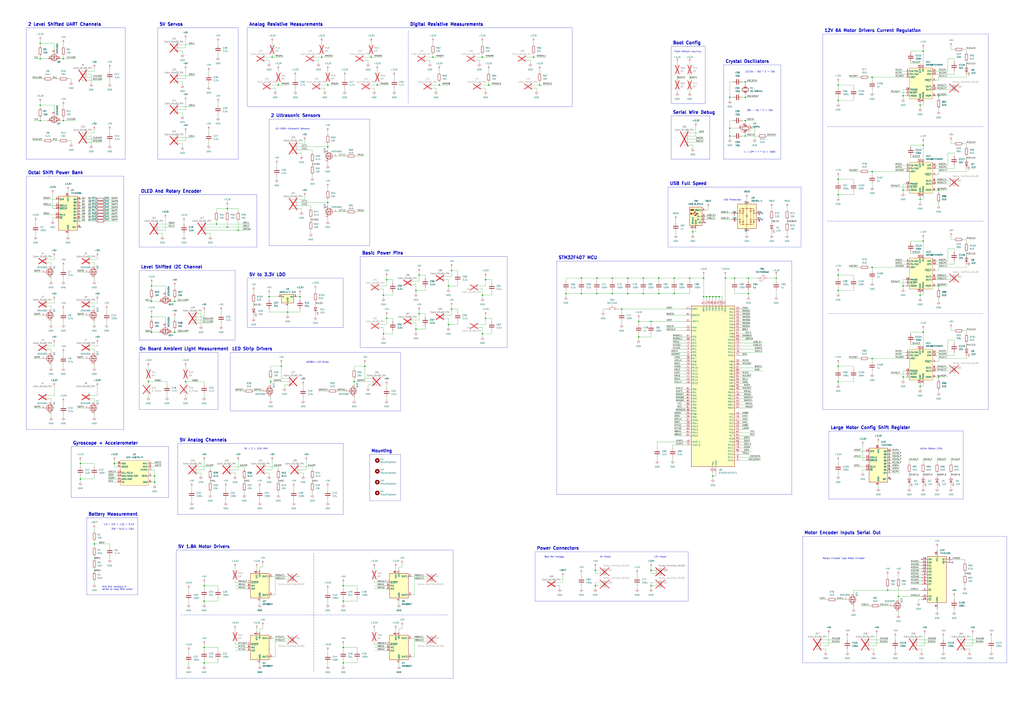
<source format=kicad_sch>
(kicad_sch (version 20231120) (generator "eeschema") (generator_version "8.0")
  (paper "A1")
  (junction (at 477.52 241.3))
  (junction (at 281.94 481.33))
  (junction (at 755.65 163.83))
  (junction (at 758.19 119.38))
  (junction (at 568.96 190.5))
  (junction (at 490.22 241.3))
  (junction (at 314.96 242.57))
  (junction (at 344.17 257.81))
  (junction (at 755.65 242.57))
  (junction (at 758.19 273.05))
  (junction (at 488.95 481.33))
  (junction (at 396.24 242.57))
  (junction (at 269.24 166.37))
  (junction (at 127 396.24))
  (junction (at 688.34 313.69))
  (junction (at 143.51 273.05))
  (junction (at 585.47 243.84))
  (junction (at 614.68 228.6))
  (junction (at 741.68 156.21))
  (junction (at 502.92 228.6))
  (junction (at 688.34 160.02))
  (junction (at 716.28 140.97))
  (junction (at 770.89 156.21))
  (junction (at 612.14 80.01))
  (junction (at 582.93 243.84))
  (junction (at 502.92 241.3))
  (junction (at 401.32 69.85))
  (junction (at 477.52 228.6))
  (junction (at 186.69 186.69))
  (junction (at 314.96 274.32))
  (junction (at 299.72 300.99))
  (junction (at 490.22 228.6))
  (junction (at 612.14 67.31))
  (junction (at 770.89 78.74))
  (junction (at 688.34 300.99))
  (junction (at 443.23 69.85))
  (junction (at 524.51 276.86))
  (junction (at 124.46 260.35))
  (junction (at 541.02 241.3))
  (junction (at 33.02 35.56))
  (junction (at 396.24 274.32))
  (junction (at 603.25 228.6))
  (junction (at 264.16 46.99))
  (junction (at 755.65 317.5))
  (junction (at 553.72 228.6))
  (junction (at 398.78 261.62))
  (junction (at 309.88 69.85))
  (junction (at 236.22 256.54))
  (junction (at 688.34 238.76))
  (junction (at 599.44 105.41))
  (junction (at 52.07 99.06))
  (junction (at 124.46 273.05))
  (junction (at 281.94 544.83))
  (junction (at 93.98 381))
  (junction (at 341.63 270.51))
  (junction (at 580.39 243.84))
  (junction (at 167.64 494.03))
  (junction (at 246.38 243.84))
  (junction (at 515.62 241.3))
  (junction (at 438.15 46.99))
  (junction (at 269.24 120.65))
  (junction (at 228.6 69.85))
  (junction (at 515.62 228.6))
  (junction (at 688.34 147.32))
  (junction (at 368.3 266.7))
  (junction (at 370.84 254))
  (junction (at 304.8 46.99))
  (junction (at 510.54 254))
  (junction (at 770.89 234.95))
  (junction (at 688.34 82.55))
  (junction (at 553.72 241.3))
  (junction (at 167.64 544.83))
  (junction (at 344.17 226.06))
  (junction (at 370.84 222.25))
  (junction (at 341.63 238.76))
  (junction (at 488.95 468.63))
  (junction (at 121.92 313.69))
  (junction (at 688.34 69.85))
  (junction (at 599.44 80.01))
  (junction (at 66.04 381))
  (junction (at 588.01 243.84))
  (junction (at 614.68 241.3))
  (junction (at 195.58 189.23))
  (junction (at 152.4 313.69))
  (junction (at 534.67 468.63))
  (junction (at 534.67 264.16))
  (junction (at 528.32 241.3))
  (junction (at 566.42 228.6))
  (junction (at 577.85 243.84))
  (junction (at 127 391.16))
  (junction (at 737.87 490.22))
  (junction (at 317.5 261.62))
  (junction (at 741.68 234.95))
  (junction (at 577.85 228.6))
  (junction (at 33.02 86.36))
  (junction (at 124.46 247.65))
  (junction (at 396.24 46.99))
  (junction (at 528.32 228.6))
  (junction (at 33.02 48.26))
  (junction (at 33.02 99.06))
  (junction (at 52.07 48.26))
  (junction (at 167.64 481.33))
  (junction (at 728.98 485.14))
  (junction (at 758.19 198.12))
  (junction (at 758.19 41.91))
  (junction (at 222.25 313.69))
  (junction (at 716.28 294.64))
  (junction (at 231.14 300.99))
  (junction (at 741.68 309.88))
  (junction (at 637.54 228.6))
  (junction (at 290.83 313.69))
  (junction (at 590.55 243.84))
  (junction (at 355.6 46.99))
  (junction (at 177.8 184.15))
  (junction (at 281.94 532.13))
  (junction (at 585.47 391.16))
  (junction (at 368.3 234.95))
  (junction (at 317.5 229.87))
  (junction (at 541.02 228.6))
  (junction (at 595.63 228.6))
  (junction (at 770.89 309.88))
  (junction (at 124.46 234.95))
  (junction (at 716.28 63.5))
  (junction (at 66.04 393.7))
  (junction (at 360.68 69.85))
  (junction (at 464.82 241.3))
  (junction (at 534.67 481.33))
  (junction (at 77.47 447.04))
  (junction (at 612.14 99.06))
  (junction (at 612.14 111.76))
  (junction (at 398.78 229.87))
  (junction (at 186.69 171.45))
  (junction (at 269.24 69.85))
  (junction (at 755.65 86.36))
  (junction (at 143.51 247.65))
  (junction (at 524.51 264.16))
  (junction (at 716.28 219.71))
  (junction (at 741.68 78.74))
  (junction (at 220.98 243.84))
  (junction (at 223.52 46.99))
  (junction (at 281.94 494.03))
  (junction (at 167.64 532.13))
  (junction (at 688.34 226.06))
  (junction (at 599.44 111.76))
  (no_connect (at 66.04 186.69))
  (no_connect (at 626.11 175.26))
  (no_connect (at 782.32 462.28))
  (no_connect (at 731.52 393.7))
  (no_connect (at 626.11 180.34))
  (no_connect (at 756.92 459.74))
  (no_connect (at 579.12 182.88))
  (wire (pts (xy 755.65 161.29) (xy 755.65 163.83)))
  (polyline (pts (xy 439.42 453.39) (xy 439.42 494.03)))
  (wire (pts (xy 553.72 314.96) (xy 562.61 314.96)))
  (wire (pts (xy 708.66 378.46) (xy 711.2 378.46)))
  (wire (pts (xy 167.64 532.13) (xy 167.64 534.67)))
  (wire (pts (xy 307.34 516.89) (xy 307.34 519.43)))
  (wire (pts (xy 608.33 347.98) (xy 614.68 347.98)))
  (polyline (pts (xy 114.3 160.02) (xy 210.82 160.02)))
  (wire (pts (xy 41.91 228.6) (xy 41.91 231.14)))
  (wire (pts (xy 716.28 294.64) (xy 716.28 297.18)))
  (wire (pts (xy 259.08 247.65) (xy 259.08 250.19)))
  (wire (pts (xy 608.33 370.84) (xy 617.22 370.84)))
  (wire (pts (xy 687.07 492.76) (xy 693.42 492.76)))
  (wire (pts (xy 167.64 255.27) (xy 167.64 260.35)))
  (wire (pts (xy 228.6 67.31) (xy 228.6 69.85)))
  (polyline (pts (xy 811.53 336.55) (xy 811.53 27.94)))
  (polyline (pts (xy 39.37 144.78) (xy 101.6 144.78)))
  (wire (pts (xy 355.6 46.99) (xy 350.52 46.99)))
  (wire (pts (xy 608.33 302.26) (xy 626.11 302.26)))
  (wire (pts (xy 231.14 298.45) (xy 231.14 300.99)))
  (wire (pts (xy 250.19 163.83) (xy 245.11 163.83)))
  (wire (pts (xy 608.33 292.1) (xy 613.41 292.1)))
  (wire (pts (xy 746.76 388.62) (xy 746.76 391.16)))
  (polyline (pts (xy 203.2 22.86) (xy 227.33 22.86)))
  (wire (pts (xy 608.33 304.8) (xy 626.11 304.8)))
  (wire (pts (xy 735.33 289.56) (xy 744.22 289.56)))
  (wire (pts (xy 124.46 381) (xy 132.08 381)))
  (wire (pts (xy 553.72 345.44) (xy 562.61 345.44)))
  (wire (pts (xy 52.07 340.36) (xy 52.07 342.9)))
  (polyline (pts (xy 102.87 130.81) (xy 21.59 130.81)))
  (wire (pts (xy 341.63 273.05) (xy 341.63 270.51)))
  (wire (pts (xy 688.34 238.76) (xy 688.34 241.3)))
  (wire (pts (xy 80.01 213.36) (xy 74.93 213.36)))
  (wire (pts (xy 770.89 222.25) (xy 770.89 219.71)))
  (wire (pts (xy 599.44 105.41) (xy 599.44 99.06)))
  (wire (pts (xy 748.03 129.54) (xy 748.03 128.27)))
  (wire (pts (xy 701.04 147.32) (xy 688.34 147.32)))
  (wire (pts (xy 728.98 485.14) (xy 728.98 482.6)))
  (polyline (pts (xy 641.35 53.34) (xy 641.35 130.81)))
  (wire (pts (xy 223.52 488.95) (xy 226.06 488.95)))
  (wire (pts (xy 77.47 109.22) (xy 72.39 109.22)))
  (wire (pts (xy 688.34 236.22) (xy 688.34 238.76)))
  (wire (pts (xy 307.34 529.59) (xy 317.5 529.59)))
  (wire (pts (xy 553.72 307.34) (xy 562.61 307.34)))
  (wire (pts (xy 735.33 217.17) (xy 744.22 217.17)))
  (wire (pts (xy 314.96 242.57) (xy 314.96 237.49)))
  (wire (pts (xy 755.65 53.34) (xy 755.65 52.07)))
  (wire (pts (xy 523.24 481.33) (xy 523.24 483.87)))
  (wire (pts (xy 524.51 264.16) (xy 534.67 264.16)))
  (wire (pts (xy 701.04 383.54) (xy 711.2 383.54)))
  (polyline (pts (xy 281.94 422.91) (xy 281.94 364.49)))
  (wire (pts (xy 748.03 41.91) (xy 758.19 41.91)))
  (wire (pts (xy 758.19 161.29) (xy 758.19 163.83)))
  (wire (pts (xy 758.19 41.91) (xy 758.19 53.34)))
  (polyline (pts (xy 138.43 367.03) (xy 138.43 408.94)))
  (wire (pts (xy 778.51 58.42) (xy 778.51 48.26)))
  (wire (pts (xy 619.76 105.41) (xy 617.22 105.41)))
  (wire (pts (xy 340.36 527.05) (xy 349.25 527.05)))
  (wire (pts (xy 608.33 358.14) (xy 619.76 358.14)))
  (wire (pts (xy 193.04 478.79) (xy 203.2 478.79)))
  (wire (pts (xy 754.38 495.3) (xy 754.38 492.76)))
  (wire (pts (xy 488.95 478.79) (xy 491.49 478.79)))
  (wire (pts (xy 396.24 245.11) (xy 396.24 242.57)))
  (wire (pts (xy 227.33 134.62) (xy 227.33 137.16)))
  (wire (pts (xy 599.44 82.55) (xy 599.44 80.01)))
  (wire (pts (xy 127 386.08) (xy 127 391.16)))
  (wire (pts (xy 438.15 44.45) (xy 438.15 46.99)))
  (wire (pts (xy 701.04 69.85) (xy 688.34 69.85)))
  (wire (pts (xy 222.25 326.39) (xy 222.25 328.93)))
  (wire (pts (xy 167.64 542.29) (xy 167.64 544.83)))
  (polyline (pts (xy 114.3 297.18) (xy 114.3 336.55)))
  (wire (pts (xy 162.56 265.43) (xy 175.26 265.43)))
  (wire (pts (xy 695.96 533.4) (xy 695.96 535.94)))
  (wire (pts (xy 220.98 52.07) (xy 220.98 49.53)))
  (wire (pts (xy 758.19 378.46) (xy 765.81 378.46)))
  (wire (pts (xy 398.78 227.33) (xy 398.78 229.87)))
  (wire (pts (xy 121.92 313.69) (xy 121.92 316.23)))
  (wire (pts (xy 368.3 266.7) (xy 375.92 266.7)))
  (wire (pts (xy 87.63 264.16) (xy 87.63 266.7)))
  (polyline (pts (xy 457.2 406.4) (xy 457.2 214.63)))
  (wire (pts (xy 299.72 300.99) (xy 290.83 300.99)))
  (wire (pts (xy 608.33 281.94) (xy 626.11 281.94)))
  (wire (pts (xy 27.94 259.08) (xy 34.29 259.08)))
  (wire (pts (xy 534.67 468.63) (xy 534.67 471.17)))
  (wire (pts (xy 261.62 321.31) (xy 269.24 321.31)))
  (wire (pts (xy 793.75 525.78) (xy 807.72 525.78)))
  (wire (pts (xy 52.07 289.56) (xy 52.07 292.1)))
  (wire (pts (xy 554.99 325.12) (xy 562.61 325.12)))
  (wire (pts (xy 403.86 271.78) (xy 403.86 274.32)))
  (wire (pts (xy 293.37 494.03) (xy 293.37 491.49)))
  (wire (pts (xy 553.72 350.52) (xy 562.61 350.52)))
  (wire (pts (xy 396.24 242.57) (xy 396.24 237.49)))
  (wire (pts (xy 716.28 294.64) (xy 744.22 294.64)))
  (wire (pts (xy 43.18 115.57) (xy 48.26 115.57)))
  (wire (pts (xy 228.6 386.08) (xy 228.6 383.54)))
  (wire (pts (xy 438.15 46.99) (xy 433.07 46.99)))
  (wire (pts (xy 595.63 228.6) (xy 595.63 246.38)))
  (wire (pts (xy 748.03 283.21) (xy 748.03 281.94)))
  (wire (pts (xy 748.03 283.21) (xy 755.65 283.21)))
  (wire (pts (xy 688.34 147.32) (xy 688.34 149.86)))
  (wire (pts (xy 77.47 467.36) (xy 77.47 469.9)))
  (wire (pts (xy 167.64 544.83) (xy 179.07 544.83)))
  (wire (pts (xy 459.74 481.33) (xy 457.2 481.33)))
  (polyline (pts (xy 114.3 336.55) (xy 179.07 336.55)))
  (wire (pts (xy 309.88 57.15) (xy 309.88 59.69)))
  (wire (pts (xy 370.84 254) (xy 375.92 254)))
  (wire (pts (xy 154.94 494.03) (xy 154.94 496.57)))
  (wire (pts (xy 74.93 111.76) (xy 72.39 111.76)))
  (wire (pts (xy 701.04 370.84) (xy 711.2 370.84)))
  (wire (pts (xy 716.28 229.87) (xy 716.28 232.41)))
  (wire (pts (xy 534.67 478.79) (xy 537.21 478.79)))
  (wire (pts (xy 167.64 481.33) (xy 179.07 481.33)))
  (wire (pts (xy 768.35 309.88) (xy 770.89 309.88)))
  (wire (pts (xy 608.33 363.22) (xy 615.95 363.22)))
  (wire (pts (xy 793.75 50.8) (xy 793.75 53.34)))
  (wire (pts (xy 716.28 140.97) (xy 744.22 140.97)))
  (wire (pts (xy 152.4 300.99) (xy 152.4 303.53)))
  (wire (pts (xy 152.4 64.77) (xy 147.32 64.77)))
  (wire (pts (xy 716.28 63.5) (xy 744.22 63.5)))
  (wire (pts (xy 612.14 99.06) (xy 619.76 99.06)))
  (wire (pts (xy 375.92 232.41) (xy 375.92 234.95)))
  (wire (pts (xy 778.51 135.89) (xy 778.51 125.73)))
  (polyline (pts (xy 680.72 410.21) (xy 680.72 354.33)))
  (polyline (pts (xy 146.05 422.91) (xy 281.94 422.91)))
  (wire (pts (xy 293.37 532.13) (xy 293.37 534.67)))
  (wire (pts (xy 769.62 388.62) (xy 769.62 391.16)))
  (wire (pts (xy 585.47 391.16) (xy 585.47 393.7)))
  (wire (pts (xy 149.86 92.71) (xy 149.86 95.25)))
  (wire (pts (xy 281.94 481.33) (xy 293.37 481.33)))
  (wire (pts (xy 344.17 257.81) (xy 349.25 257.81)))
  (wire (pts (xy 477.52 228.6) (xy 490.22 228.6)))
  (polyline (pts (xy 295.91 285.75) (xy 295.91 285.75)))
  (polyline (pts (xy 328.93 411.48) (xy 328.93 373.38)))
  (wire (pts (xy 590.55 243.84) (xy 590.55 246.38)))
  (wire (pts (xy 49.53 99.06) (xy 52.07 99.06)))
  (wire (pts (xy 701.04 72.39) (xy 701.04 69.85)))
  (wire (pts (xy 157.48 400.05) (xy 157.48 402.59)))
  (wire (pts (xy 608.33 284.48) (xy 626.11 284.48)))
  (wire (pts (xy 608.33 350.52) (xy 614.68 350.52)))
  (wire (pts (xy 464.82 238.76) (xy 464.82 241.3)))
  (wire (pts (xy 770.89 78.74) (xy 778.51 78.74)))
  (wire (pts (xy 566.42 109.22) (xy 577.85 109.22)))
  (wire (pts (xy 438.15 46.99) (xy 448.31 46.99)))
  (wire (pts (xy 608.33 307.34) (xy 617.22 307.34)))
  (wire (pts (xy 748.03 52.07) (xy 755.65 52.07)))
  (wire (pts (xy 769.62 378.46) (xy 777.24 378.46)))
  (wire (pts (xy 688.34 300.99) (xy 688.34 303.53)))
  (wire (pts (xy 603.25 228.6) (xy 614.68 228.6)))
  (wire (pts (xy 796.29 533.4) (xy 793.75 533.4)))
  (wire (pts (xy 673.1 492.76) (xy 679.45 492.76)))
  (wire (pts (xy 325.12 516.89) (xy 325.12 519.43)))
  (wire (pts (xy 783.59 490.22) (xy 783.59 492.76)))
  (wire (pts (xy 759.46 530.86) (xy 754.38 530.86)))
  (wire (pts (xy 72.39 171.45) (xy 78.74 171.45)))
  (wire (pts (xy 157.48 410.21) (xy 157.48 412.75)))
  (polyline (pts (xy 770.89 440.69) (xy 826.77 440.69)))
  (wire (pts (xy 269.24 133.35) (xy 269.24 135.89)))
  (wire (pts (xy 608.33 353.06) (xy 614.68 353.06)))
  (wire (pts (xy 33.02 83.82) (xy 33.02 86.36)))
  (wire (pts (xy 528.32 241.3) (xy 541.02 241.3)))
  (wire (pts (xy 459.74 483.87) (xy 459.74 481.33)))
  (wire (pts (xy 236.22 251.46) (xy 236.22 256.54)))
  (wire (pts (xy 41.91 287.02) (xy 41.91 289.56)))
  (wire (pts (xy 477.52 481.33) (xy 477.52 483.87)))
  (wire (pts (xy 556.26 60.96) (xy 556.26 66.04)))
  (wire (pts (xy 713.74 63.5) (xy 716.28 63.5)))
  (wire (pts (xy 124.46 386.08) (xy 127 386.08)))
  (wire (pts (xy 281.94 532.13) (xy 293.37 532.13)))
  (wire (pts (xy 213.36 400.05) (xy 213.36 402.59)))
  (wire (pts (xy 127 391.16) (xy 127 396.24)))
  (wire (pts (xy 566.42 73.66) (xy 566.42 76.2)))
  (wire (pts (xy 290.83 326.39) (xy 290.83 328.93)))
  (wire (pts (xy 35.56 168.91) (xy 45.72 168.91)))
  (wire (pts (xy 179.07 532.13) (xy 179.07 534.67)))
  (wire (pts (xy 322.58 240.03) (xy 322.58 242.57)))
  (wire (pts (xy 44.45 284.48) (xy 39.37 284.48)))
  (wire (pts (xy 791.21 196.85) (xy 793.75 196.85)))
  (wire (pts (xy 368.3 266.7) (xy 368.3 261.62)))
  (wire (pts (xy 701.04 226.06) (xy 688.34 226.06)))
  (wire (pts (xy 556.26 50.8) (xy 556.26 53.34)))
  (wire (pts (xy 551.18 292.1) (xy 562.61 292.1)))
  (wire (pts (xy 770.89 66.04) (xy 770.89 63.5)))
  (wire (pts (xy 162.56 257.81) (xy 165.1 257.81)))
  (wire (pts (xy 731.52 383.54) (xy 739.14 383.54)))
  (wire (pts (xy 66.04 163.83) (xy 69.85 163.83)))
  (wire (pts (xy 281.94 481.33) (xy 281.94 483.87)))
  (wire (pts (xy 370.84 251.46) (xy 370.84 254)))
  (wire (pts (xy 495.3 254) (xy 497.84 254)))
  (wire (pts (xy 608.33 269.24) (xy 615.95 269.24)))
  (wire (pts (xy 758.19 314.96) (xy 758.19 317.5)))
  (wire (pts (xy 629.92 228.6) (xy 637.54 228.6)))
  (wire (pts (xy 322.58 261.62) (xy 322.58 264.16)))
  (wire (pts (xy 552.45 365.76) (xy 552.45 368.3)))
  (wire (pts (xy 524.51 276.86) (xy 534.67 276.86)))
  (wire (pts (xy 613.41 190.5) (xy 613.41 193.04)))
  (polyline (pts (xy 21.59 353.06) (xy 21.59 144.78)))
  (wire (pts (xy 317.5 229.87) (xy 322.58 229.87)))
  (wire (pts (xy 330.2 514.35) (xy 330.2 516.89)))
  (polyline (pts (xy 281.94 364.49) (xy 146.05 364.49)))
  (wire (pts (xy 553.72 302.26) (xy 562.61 302.26)))
  (polyline (pts (xy 217.17 228.6) (xy 281.94 228.6)))
  (polyline (pts (xy 439.42 453.39) (xy 565.15 453.39)))
  (wire (pts (xy 44.45 246.38) (xy 44.45 248.92)))
  (wire (pts (xy 552.45 284.48) (xy 562.61 284.48)))
  (wire (pts (xy 39.37 215.9) (xy 41.91 215.9)))
  (wire (pts (xy 33.02 86.36) (xy 33.02 88.9)))
  (wire (pts (xy 162.56 260.35) (xy 167.64 260.35)))
  (wire (pts (xy 66.04 166.37) (xy 69.85 166.37)))
  (wire (pts (xy 675.64 528.32) (xy 689.61 528.32)))
  (wire (pts (xy 568.96 187.96) (xy 568.96 190.5)))
  (wire (pts (xy 398.78 72.39) (xy 396.24 72.39)))
  (wire (pts (xy 756.92 535.94) (xy 756.92 533.4)))
  (wire (pts (xy 477.52 231.14) (xy 477.52 228.6)))
  (wire (pts (xy 581.66 170.18) (xy 581.66 172.72)))
  (wire (pts (xy 337.82 473.71) (xy 349.25 473.71)))
  (wire (pts (xy 793.75 63.5) (xy 793.75 60.96)))
  (wire (pts (xy 172.72 386.08) (xy 172.72 383.54)))
  (wire (pts (xy 208.28 321.31) (xy 214.63 321.31)))
  (wire (pts (xy 758.19 388.62) (xy 758.19 391.16)))
  (wire (pts (xy 768.35 289.56) (xy 778.51 289.56)))
  (polyline (pts (xy 281.94 228.6) (xy 281.94 269.24)))
  (wire (pts (xy 370.84 222.25) (xy 375.92 222.25)))
  (wire (pts (xy 731.52 307.34) (xy 744.22 307.34)))
  (wire (pts (xy 179.07 481.33) (xy 179.07 483.87)))
  (wire (pts (xy 233.68 318.77) (xy 233.68 316.23)))
  (wire (pts (xy 307.34 532.13) (xy 317.5 532.13)))
  (wire (pts (xy 396.24 34.29) (xy 396.24 36.83)))
  (wire (pts (xy 398.78 259.08) (xy 398.78 261.62)))
  (wire (pts (xy 121.92 311.15) (xy 121.92 313.69)))
  (wire (pts (xy 368.3 269.24) (xy 368.3 266.7)))
  (wire (pts (xy 93.98 378.46) (xy 93.98 381)))
  (wire (pts (xy 255.27 189.23) (xy 255.27 191.77)))
  (wire (pts (xy 281.94 544.83) (xy 281.94 547.37)))
  (wire (pts (xy 77.47 215.9) (xy 77.47 218.44)))
  (wire (pts (xy 783.59 279.4) (xy 783.59 281.94)))
  (wire (pts (xy 77.47 299.72) (xy 77.47 302.26)))
  (polyline (pts (xy 675.64 336.55) (xy 811.53 336.55)))
  (wire (pts (xy 33.02 99.06) (xy 39.37 99.06)))
  (wire (pts (xy 220.98 256.54) (xy 236.22 256.54)))
  (wire (pts (xy 281.94 494.03) (xy 293.37 494.03)))
  (wire (pts (xy 44.45 213.36) (xy 39.37 213.36)))
  (wire (pts (xy 370.84 222.25) (xy 370.84 227.33)))
  (wire (pts (xy 701.04 160.02) (xy 701.04 157.48)))
  (wire (pts (xy 758.19 381) (xy 758.19 378.46)))
  (wire (pts (xy 152.4 57.15) (xy 152.4 64.77)))
  (wire (pts (xy 242.57 72.39) (xy 242.57 74.93)))
  (wire (pts (xy 534.67 264.16) (xy 562.61 264.16)))
  (wire (pts (xy 52.07 218.44) (xy 52.07 220.98)))
  (wire (pts (xy 264.16 34.29) (xy 264.16 36.83)))
  (wire (pts (xy 143.51 260.35) (xy 143.51 262.89)))
  (wire (pts (xy 701.04 300.99) (xy 688.34 300.99)))
  (wire (pts (xy 398.78 229.87) (xy 403.86 229.87)))
  (polyline (pts (xy 71.12 488.95) (xy 113.03 488.95)))
  (wire (pts (xy 688.34 160.02) (xy 701.04 160.02)))
  (wire (pts (xy 177.8 171.45) (xy 177.8 173.99)))
  (wire (pts (xy 292.1 128.27) (xy 298.45 128.27)))
  (wire (pts (xy 195.58 189.23) (xy 195.58 181.61)))
  (wire (pts (xy 167.64 481.33) (xy 167.64 483.87)))
  (wire (pts (xy 746.76 378.46) (xy 754.38 378.46)))
  (wire (pts (xy 599.44 99.06) (xy 601.98 99.06)))
  (wire (pts (xy 582.93 243.84) (xy 582.93 246.38)))
  (wire (pts (xy 488.95 481.33) (xy 491.49 481.33)))
  (wire (pts (xy 341.63 238.76) (xy 341.63 233.68)))
  (wire (pts (xy 58.42 64.77) (xy 58.42 67.31)))
  (wire (pts (xy 552.45 375.92) (xy 552.45 378.46)))
  (wire (pts (xy 758.19 270.51) (xy 758.19 273.05)))
  (wire (pts (xy 735.33 135.89) (xy 744.22 135.89)))
  (wire (pts (xy 759.46 520.7) (xy 759.46 530.86)))
  (wire (pts (xy 261.62 49.53) (xy 259.08 49.53)))
  (wire (pts (xy 341.63 241.3) (xy 341.63 238.76)))
  (wire (pts (xy 72.39 163.83) (xy 78.74 163.83)))
  (wire (pts (xy 193.04 527.05) (xy 193.04 529.59)))
  (wire (pts (xy 783.59 204.47) (xy 783.59 207.01)))
  (wire (pts (xy 608.33 360.68) (xy 615.95 360.68)))
  (wire (pts (xy 193.04 388.62) (xy 193.04 391.16)))
  (wire (pts (xy 770.89 294.64) (xy 793.75 294.64)))
  (wire (pts (xy 27.94 294.64) (xy 34.29 294.64)))
  (wire (pts (xy 579.12 180.34) (xy 588.01 180.34)))
  (wire (pts (xy 554.99 322.58) (xy 562.61 322.58)))
  (polyline (pts (xy 826.77 440.69) (xy 826.77 544.83)))
  (wire (pts (xy 77.47 287.02) (xy 77.47 289.56)))
  (wire (pts (xy 731.52 375.92) (xy 739.14 375.92)))
  (polyline (pts (xy 675.64 27.94) (xy 675.64 54.61)))
  (wire (pts (xy 307.34 466.09) (xy 307.34 468.63)))
  (wire (pts (xy 768.35 66.04) (xy 770.89 66.04)))
  (wire (pts (xy 637.54 226.06) (xy 637.54 228.6)))
  (wire (pts (xy 186.69 171.45) (xy 186.69 173.99)))
  (wire (pts (xy 608.33 297.18) (xy 614.68 297.18)))
  (polyline (pts (xy 659.13 440.69) (xy 770.89 440.69)))
  (wire (pts (xy 393.7 266.7) (xy 398.78 266.7)))
  (wire (pts (xy 553.72 294.64) (xy 562.61 294.64)))
  (polyline (pts (xy 579.12 85.09) (xy 551.18 85.09)))
  (wire (pts (xy 744.22 151.13) (xy 741.68 151.13)))
  (wire (pts (xy 748.03 198.12) (xy 758.19 198.12)))
  (wire (pts (xy 612.14 67.31) (xy 622.3 67.31)))
  (wire (pts (xy 396.24 276.86) (xy 396.24 274.32)))
  (wire (pts (xy 502.92 238.76) (xy 502.92 241.3)))
  (wire (pts (xy 608.33 335.28) (xy 618.49 335.28)))
  (wire (pts (xy 490.22 241.3) (xy 502.92 241.3)))
  (wire (pts (xy 77.47 55.88) (xy 77.47 58.42)))
  (wire (pts (xy 171.45 116.84) (xy 171.45 119.38)))
  (wire (pts (xy 577.85 228.6) (xy 577.85 243.84)))
  (wire (pts (xy 269.24 69.85) (xy 278.13 69.85)))
  (wire (pts (xy 88.9 391.16) (xy 96.52 391.16)))
  (wire (pts (xy 401.32 67.31) (xy 401.32 69.85)))
  (wire (pts (xy 756.92 485.14) (xy 728.98 485.14)))
  (wire (pts (xy 330.2 516.89) (xy 327.66 516.89)))
  (wire (pts (xy 748.03 464.82) (xy 756.92 464.82)))
  (wire (pts (xy 629.92 111.76) (xy 637.54 111.76)))
  (wire (pts (xy 317.5 259.08) (xy 317.5 261.62)))
  (wire (pts (xy 488.95 468.63) (xy 488.95 471.17)))
  (wire (pts (xy 77.47 327.66) (xy 77.47 330.2)))
  (wire (pts (xy 488.95 481.33) (xy 488.95 478.79)))
  (wire (pts (xy 358.14 74.93) (xy 358.14 72.39)))
  (polyline (pts (xy 114.3 279.4) (xy 114.3 222.25)))
  (wire (pts (xy 713.74 294.64) (xy 716.28 294.64)))
  (wire (pts (xy 44.45 317.5) (xy 44.45 325.12)))
  (wire (pts (xy 314.96 269.24) (xy 312.42 269.24)))
  (wire (pts (xy 228.6 69.85) (xy 237.49 69.85)))
  (wire (pts (xy 792.48 469.9) (xy 792.48 472.44)))
  (wire (pts (xy 52.07 228.6) (xy 52.07 231.14)))
  (wire (pts (xy 358.14 72.39) (xy 355.6 72.39)))
  (wire (pts (xy 74.93 287.02) (xy 77.47 287.02)))
  (wire (pts (xy 553.72 304.8) (xy 562.61 304.8)))
  (wire (pts (xy 74.93 251.46) (xy 77.47 251.46)))
  (polyline (pts (xy 335.28 25.4) (xy 335.28 85.09)) (stroke (width 0) (type dash)))
  (wire (pts (xy 769.62 398.78) (xy 769.62 401.32)))
  (wire (pts (xy 236.22 256.54) (xy 236.22 259.08)))
  (wire (pts (xy 368.3 234.95) (xy 375.92 234.95)))
  (wire (pts (xy 226.06 72.39) (xy 223.52 72.39)))
  (wire (pts (xy 768.35 222.25) (xy 770.89 222.25)))
  (wire (pts (xy 304.8 34.29) (xy 304.8 36.83)))
  (wire (pts (xy 215.9 516.89) (xy 213.36 516.89)))
  (wire (pts (xy 758.19 119.38) (xy 758.19 130.81)))
  (wire (pts (xy 52.07 99.06) (xy 52.07 96.52)))
  (wire (pts (xy 754.38 525.78) (xy 768.35 525.78)))
  (wire (pts (xy 215.9 463.55) (xy 215.9 466.09)))
  (wire (pts (xy 33.02 86.36) (xy 44.45 86.36)))
  (wire (pts (xy 770.89 309.88) (xy 778.51 309.88)))
  (wire (pts (xy 688.34 298.45) (xy 688.34 300.99)))
  (wire (pts (xy 314.96 276.86) (xy 314.96 274.32)))
  (wire (pts (xy 758.19 198.12) (xy 758.19 209.55)))
  (wire (pts (xy 590.55 243.84) (xy 593.09 243.84)))
  (wire (pts (xy 317.5 326.39) (xy 317.5 328.93)))
  (wire (pts (xy 251.46 386.08) (xy 246.38 386.08)))
  (wire (pts (xy 748.03 462.28) (xy 756.92 462.28)))
  (polyline (pts (xy 90.17 367.03) (xy 138.43 367.03)))
  (wire (pts (xy 33.02 33.02) (xy 33.02 35.56)))
  (wire (pts (xy 731.52 373.38) (xy 739.14 373.38)))
  (wire (pts (xy 269.24 410.21) (xy 269.24 412.75)))
  (wire (pts (xy 368.3 229.87) (xy 365.76 229.87)))
  (wire (pts (xy 135.89 189.23) (xy 135.89 179.07)))
  (wire (pts (xy 735.33 60.96) (xy 744.22 60.96)))
  (wire (pts (xy 200.66 403.86) (xy 200.66 406.4)))
  (wire (pts (xy 52.07 48.26) (xy 62.23 48.26)))
  (wire (pts (xy 568.96 119.38) (xy 566.42 119.38)))
  (wire (pts (xy 695.96 523.24) (xy 695.96 525.78)))
  (wire (pts (xy 502.92 241.3) (xy 515.62 241.3)))
  (wire (pts (xy 675.64 525.78) (xy 689.61 525.78)))
  (wire (pts (xy 72.39 179.07) (xy 78.74 179.07)))
  (wire (pts (xy 74.93 60.96) (xy 72.39 60.96)))
  (wire (pts (xy 193.04 532.13) (xy 203.2 532.13)))
  (wire (pts (xy 167.64 529.59) (xy 167.64 532.13)))
  (wire (pts (xy 349.25 257.81) (xy 349.25 260.35)))
  (wire (pts (xy 312.42 266.7) (xy 317.5 266.7)))
  (wire (pts (xy 322.58 271.78) (xy 322.58 274.32)))
  (wire (pts (xy 200.66 393.7) (xy 200.66 396.24)))
  (wire (pts (xy 172.72 403.86) (xy 172.72 406.4)))
  (wire (pts (xy 88.9 393.7) (xy 96.52 393.7)))
  (polyline (pts (xy 372.11 557.53) (xy 144.78 557.53)))
  (wire (pts (xy 337.82 488.95) (xy 340.36 488.95)))
  (wire (pts (xy 167.64 532.13) (xy 179.07 532.13)))
  (wire (pts (xy 179.07 83.82) (xy 179.07 86.36)))
  (wire (pts (xy 793.75 196.85) (xy 793.75 199.39)))
  (polyline (pts (xy 548.64 203.2) (xy 548.64 153.67)))
  (wire (pts (xy 783.59 292.1) (xy 783.59 289.56)))
  (wire (pts (xy 566.42 228.6) (xy 566.42 231.14)))
  (wire (pts (xy 314.96 245.11) (xy 314.96 242.57)))
  (wire (pts (xy 440.69 74.93) (xy 440.69 72.39)))
  (wire (pts (xy 52.07 35.56) (xy 52.07 38.1)))
  (wire (pts (xy 793.75 219.71) (xy 793.75 217.17)))
  (wire (pts (xy 152.4 323.85) (xy 152.4 326.39)))
  (wire (pts (xy 781.05 378.46) (xy 788.67 378.46)))
  (wire (pts (xy 41.91 215.9) (xy 41.91 218.44)))
  (wire (pts (xy 534.67 276.86) (xy 534.67 274.32)))
  (wire (pts (xy 554.99 330.2) (xy 562.61 330.2)))
  (wire (pts (xy 74.93 327.66) (xy 77.47 327.66)))
  (wire (pts (xy 256.54 143.51) (xy 256.54 146.05)))
  (wire (pts (xy 731.52 153.67) (xy 744.22 153.67)))
  (wire (pts (xy 269.24 544.83) (xy 269.24 547.37)))
  (wire (pts (xy 539.75 363.22) (xy 562.61 363.22)))
  (wire (pts (xy 770.89 81.28) (xy 770.89 78.74)))
  (wire (pts (xy 248.92 388.62) (xy 248.92 391.16)))
  (wire (pts (xy 510.54 254) (xy 562.61 254)))
  (wire (pts (xy 167.64 491.49) (xy 167.64 494.03)))
  (wire (pts (xy 398.78 261.62) (xy 403.86 261.62)))
  (wire (pts (xy 307.34 481.33) (xy 317.5 481.33)))
  (wire (pts (xy 619.76 105.41) (xy 619.76 114.3)))
  (wire (pts (xy 462.28 478.79) (xy 457.2 478.79)))
  (wire (pts (xy 179.07 93.98) (xy 179.07 96.52)))
  (wire (pts (xy 609.6 80.01) (xy 612.14 80.01)))
  (polyline (pts (xy 303.53 373.38) (xy 303.53 411.48)))
  (wire (pts (xy 741.68 309.88) (xy 744.22 309.88)))
  (wire (pts (xy 768.35 229.87) (xy 778.51 229.87)))
  (wire (pts (xy 228.6 57.15) (xy 228.6 59.69)))
  (wire (pts (xy 778.51 289.56) (xy 778.51 279.4)))
  (wire (pts (xy 276.86 173.99) (xy 284.48 173.99)))
  (wire (pts (xy 477.52 238.76) (xy 477.52 241.3)))
  (wire (pts (xy 539.75 363.22) (xy 539.75 368.3)))
  (polyline (pts (xy 138.43 408.94) (xy 58.42 408.94)))
  (wire (pts (xy 124.46 234.95) (xy 135.89 234.95)))
  (wire (pts (xy 781.05 196.85) (xy 783.59 196.85)))
  (wire (pts (xy 52.07 99.06) (xy 62.23 99.06)))
  (wire (pts (xy 264.16 46.99) (xy 273.05 46.99)))
  (wire (pts (xy 314.96 274.32) (xy 322.58 274.32)))
  (polyline (pts (xy 281.94 269.24) (xy 203.2 269.24)))
  (wire (pts (xy 477.52 241.3) (xy 490.22 241.3)))
  (wire (pts (xy 646.43 170.18) (xy 646.43 172.72)))
  (wire (pts (xy 488.95 483.87) (xy 488.95 481.33)))
  (polyline (pts (xy 144.78 557.53) (xy 144.78 452.12)))
  (wire (pts (xy 293.37 544.83) (xy 293.37 542.29)))
  (wire (pts (xy 688.34 160.02) (xy 688.34 162.56)))
  (wire (pts (xy 226.06 527.05) (xy 234.95 527.05)))
  (wire (pts (xy 52.07 254) (xy 52.07 256.54)))
  (wire (pts (xy 55.88 64.77) (xy 58.42 64.77)))
  (wire (pts (xy 27.94 223.52) (xy 34.29 223.52)))
  (wire (pts (xy 304.8 46.99) (xy 299.72 46.99)))
  (wire (pts (xy 553.72 299.72) (xy 562.61 299.72)))
  (wire (pts (xy 77.47 457.2) (xy 77.47 459.74)))
  (wire (pts (xy 796.29 535.94) (xy 796.29 533.4)))
  (wire (pts (xy 86.36 179.07) (xy 96.52 179.07)))
  (wire (pts (xy 223.52 473.71) (xy 234.95 473.71)))
  (wire (pts (xy 44.45 35.56) (xy 44.45 40.64)))
  (wire (pts (xy 708.66 386.08) (xy 711.2 386.08)))
  (wire (pts (xy 39.37 251.46) (xy 41.91 251.46)))
  (polyline (pts (xy 113.03 425.45) (xy 71.12 425.45)))
  (wire (pts (xy 181.61 255.27) (xy 181.61 257.81)))
  (wire (pts (xy 226.06 74.93) (xy 226.06 72.39)))
  (wire (pts (xy 731.52 370.84) (xy 739.14 370.84)))
  (wire (pts (xy 609.6 67.31) (xy 612.14 67.31)))
  (wire (pts (xy 515.62 228.6) (xy 515.62 231.14)))
  (wire (pts (xy 697.23 294.64) (xy 706.12 294.64)))
  (wire (pts (xy 269.24 118.11) (xy 269.24 120.65)))
  (polyline (pts (xy 210.82 203.2) (xy 114.3 203.2)))
  (wire (pts (xy 314.96 274.32) (xy 314.96 269.24)))
  (wire (pts (xy 167.64 494.03) (xy 179.07 494.03)))
  (wire (pts (xy 608.33 368.3) (xy 617.22 368.3)))
  (wire (pts (xy 339.09 231.14) (xy 344.17 231.14)))
  (wire (pts (xy 147.32 62.23) (xy 160.02 62.23)))
  (polyline (pts (xy 594.36 53.34) (xy 605.79 53.34)))
  (polyline (pts (xy 220.98 201.93) (xy 220.98 97.79)))
  (wire (pts (xy 365.76 259.08) (xy 370.84 259.08)))
  (wire (pts (xy 814.07 523.24) (xy 814.07 525.78)))
  (wire (pts (xy 680.72 520.7) (xy 680.72 530.86)))
  (wire (pts (xy 80.01 246.38) (xy 80.01 248.92)))
  (wire (pts (xy 793.75 528.32) (xy 807.72 528.32)))
  (wire (pts (xy 577.85 243.84) (xy 577.85 246.38)))
  (wire (pts (xy 124.46 247.65) (xy 130.81 247.65)))
  (polyline (pts (xy 372.11 452.12) (xy 372.11 557.53)))
  (wire (pts (xy 222.25 316.23) (xy 222.25 313.69)))
  (polyline (pts (xy 675.64 54.61) (xy 675.64 336.55)))
  (wire (pts (xy 744.22 73.66) (xy 741.68 73.66)))
  (wire (pts (xy 86.36 176.53) (xy 96.52 176.53)))
  (wire (pts (xy 215.9 466.09) (xy 213.36 466.09)))
  (wire (pts (xy 241.3 410.21) (xy 241.3 412.75)))
  (polyline (pts (xy 257.81 454.66) (xy 257.81 552.45)) (stroke (width 0) (type dash)))
  (wire (pts (xy 553.72 228.6) (xy 553.72 231.14)))
  (polyline (pts (xy 679.45 181.61) (xy 807.72 181.61)) (stroke (width 0) (type dash)))
  (wire (pts (xy 770.89 245.11) (xy 770.89 247.65)))
  (polyline (pts (xy 113.03 488.95) (xy 113.03 425.45)))
  (wire (pts (xy 614.68 228.6) (xy 622.3 228.6)))
  (wire (pts (xy 72.39 181.61) (xy 78.74 181.61)))
  (wire (pts (xy 281.94 544.83) (xy 293.37 544.83)))
  (wire (pts (xy 792.48 459.74) (xy 792.48 462.28)))
  (wire (pts (xy 717.55 535.94) (xy 717.55 533.4)))
  (wire (pts (xy 778.51 279.4) (xy 783.59 279.4)))
  (wire (pts (xy 269.24 107.95) (xy 269.24 110.49)))
  (wire (pts (xy 264.16 44.45) (xy 264.16 46.99)))
  (wire (pts (xy 774.7 533.4) (xy 774.7 535.94)))
  (polyline (pts (xy 189.23 337.82) (xy 189.23 289.56)))
  (wire (pts (xy 748.03 43.18) (xy 748.03 41.91)))
  (wire (pts (xy 43.18 64.77) (xy 48.26 64.77)))
  (wire (pts (xy 152.4 313.69) (xy 152.4 316.23)))
  (wire (pts (xy 147.32 113.03) (xy 160.02 113.03)))
  (wire (pts (xy 39.37 327.66) (xy 41.91 327.66)))
  (wire (pts (xy 755.65 242.57) (xy 758.19 242.57)))
  (wire (pts (xy 27.94 99.06) (xy 33.02 99.06)))
  (wire (pts (xy 608.33 279.4) (xy 617.22 279.4)))
  (wire (pts (xy 612.14 99.06) (xy 609.6 99.06)))
  (wire (pts (xy 360.68 57.15) (xy 360.68 59.69)))
  (wire (pts (xy 768.35 71.12) (xy 778.51 71.12)))
  (wire (pts (xy 66.04 181.61) (xy 69.85 181.61)))
  (wire (pts (xy 741.68 312.42) (xy 741.68 309.88)))
  (wire (pts (xy 340.36 539.75) (xy 340.36 527.05)))
  (wire (pts (xy 571.5 111.76) (xy 566.42 111.76)))
  (polyline (pts (xy 416.56 285.75) (xy 416.56 210.82)))
  (wire (pts (xy 612.14 111.76) (xy 622.3 111.76)))
  (polyline (pts (xy 179.07 336.55) (xy 179.07 289.56)))
  (polyline (pts (xy 203.2 87.63) (xy 203.2 22.86)))
  (wire (pts (xy 93.98 381) (xy 93.98 383.54)))
  (wire (pts (xy 44.45 86.36) (xy 44.45 91.44)))
  (wire (pts (xy 86.36 171.45) (xy 96.52 171.45)))
  (wire (pts (xy 401.32 57.15) (xy 401.32 59.69)))
  (wire (pts (xy 317.5 261.62) (xy 322.58 261.62)))
  (wire (pts (xy 213.36 466.09) (xy 213.36 468.63)))
  (wire (pts (xy 223.52 524.51) (xy 234.95 524.51)))
  (wire (pts (xy 781.05 115.57) (xy 781.05 118.11)))
  (wire (pts (xy 748.03 273.05) (xy 758.19 273.05)))
  (wire (pts (xy 375.92 222.25) (xy 375.92 224.79)))
  (wire (pts (xy 768.35 304.8) (xy 778.51 304.8)))
  (wire (pts (xy 534.67 481.33) (xy 537.21 481.33)))
  (wire (pts (xy 330.2 463.55) (xy 330.2 466.09)))
  (polyline (pts (xy 129.54 22.86) (xy 195.58 22.86)))
  (wire (pts (xy 344.17 257.81) (xy 344.17 262.89)))
  (wire (pts (xy 754.38 492.76) (xy 756.92 492.76)))
  (wire (pts (xy 33.02 48.26) (xy 39.37 48.26)))
  (wire (pts (xy 599.44 111.76) (xy 599.44 105.41)))
  (polyline (pts (xy 328.93 289.56) (xy 328.93 307.34)))
  (wire (pts (xy 758.19 240.03) (xy 758.19 242.57)))
  (wire (pts (xy 701.04 485.14) (xy 728.98 485.14)))
  (polyline (pts (xy 552.45 38.1) (xy 579.12 38.1)))
  (polyline (pts (xy 811.53 27.94) (xy 675.64 27.94)))
  (wire (pts (xy 528.32 228.6) (xy 528.32 231.14)))
  (wire (pts (xy 312.42 234.95) (xy 317.5 234.95)))
  (wire (pts (xy 344.17 226.06) (xy 344.17 231.14)))
  (wire (pts (xy 524.51 274.32) (xy 524.51 276.86)))
  (wire (pts (xy 72.39 166.37) (xy 78.74 166.37)))
  (wire (pts (xy 637.54 228.6) (xy 637.54 231.14)))
  (wire (pts (xy 534.67 483.87) (xy 534.67 481.33)))
  (wire (pts (xy 290.83 313.69) (xy 304.8 313.69)))
  (wire (pts (xy 768.35 292.1) (xy 783.59 292.1)))
  (wire (pts (xy 396.24 44.45) (xy 396.24 46.99)))
  (wire (pts (xy 29.21 191.77) (xy 29.21 194.31)))
  (wire (pts (xy 599.44 111.76) (xy 601.98 111.76)))
  (wire (pts (xy 580.39 243.84) (xy 582.93 243.84)))
  (polyline (pts (xy 551.18 38.1) (xy 552.45 38.1)))
  (wire (pts (xy 269.24 153.67) (xy 269.24 156.21)))
  (wire (pts (xy 524.51 266.7) (xy 524.51 264.16)))
  (wire (pts (xy 585.47 388.62) (xy 585.47 391.16)))
  (polyline (pts (xy 58.42 408.94) (xy 58.42 367.03)))
  (wire (pts (xy 778.51 204.47) (xy 783.59 204.47)))
  (wire (pts (xy 124.46 232.41) (xy 124.46 234.95)))
  (wire (pts (xy 302.26 316.23) (xy 304.8 316.23)))
  (wire (pts (xy 553.72 228.6) (xy 566.42 228.6)))
  (wire (pts (xy 770.89 219.71) (xy 793.75 219.71)))
  (wire (pts (xy 242.57 62.23) (xy 242.57 64.77)))
  (wire (pts (xy 688.34 80.01) (xy 688.34 82.55)))
  (wire (pts (xy 72.39 168.91) (xy 78.74 168.91)))
  (wire (pts (xy 80.01 325.12) (xy 74.93 325.12)))
  (wire (pts (xy 43.18 179.07) (xy 45.72 179.07)))
  (wire (pts (xy 697.23 140.97) (xy 706.12 140.97)))
  (wire (pts (xy 90.17 55.88) (xy 90.17 58.42)))
  (wire (pts (xy 55.88 156.21) (xy 55.88 158.75)))
  (wire (pts (xy 74.93 215.9) (xy 77.47 215.9)))
  (wire (pts (xy 403.86 261.62) (xy 403.86 264.16)))
  (wire (pts (xy 147.32 36.83) (xy 160.02 36.83)))
  (wire (pts (xy 608.33 259.08) (xy 615.95 259.08)))
  (wire (pts (xy 603.25 238.76) (xy 603.25 241.3)))
  (wire (pts (xy 599.44 80.01) (xy 601.98 80.01)))
  (wire (pts (xy 793.75 294.64) (xy 793.75 292.1)))
  (polyline (pts (xy 303.53 373.38) (xy 328.93 373.38)))
  (wire (pts (xy 735.33 214.63) (xy 744.22 214.63)))
  (wire (pts (xy 608.33 309.88) (xy 617.22 309.88)))
  (wire (pts (xy 269.24 163.83) (xy 269.24 166.37)))
  (wire (pts (xy 768.35 138.43) (xy 783.59 138.43)))
  (wire (pts (xy 307.34 72.39) (xy 304.8 72.39)))
  (polyline (pts (xy 657.86 203.2) (xy 548.64 203.2)))
  (wire (pts (xy 553.72 340.36) (xy 562.61 340.36)))
  (wire (pts (xy 768.35 148.59) (xy 778.51 148.59)))
  (wire (pts (xy 798.83 520.7) (xy 798.83 530.86)))
  (wire (pts (xy 127 398.78) (xy 127 396.24)))
  (wire (pts (xy 66.04 176.53) (xy 69.85 176.53)))
  (wire (pts (xy 781.05 269.24) (xy 781.05 271.78)))
  (wire (pts (xy 147.32 118.11) (xy 149.86 118.11)))
  (wire (pts (xy 231.14 300.99) (xy 222.25 300.99)))
  (wire (pts (xy 246.38 243.84) (xy 243.84 243.84)))
  (wire (pts (xy 317.5 229.87) (xy 317.5 234.95)))
  (wire (pts (xy 124.46 245.11) (xy 124.46 247.65)))
  (wire (pts (xy 717.55 533.4) (xy 715.01 533.4)))
  (wire (pts (xy 781.05 38.1) (xy 781.05 40.64)))
  (wire (pts (xy 299.72 311.15) (xy 304.8 311.15)))
  (wire (pts (xy 290.83 300.99) (xy 290.83 303.53)))
  (wire (pts (xy 688.34 157.48) (xy 688.34 160.02)))
  (wire (pts (xy 566.42 241.3) (xy 566.42 238.76)))
  (polyline (pts (xy 144.78 452.12) (xy 167.64 452.12)))
  (wire (pts (xy 552.45 279.4) (xy 562.61 279.4)))
  (wire (pts (xy 222.25 311.15) (xy 222.25 313.69)))
  (wire (pts (xy 744.22 304.8) (xy 741.68 304.8)))
  (wire (pts (xy 393.7 234.95) (xy 398.78 234.95)))
  (polyline (pts (xy 220.98 97.79) (xy 237.49 97.79)))
  (wire (pts (xy 281.94 494.03) (xy 281.94 496.57)))
  (wire (pts (xy 688.34 238.76) (xy 701.04 238.76)))
  (wire (pts (xy 35.56 176.53) (xy 45.72 176.53)))
  (wire (pts (xy 713.74 219.71) (xy 716.28 219.71)))
  (wire (pts (xy 770.89 143.51) (xy 770.89 140.97)))
  (polyline (pts (xy 791.21 410.21) (xy 680.72 410.21)))
  (wire (pts (xy 396.24 274.32) (xy 396.24 269.24)))
  (wire (pts (xy 90.17 116.84) (xy 90.17 119.38)))
  (wire (pts (xy 276.86 128.27) (xy 284.48 128.27)))
  (wire (pts (xy 133.35 194.31) (xy 133.35 191.77)))
  (wire (pts (xy 768.35 151.13) (xy 778.51 151.13)))
  (wire (pts (xy 748.03 120.65) (xy 748.03 119.38)))
  (wire (pts (xy 26.67 115.57) (xy 35.56 115.57)))
  (wire (pts (xy 143.51 273.05) (xy 143.51 270.51)))
  (wire (pts (xy 72.39 116.84) (xy 83.82 116.84)))
  (wire (pts (xy 612.14 80.01) (xy 612.14 77.47)))
  (wire (pts (xy 701.04 228.6) (xy 701.04 226.06)))
  (wire (pts (xy 143.51 234.95) (xy 143.51 237.49)))
  (wire (pts (xy 403.86 240.03) (xy 403.86 242.57)))
  (wire (pts (xy 124.46 391.16) (xy 127 391.16)))
  (wire (pts (xy 608.33 375.92) (xy 624.84 375.92)))
  (wire (pts (xy 608.33 342.9) (xy 614.68 342.9)))
  (wire (pts (xy 314.96 242.57) (xy 322.58 242.57)))
  (wire (pts (xy 716.28 151.13) (xy 716.28 153.67)))
  (wire (pts (xy 731.52 386.08) (xy 739.14 386.08)))
  (polyline (pts (xy 558.8 95.25) (xy 582.93 95.25)))
  (wire (pts (xy 220.98 243.84) (xy 228.6 243.84)))
  (wire (pts (xy 137.16 316.23) (xy 137.16 313.69)))
  (wire (pts (xy 228.6 383.54) (xy 218.44 383.54)))
  (wire (pts (xy 552.45 281.94) (xy 562.61 281.94)))
  (wire (pts (xy 774.7 523.24) (xy 774.7 525.78)))
  (wire (pts (xy 210.82 466.09) (xy 210.82 468.63)))
  (wire (pts (xy 688.34 67.31) (xy 688.34 69.85)))
  (wire (pts (xy 741.68 81.28) (xy 741.68 78.74)))
  (wire (pts (xy 327.66 494.03) (xy 327.66 496.57)))
  (wire (pts (xy 195.58 386.08) (xy 190.5 386.08)))
  (wire (pts (xy 143.51 273.05) (xy 153.67 273.05)))
  (wire (pts (xy 748.03 208.28) (xy 755.65 208.28)))
  (wire (pts (xy 186.69 171.45) (xy 195.58 171.45)))
  (wire (pts (xy 167.64 544.83) (xy 167.64 547.37)))
  (wire (pts (xy 299.72 300.99) (xy 299.72 311.15)))
  (wire (pts (xy 612.14 101.6) (xy 612.14 99.06)))
  (polyline (pts (xy 167.64 452.12) (xy 372.11 452.12)))
  (wire (pts (xy 608.33 345.44) (xy 614.68 345.44)))
  (wire (pts (xy 80.01 317.5) (xy 80.01 325.12)))
  (wire (pts (xy 66.04 391.16) (xy 66.04 393.7)))
  (wire (pts (xy 80.01 248.92) (xy 74.93 248.92)))
  (wire (pts (xy 688.34 378.46) (xy 688.34 381)))
  (wire (pts (xy 290.83 311.15) (xy 290.83 313.69)))
  (polyline (pts (xy 43.18 22.86) (xy 102.87 22.86)))
  (wire (pts (xy 27.94 48.26) (xy 33.02 48.26)))
  (wire (pts (xy 80.01 284.48) (xy 74.93 284.48)))
  (wire (pts (xy 43.18 158.75) (xy 43.18 171.45)))
  (wire (pts (xy 553.72 241.3) (xy 566.42 241.3)))
  (wire (pts (xy 782.32 459.74) (xy 792.48 459.74)))
  (wire (pts (xy 746.76 398.78) (xy 746.76 401.32)))
  (wire (pts (xy 588.01 243.84) (xy 588.01 246.38)))
  (polyline (pts (xy 826.77 544.83) (xy 659.13 544.83)))
  (wire (pts (xy 553.72 342.9) (xy 562.61 342.9)))
  (polyline (pts (xy 457.2 214.63) (xy 581.66 214.63)))
  (polyline (pts (xy 303.53 411.48) (xy 328.93 411.48)))
  (wire (pts (xy 193.04 534.67) (xy 203.2 534.67)))
  (wire (pts (xy 778.51 125.73) (xy 783.59 125.73)))
  (polyline (pts (xy 439.42 494.03) (xy 565.15 494.03)))
  (wire (pts (xy 541.02 241.3) (xy 553.72 241.3)))
  (wire (pts (xy 179.07 544.83) (xy 179.07 542.29)))
  (wire (pts (xy 396.24 274.32) (xy 403.86 274.32)))
  (wire (pts (xy 269.24 69.85) (xy 264.16 69.85)))
  (wire (pts (xy 735.33 533.4) (xy 735.33 535.94)))
  (wire (pts (xy 375.92 254) (xy 375.92 256.54)))
  (wire (pts (xy 755.65 86.36) (xy 758.19 86.36)))
  (wire (pts (xy 250.19 161.29) (xy 250.19 163.83)))
  (wire (pts (xy 768.35 217.17) (xy 783.59 217.17)))
  (wire (pts (xy 63.5 259.08) (xy 69.85 259.08)))
  (wire (pts (xy 614.68 241.3) (xy 614.68 243.84)))
  (polyline (pts (xy 193.04 222.25) (xy 193.04 279.4)))
  (wire (pts (xy 349.25 226.06) (xy 349.25 228.6)))
  (polyline (pts (xy 469.9 87.63) (xy 203.2 87.63)))
  (wire (pts (xy 688.34 82.55) (xy 701.04 82.55)))
  (wire (pts (xy 608.33 317.5) (xy 617.22 317.5)))
  (wire (pts (xy 317.5 261.62) (xy 317.5 266.7)))
  (wire (pts (xy 162.56 262.89) (xy 175.26 262.89)))
  (wire (pts (xy 547.37 269.24) (xy 562.61 269.24)))
  (wire (pts (xy 341.63 233.68) (xy 339.09 233.68)))
  (wire (pts (xy 200.66 383.54) (xy 190.5 383.54)))
  (wire (pts (xy 193.04 466.09) (xy 193.04 468.63)))
  (polyline (pts (xy 114.3 289.56) (xy 114.3 297.18)))
  (wire (pts (xy 731.52 388.62) (xy 739.14 388.62)))
  (wire (pts (xy 66.04 171.45) (xy 69.85 171.45)))
  (wire (pts (xy 66.04 381) (xy 77.47 381)))
  (wire (pts (xy 152.4 311.15) (xy 152.4 313.69)))
  (wire (pts (xy 748.03 472.44) (xy 756.92 472.44)))
  (wire (pts (xy 791.21 40.64) (xy 793.75 40.64)))
  (wire (pts (xy 66.04 381) (xy 66.04 383.54)))
  (wire (pts (xy 247.65 173.99) (xy 247.65 171.45)))
  (wire (pts (xy 323.85 72.39) (xy 323.85 74.93)))
  (wire (pts (xy 768.35 297.18) (xy 770.89 297.18)))
  (wire (pts (xy 77.47 447.04) (xy 77.47 449.58)))
  (wire (pts (xy 554.99 180.34) (xy 554.99 182.88)))
  (polyline (pts (xy 129.54 130.81) (xy 195.58 130.81)))
  (wire (pts (xy 793.75 271.78) (xy 793.75 274.32)))
  (wire (pts (xy 591.82 175.26) (xy 600.71 175.26)))
  (wire (pts (xy 688.34 223.52) (xy 688.34 226.06)))
  (wire (pts (xy 231.14 311.15) (xy 236.22 311.15)))
  (wire (pts (xy 746.76 381) (xy 746.76 378.46)))
  (wire (pts (xy 33.02 96.52) (xy 33.02 99.06)))
  (polyline (pts (xy 295.91 285.75) (xy 416.56 285.75)))
  (wire (pts (xy 375.92 264.16) (xy 375.92 266.7)))
  (wire (pts (xy 566.42 116.84) (xy 577.85 116.84)))
  (wire (pts (xy 86.36 168.91) (xy 96.52 168.91)))
  (wire (pts (xy 365.76 227.33) (xy 370.84 227.33)))
  (wire (pts (xy 74.93 68.58) (xy 74.93 60.96)))
  (wire (pts (xy 281.94 529.59) (xy 281.94 532.13)))
  (wire (pts (xy 435.61 49.53) (xy 433.07 49.53)))
  (wire (pts (xy 133.35 191.77) (xy 130.81 191.77)))
  (wire (pts (xy 688.34 311.15) (xy 688.34 313.69)))
  (wire (pts (xy 781.05 381) (xy 781.05 378.46)))
  (wire (pts (xy 608.33 330.2) (xy 617.22 330.2)))
  (wire (pts (xy 608.33 378.46) (xy 624.84 378.46)))
  (wire (pts (xy 608.33 325.12) (xy 617.22 325.12)))
  (wire (pts (xy 44.45 248.92) (xy 39.37 248.92)))
  (polyline (pts (xy 679.45 104.14) (xy 807.72 104.14)) (stroke (width 0) (type dash)))
  (wire (pts (xy 552.45 276.86) (xy 562.61 276.86)))
  (polyline (pts (xy 551.18 130.81) (xy 551.18 95.25)))
  (polyline (pts (xy 680.72 354.33) (xy 791.21 354.33)))
  (wire (pts (xy 769.62 381) (xy 769.62 378.46)))
  (wire (pts (xy 608.33 264.16) (xy 615.95 264.16)))
  (wire (pts (xy 608.33 276.86) (xy 617.22 276.86)))
  (wire (pts (xy 167.64 323.85) (xy 167.64 326.39)))
  (wire (pts (xy 688.34 226.06) (xy 688.34 228.6)))
  (wire (pts (xy 534.67 471.17) (xy 537.21 471.17)))
  (wire (pts (xy 90.17 447.04) (xy 90.17 449.58)))
  (wire (pts (xy 246.38 246.38) (xy 246.38 243.84)))
  (wire (pts (xy 368.3 237.49) (xy 368.3 234.95)))
  (wire (pts (xy 553.72 241.3) (xy 553.72 238.76)))
  (wire (pts (xy 246.38 241.3) (xy 246.38 243.84)))
  (wire (pts (xy 309.88 67.31) (xy 309.88 69.85)))
  (wire (pts (xy 124.46 273.05) (xy 130.81 273.05)))
  (wire (pts (xy 613.41 162.56) (xy 613.41 165.1)))
  (wire (pts (xy 637.54 238.76) (xy 637.54 243.84)))
  (polyline (pts (xy 21.59 22.86) (xy 43.18 22.86)))
  (wire (pts (xy 768.35 60.96) (xy 783.59 60.96)))
  (wire (pts (xy 552.45 365.76) (xy 562.61 365.76)))
  (wire (pts (xy 783.59 217.17) (xy 783.59 214.63)))
  (wire (pts (xy 580.39 243.84) (xy 580.39 246.38)))
  (wire (pts (xy 179.07 44.45) (xy 179.07 46.99)))
  (wire (pts (xy 768.35 143.51) (xy 770.89 143.51)))
  (wire (pts (xy 317.5 316.23) (xy 317.5 318.77)))
  (wire (pts (xy 124.46 257.81) (xy 124.46 260.35)))
  (wire (pts (xy 208.28 248.92) (xy 208.28 251.46)))
  (wire (pts (xy 595.63 228.6) (xy 603.25 228.6)))
  (wire (pts (xy 798.83 530.86) (xy 793.75 530.86)))
  (wire (pts (xy 43.18 181.61) (xy 43.18 179.07)))
  (wire (pts (xy 748.03 129.54) (xy 755.65 129.54)))
  (wire (pts (xy 281.94 478.79) (xy 281.94 481.33)))
  (wire (pts (xy 748.03 208.28) (xy 748.03 207.01)))
  (wire (pts (xy 528.32 241.3) (xy 528.32 238.76)))
  (wire (pts (xy 678.18 535.94) (xy 678.18 533.4)))
  (wire (pts (xy 26.67 64.77) (xy 35.56 64.77)))
  (wire (pts (xy 269.24 494.03) (xy 269.24 496.57)))
  (wire (pts (xy 213.36 544.83) (xy 213.36 547.37)))
  (wire (pts (xy 344.17 255.27) (xy 344.17 257.81)))
  (wire (pts (xy 317.5 227.33) (xy 317.5 229.87)))
  (polyline (pts (xy 101.6 144.78) (xy 101.6 353.06)))
  (wire (pts (xy 302.26 52.07) (xy 302.26 49.53)))
  (wire (pts (xy 735.33 523.24) (xy 735.33 525.78)))
  (wire (pts (xy 755.65 284.48) (xy 755.65 283.21)))
  (wire (pts (xy 223.52 46.99) (xy 232.41 46.99)))
  (wire (pts (xy 608.33 266.7) (xy 615.95 266.7)))
  (wire (pts (xy 534.67 264.16) (xy 534.67 266.7)))
  (wire (pts (xy 462.28 473.71) (xy 462.28 478.79)))
  (wire (pts (xy 152.4 82.55) (xy 152.4 90.17)))
  (wire (pts (xy 396.24 237.49) (xy 393.7 237.49)))
  (wire (pts (xy 568.96 193.04) (xy 568.96 190.5)))
  (wire (pts (xy 721.36 363.22) (xy 721.36 365.76)))
  (wire (pts (xy 186.69 168.91) (xy 186.69 171.45)))
  (wire (pts (xy 633.73 180.34) (xy 633.73 182.88)))
  (wire (pts (xy 55.88 191.77) (xy 55.88 194.31)))
  (wire (pts (xy 768.35 227.33) (xy 778.51 227.33)))
  (wire (pts (xy 77.47 251.46) (xy 77.47 254)))
  (wire (pts (xy 770.89 63.5) (xy 793.75 63.5)))
  (wire (pts (xy 283.21 72.39) (xy 283.21 74.93)))
  (wire (pts (xy 697.23 63.5) (xy 706.12 63.5)))
  (wire (pts (xy 177.8 184.15) (xy 205.74 184.15)))
  (wire (pts (xy 438.15 34.29) (xy 438.15 36.83)))
  (wire (pts (xy 768.35 58.42) (xy 778.51 58.42)))
  (polyline (pts (xy 227.33 22.86) (xy 469.9 22.86)))
  (wire (pts (xy 701.04 238.76) (xy 701.04 236.22)))
  (wire (pts (xy 741.68 151.13) (xy 741.68 156.21)))
  (wire (pts (xy 292.1 173.99) (xy 298.45 173.99)))
  (wire (pts (xy 228.6 69.85) (xy 223.52 69.85)))
  (wire (pts (xy 337.82 524.51) (xy 349.25 524.51)))
  (wire (pts (xy 77.47 447.04) (xy 90.17 447.04)))
  (wire (pts (xy 341.63 238.76) (xy 349.25 238.76)))
  (wire (pts (xy 553.72 309.88) (xy 562.61 309.88)))
  (wire (pts (xy 737.87 502.92) (xy 737.87 505.46)))
  (wire (pts (xy 781.05 40.64) (xy 783.59 40.64)))
  (wire (pts (xy 72.39 173.99) (xy 78.74 173.99)))
  (wire (pts (xy 86.36 173.99) (xy 96.52 173.99)))
  (wire (pts (xy 152.4 90.17) (xy 147.32 90.17)))
  (wire (pts (xy 185.42 410.21) (xy 185.42 412.75)))
  (wire (pts (xy 770.89 320.04) (xy 770.89 322.58)))
  (wire (pts (xy 440.69 72.39) (xy 438.15 72.39)))
  (wire (pts (xy 77.47 264.16) (xy 77.47 266.7)))
  (wire (pts (xy 680.72 530.86) (xy 675.64 530.86)))
  (wire (pts (xy 179.07 494.03) (xy 179.07 491.49)))
  (polyline (pts (xy 71.12 425.45) (xy 71.12 425.45)))
  (wire (pts (xy 231.14 300.99) (xy 231.14 311.15)))
  (polyline (pts (xy 650.24 406.4) (xy 457.2 406.4)))
  (wire (pts (xy 793.75 140.97) (xy 793.75 138.43)))
  (wire (pts (xy 259.08 237.49) (xy 259.08 240.03)))
  (wire (pts (xy 608.33 340.36) (xy 614.68 340.36)))
  (wire (pts (xy 748.03 477.52) (xy 756.92 477.52)))
  (wire (pts (xy 716.28 304.8) (xy 716.28 307.34)))
  (wire (pts (xy 340.36 488.95) (xy 340.36 476.25)))
  (wire (pts (xy 401.32 69.85) (xy 411.48 69.85)))
  (polyline (pts (xy 114.3 203.2) (xy 114.3 160.02)))
  (wire (pts (xy 741.68 304.8) (xy 741.68 309.88)))
  (wire (pts (xy 220.98 254) (xy 220.98 256.54)))
  (polyline (pts (xy 581.66 214.63) (xy 650.24 214.63)))
  (wire (pts (xy 255.27 179.07) (xy 255.27 181.61)))
  (wire (pts (xy 340.36 476.25) (xy 349.25 476.25)))
  (wire (pts (xy 551.18 289.56) (xy 562.61 289.56)))
  (wire (pts (xy 608.33 299.72) (xy 617.22 299.72)))
  (wire (pts (xy 701.04 487.68) (xy 701.04 485.14)))
  (wire (pts (xy 266.7 72.39) (xy 264.16 72.39)))
  (polyline (pts (xy 303.53 97.79) (xy 303.53 201.93)))
  (wire (pts (xy 63.5 223.52) (xy 69.85 223.52)))
  (wire (pts (xy 553.72 347.98) (xy 562.61 347.98)))
  (wire (pts (xy 688.34 313.69) (xy 688.34 316.23)))
  (wire (pts (xy 349.25 267.97) (xy 349.25 270.51)))
  (wire (pts (xy 737.87 472.44) (xy 737.87 474.98)))
  (wire (pts (xy 707.39 497.84) (xy 715.01 497.84)))
  (polyline (pts (xy 328.93 307.34) (xy 328.93 337.82)))
  (wire (pts (xy 170.18 186.69) (xy 186.69 186.69)))
  (wire (pts (xy 302.26 49.53) (xy 299.72 49.53)))
  (wire (pts (xy 608.33 322.58) (xy 617.22 322.58)))
  (wire (pts (xy 322.58 229.87) (xy 322.58 232.41)))
  (wire (pts (xy 748.03 474.98) (xy 756.92 474.98)))
  (wire (pts (xy 534.67 466.09) (xy 534.67 468.63)))
  (wire (pts (xy 591.82 180.34) (xy 600.71 180.34)))
  (wire (pts (xy 226.06 488.95) (xy 226.06 476.25)))
  (wire (pts (xy 88.9 396.24) (xy 96.52 396.24)))
  (wire (pts (xy 246.38 388.62) (xy 248.92 388.62)))
  (wire (pts (xy 52.07 299.72) (xy 52.07 302.26)))
  (wire (pts (xy 349.25 236.22) (xy 349.25 238.76)))
  (wire (pts (xy 228.6 403.86) (xy 228.6 406.4)))
  (wire (pts (xy 593.09 243.84) (xy 593.09 246.38)))
  (wire (pts (xy 162.56 388.62) (xy 165.1 388.62)))
  (wire (pts (xy 177.8 184.15) (xy 177.8 181.61)))
  (wire (pts (xy 90.17 66.04) (xy 90.17 68.58)))
  (wire (pts (xy 770.89 158.75) (xy 770.89 156.21)))
  (wire (pts (xy 577.85 243.84) (xy 580.39 243.84)))
  (wire (pts (xy 74.93 119.38) (xy 74.93 111.76)))
  (wire (pts (xy 167.64 316.23) (xy 167.64 313.69)))
  (wire (pts (xy 612.14 67.31) (xy 612.14 69.85)))
  (wire (pts (xy 488.95 471.17) (xy 491.49 471.17)))
  (wire (pts (xy 119.38 247.65) (xy 124.46 247.65)))
  (wire (pts (xy 77.47 58.42) (xy 72.39 58.42)))
  (wire (pts (xy 541.02 228.6) (xy 541.02 231.14)))
  (wire (pts (xy 778.51 214.63) (xy 778.51 204.47)))
  (wire (pts (xy 154.94 534.67) (xy 154.94 537.21)))
  (wire (pts (xy 190.5 388.62) (xy 193.04 388.62)))
  (wire (pts (xy 181.61 265.43) (xy 181.61 267.97)))
  (wire (pts (xy 720.09 530.86) (xy 715.01 530.86)))
  (wire (pts (xy 124.46 383.54) (xy 132.08 383.54)))
  (polyline (pts (xy 416.56 210.82) (xy 295.91 210.82)))
  (wire (pts (xy 339.09 262.89) (xy 344.17 262.89)))
  (wire (pts (xy 337.82 539.75) (xy 340.36 539.75)))
  (wire (pts (xy 223.52 46.99) (xy 218.44 46.99)))
  (wire (pts (xy 154.94 544.83) (xy 154.94 547.37)))
  (wire (pts (xy 754.38 528.32) (xy 768.35 528.32)))
  (wire (pts (xy 72.39 66.04) (xy 83.82 66.04)))
  (wire (pts (xy 87.63 254) (xy 87.63 256.54)))
  (wire (pts (xy 344.17 226.06) (xy 349.25 226.06)))
  (wire (pts (xy 226.06 476.25) (xy 234.95 476.25)))
  (wire (pts (xy 41.91 340.36) (xy 41.91 342.9)))
  (wire (pts (xy 149.86 67.31) (xy 149.86 69.85)))
  (wire (pts (xy 213.36 516.89) (xy 213.36 519.43)))
  (polyline (pts (xy 102.87 22.86) (xy 102.87 130.81)))
  (wire (pts (xy 793.75 118.11) (xy 793.75 120.65)))
  (wire (pts (xy 368.3 261.62) (xy 365.76 261.62)))
  (wire (pts (xy 248.92 316.23) (xy 248.92 318.77)))
  (wire (pts (xy 193.04 321.31) (xy 200.66 321.31)))
  (polyline (pts (xy 679.45 257.81) (xy 807.72 257.81)) (stroke (width 0) (type dash)))
  (wire (pts (xy 688.34 144.78) (xy 688.34 147.32)))
  (wire (pts (xy 755.65 317.5) (xy 758.19 317.5)))
  (wire (pts (xy 245.11 166.37) (xy 269.24 166.37)))
  (wire (pts (xy 130.81 186.69) (xy 143.51 186.69)))
  (wire (pts (xy 172.72 393.7) (xy 172.72 396.24)))
  (wire (pts (xy 553.72 358.14) (xy 562.61 358.14)))
  (wire (pts (xy 86.36 163.83) (xy 96.52 163.83)))
  (wire (pts (xy 245.11 168.91) (xy 255.27 168.91)))
  (wire (pts (xy 223.52 34.29) (xy 223.52 36.83)))
  (wire (pts (xy 715.01 525.78) (xy 728.98 525.78)))
  (wire (pts (xy 781.05 194.31) (xy 781.05 196.85)))
  (wire (pts (xy 52.07 264.16) (xy 52.07 266.7)))
  (wire (pts (xy 66.04 393.7) (xy 66.04 396.24)))
  (wire (pts (xy 768.35 73.66) (xy 778.51 73.66)))
  (wire (pts (xy 524.51 261.62) (xy 524.51 264.16)))
  (wire (pts (xy 220.98 246.38) (xy 220.98 243.84)))
  (wire (pts (xy 314.96 237.49) (xy 312.42 237.49)))
  (wire (pts (xy 715.01 528.32) (xy 728.98 528.32)))
  (wire (pts (xy 226.06 539.75) (xy 226.06 527.05)))
  (wire (pts (xy 770.89 140.97) (xy 793.75 140.97)))
  (wire (pts (xy 167.64 313.69) (xy 152.4 313.69)))
  (wire (pts (xy 281.94 532.13) (xy 281.94 534.67)))
  (wire (pts (xy 748.03 52.07) (xy 748.03 50.8)))
  (polyline (pts (xy 179.07 289.56) (xy 114.3 289.56)))
  (wire (pts (xy 633.73 190.5) (xy 633.73 193.04)))
  (wire (pts (xy 603.25 228.6) (xy 603.25 231.14)))
  (wire (pts (xy 245.11 123.19) (xy 256.54 123.19)))
  (wire (pts (xy 93.98 383.54) (xy 96.52 383.54)))
  (wire (pts (xy 793.75 207.01) (xy 793.75 209.55)))
  (wire (pts (xy 524.51 276.86) (xy 524.51 279.4)))
  (wire (pts (xy 72.39 114.3) (xy 83.82 114.3)))
  (wire (pts (xy 716.28 73.66) (xy 716.28 76.2)))
  (wire (pts (xy 756.92 533.4) (xy 754.38 533.4)))
  (wire (pts (xy 599.44 105.41) (xy 607.06 105.41)))
  (wire (pts (xy 77.47 106.68) (xy 77.47 109.22)))
  (wire (pts (xy 307.34 534.67) (xy 317.5 534.67)))
  (polyline (pts (xy 189.23 289.56) (xy 328.93 289.56)))
  (wire (pts (xy 553.72 353.06) (xy 562.61 353.06)))
  (polyline (pts (xy 71.12 425.45) (xy 71.12 488.95)))
  (wire (pts (xy 783.59 48.26) (xy 783.59 50.8)))
  (wire (pts (xy 398.78 74.93) (xy 398.78 72.39)))
  (wire (pts (xy 791.21 118.11) (xy 793.75 118.11)))
  (wire (pts (xy 554.99 320.04) (xy 562.61 320.04)))
  (wire (pts (xy 770.89 312.42) (xy 770.89 309.88)))
  (wire (pts (xy 88.9 388.62) (xy 96.52 388.62)))
  (polyline (pts (xy 21.59 130.81) (xy 21.59 22.86)))
  (wire (pts (xy 72.39 63.5) (xy 83.82 63.5)))
  (wire (pts (xy 165.1 257.81) (xy 165.1 267.97)))
  (wire (pts (xy 490.22 238.76) (xy 490.22 241.3)))
  (wire (pts (xy 741.68 158.75) (xy 741.68 156.21)))
  (wire (pts (xy 737.87 492.76) (xy 737.87 490.22)))
  (wire (pts (xy 737.87 482.6) (xy 737.87 490.22)))
  (wire (pts (xy 147.32 87.63) (xy 160.02 87.63)))
  (wire (pts (xy 539.75 375.92) (xy 539.75 378.46)))
  (wire (pts (xy 293.37 481.33) (xy 293.37 483.87)))
  (wire (pts (xy 464.82 228.6) (xy 477.52 228.6)))
  (wire (pts (xy 768.35 302.26) (xy 778.51 302.26)))
  (wire (pts (xy 241.3 400.05) (xy 241.3 402.59)))
  (wire (pts (xy 608.33 261.62) (xy 615.95 261.62)))
  (wire (pts (xy 269.24 400.05) (xy 269.24 402.59)))
  (wire (pts (xy 177.8 171.45) (xy 186.69 171.45)))
  (polyline (pts (xy 210.82 187.96) (xy 210.82 203.2)))
  (wire (pts (xy 443.23 57.15) (xy 443.23 59.69)))
  (wire (pts (xy 52.07 330.2) (xy 52.07 332.74)))
  (wire (pts (xy 33.02 45.72) (xy 33.02 48.26)))
  (wire (pts (xy 614.68 238.76) (xy 614.68 241.3)))
  (wire (pts (xy 688.34 82.55) (xy 688.34 85.09)))
  (wire (pts (xy 510.54 264.16) (xy 510.54 266.7)))
  (wire (pts (xy 245.11 125.73) (xy 247.65 125.73)))
  (wire (pts (xy 713.74 140.97) (xy 716.28 140.97)))
  (wire (pts (xy 172.72 194.31) (xy 172.72 191.77)))
  (polyline (pts (xy 469.9 22.86) (xy 469.9 87.63)))
  (wire (pts (xy 327.66 516.89) (xy 327.66 519.43)))
  (wire (pts (xy 344.17 223.52) (xy 344.17 226.06)))
  (wire (pts (xy 360.68 69.85) (xy 369.57 69.85)))
  (wire (pts (xy 508 254) (xy 510.54 254)))
  (wire (pts (xy 608.33 373.38) (xy 615.95 373.38)))
  (wire (pts (xy 222.25 313.69) (xy 236.22 313.69)))
  (wire (pts (xy 52.07 86.36) (xy 52.07 88.9)))
  (wire (pts (xy 77.47 444.5) (xy 77.47 447.04)))
  (wire (pts (xy 566.42 114.3) (xy 577.85 114.3)))
  (wire (pts (xy 502.92 228.6) (xy 502.92 231.14)))
  (wire (pts (xy 769.62 449.58) (xy 769.62 452.12)))
  (polyline (pts (xy 210.82 160.02) (xy 210.82 187.96)))
  (wire (pts (xy 195.58 189.23) (xy 205.74 189.23)))
  (wire (pts (xy 269.24 67.31) (xy 269.24 69.85)))
  (wire (pts (xy 608.33 332.74) (xy 618.49 332.74)))
  (wire (pts (xy 304.8 44.45) (xy 304.8 46.99)))
  (wire (pts (xy 193.04 483.87) (xy 203.2 483.87)))
  (wire (pts (xy 281.94 542.29) (xy 281.94 544.83)))
  (wire (pts (xy 147.32 92.71) (xy 149.86 92.71)))
  (wire (pts (xy 256.54 393.7) (xy 256.54 396.24)))
  (wire (pts (xy 585.47 243.84) (xy 588.01 243.84)))
  (wire (pts (xy 755.65 163.83) (xy 755.65 166.37)))
  (wire (pts (xy 245.11 120.65) (xy 269.24 120.65)))
  (wire (pts (xy 193.04 476.25) (xy 193.04 478.79)))
  (polyline (pts (xy 328.93 337.82) (xy 189.23 337.82)))
  (wire (pts (xy 701.04 149.86) (xy 701.04 147.32)))
  (wire (pts (xy 193.04 516.89) (xy 193.04 519.43)))
  (wire (pts (xy 186.69 186.69) (xy 186.69 181.61)))
  (wire (pts (xy 393.7 52.07) (xy 393.7 49.53)))
  (wire (pts (xy 218.44 388.62) (xy 220.98 388.62)))
  (wire (pts (xy 264.16 46.99) (xy 259.08 46.99)))
  (wire (pts (xy 588.01 243.84) (xy 590.55 243.84)))
  (polyline (pts (xy 641.35 130.81) (xy 594.36 130.81)))
  (wire (pts (xy 701.04 375.92) (xy 711.2 375.92)))
  (polyline (pts (xy 21.59 144.78) (xy 40.64 144.78)))
  (wire (pts (xy 360.68 67.31) (xy 360.68 69.85)))
  (wire (pts (xy 541.02 228.6) (xy 553.72 228.6)))
  (wire (pts (xy 770.89 156.21) (xy 778.51 156.21)))
  (wire (pts (xy 741.68 234.95) (xy 744.22 234.95)))
  (wire (pts (xy 261.62 52.07) (xy 261.62 49.53)))
  (wire (pts (xy 633.73 170.18) (xy 633.73 172.72)))
  (wire (pts (xy 208.28 238.76) (xy 208.28 241.3)))
  (wire (pts (xy 63.5 294.64) (xy 69.85 294.64)))
  (polyline (pts (xy 135.89 222.25) (xy 193.04 222.25)))
  (wire (pts (xy 259.08 257.81) (xy 259.08 260.35)))
  (wire (pts (xy 568.96 121.92) (xy 568.96 119.38)))
  (wire (pts (xy 758.19 39.37) (xy 758.19 41.91)))
  (wire (pts (xy 368.3 234.95) (xy 368.3 229.87)))
  (wire (pts (xy 554.99 190.5) (xy 554.99 193.04)))
  (wire (pts (xy 488.95 466.09) (xy 488.95 468.63)))
  (wire (pts (xy 585.47 243.84) (xy 585.47 246.38)))
  (wire (pts (xy 612.14 80.01) (xy 622.3 80.01)))
  (wire (pts (xy 307.34 483.87) (xy 317.5 483.87)))
  (wire (pts (xy 490.22 231.14) (xy 490.22 228.6)))
  (wire (pts (xy 276.86 321.31) (xy 283.21 321.31)))
  (wire (pts (xy 49.53 48.26) (xy 52.07 48.26)))
  (wire (pts (xy 768.35 234.95) (xy 770.89 234.95)))
  (polyline (pts (xy 551.18 95.25) (xy 558.8 95.25)))
  (wire (pts (xy 770.89 166.37) (xy 770.89 168.91)))
  (wire (pts (xy 599.44 80.01) (xy 599.44 67.31)))
  (wire (pts (xy 701.04 313.69) (xy 701.04 311.15)))
  (wire (pts (xy 66.04 378.46) (xy 66.04 381)))
  (wire (pts (xy 33.02 35.56) (xy 44.45 35.56)))
  (wire (pts (xy 748.03 274.32) (xy 748.03 273.05)))
  (wire (pts (xy 341.63 270.51) (xy 349.25 270.51)))
  (wire (pts (xy 783.59 138.43) (xy 783.59 135.89)))
  (wire (pts (xy 86.36 166.37) (xy 96.52 166.37)))
  (wire (pts (xy 290.83 316.23) (xy 290.83 313.69)))
  (wire (pts (xy 783.59 500.38) (xy 783.59 502.92)))
  (wire (pts (xy 396.24 46.99) (xy 391.16 46.99)))
  (polyline (pts (xy 565.15 494.03) (xy 565.15 453.39)))
  (wire (pts (xy 708.66 388.62) (xy 708.66 386.08)))
  (wire (pts (xy 220.98 49.53) (xy 218.44 49.53)))
  (wire (pts (xy 396.24 269.24) (xy 393.7 269.24)))
  (wire (pts (xy 137.16 323.85) (xy 137.16 326.39)))
  (wire (pts (xy 758.19 398.78) (xy 758.19 401.32)))
  (polyline (pts (xy 129.54 22.86) (xy 129.54 130.81)))
  (polyline (pts (xy 195.58 130.81) (xy 195.58 22.86)))
  (wire (pts (xy 93.98 381) (xy 96.52 381)))
  (wire (pts (xy 488.95 468.63) (xy 491.49 468.63)))
  (wire (pts (xy 283.21 62.23) (xy 283.21 64.77)))
  (wire (pts (xy 697.23 219.71) (xy 706.12 219.71)))
  (polyline (pts (xy 193.04 279.4) (xy 114.3 279.4)))
  (wire (pts (xy 143.51 247.65) (xy 153.67 247.65)))
  (wire (pts (xy 143.51 247.65) (xy 143.51 245.11)))
  (wire (pts (xy 398.78 229.87) (xy 398.78 234.95)))
  (wire (pts (xy 490.22 228.6) (xy 502.92 228.6)))
  (wire (pts (xy 307.34 476.25) (xy 307.34 478.79)))
  (wire (pts (xy 227.33 144.78) (xy 227.33 147.32)))
  (polyline (pts (xy 303.53 201.93) (xy 220.98 201.93)))
  (wire (pts (xy 755.65 83.82) (xy 755.65 86.36)))
  (wire (pts (xy 464.82 241.3) (xy 464.82 243.84)))
  (wire (pts (xy 223.52 539.75) (xy 226.06 539.75)))
  (wire (pts (xy 556.26 335.28) (xy 562.61 335.28)))
  (wire (pts (xy 149.86 41.91) (xy 149.86 44.45)))
  (polyline (pts (xy 657.86 153.67) (xy 657.86 203.2)))
  (wire (pts (xy 251.46 378.46) (xy 251.46 386.08)))
  (wire (pts (xy 245.11 171.45) (xy 247.65 171.45)))
  (wire (pts (xy 528.32 228.6) (xy 541.02 228.6)))
  (wire (pts (xy 737.87 490.22) (xy 756.92 490.22)))
  (wire (pts (xy 35.56 163.83) (xy 45.72 163.83)))
  (wire (pts (xy 599.44 114.3) (xy 599.44 111.76)))
  (wire (pts (xy 33.02 35.56) (xy 33.02 38.1)))
  (wire (pts (xy 255.27 171.45) (xy 255.27 168.91)))
  (wire (pts (xy 256.54 133.35) (xy 256.54 135.89)))
  (wire (pts (xy 770.89 297.18) (xy 770.89 294.64)))
  (wire (pts (xy 210.82 516.89) (xy 210.82 519.43)))
  (wire (pts (xy 554.99 327.66) (xy 562.61 327.66)))
  (wire (pts (xy 304.8 46.99) (xy 313.69 46.99)))
  (wire (pts (xy 770.89 234.95) (xy 778.51 234.95)))
  (wire (pts (xy 581.66 172.72) (xy 579.12 172.72)))
  (wire (pts (xy 721.36 398.78) (xy 721.36 401.32)))
  (wire (pts (xy 769.62 500.38) (xy 769.62 502.92)))
  (wire (pts (xy 233.68 316.23) (xy 236.22 316.23)))
  (wire (pts (xy 151.13 181.61) (xy 151.13 184.15)))
  (wire (pts (xy 41.91 327.66) (xy 41.91 330.2)))
  (wire (pts (xy 608.33 312.42) (xy 614.68 312.42)))
  (wire (pts (xy 165.1 388.62) (xy 165.1 391.16)))
  (wire (pts (xy 213.36 494.03) (xy 213.36 496.57)))
  (wire (pts (xy 121.92 300.99) (xy 121.92 303.53)))
  (wire (pts (xy 396.24 242.57) (xy 403.86 242.57)))
  (wire (pts (xy 443.23 69.85) (xy 438.15 69.85)))
  (wire (pts (xy 269.24 483.87) (xy 269.24 486.41)))
  (wire (pts (xy 731.52 381) (xy 739.14 381)))
  (wire (pts (xy 170.18 184.15) (xy 177.8 184.15)))
  (wire (pts (xy 495.3 256.54) (xy 495.3 254)))
  (wire (pts (xy 566.42 228.6) (xy 577.85 228.6)))
  (wire (pts (xy 792.48 480.06) (xy 792.48 482.6)))
  (wire (pts (xy 341.63 265.43) (xy 339.09 265.43)))
  (wire (pts (xy 323.85 62.23) (xy 323.85 64.77)))
  (wire (pts (xy 701.04 303.53) (xy 701.04 300.99)))
  (wire (pts (xy 688.34 388.62) (xy 688.34 391.16)))
  (wire (pts (xy 515.62 241.3) (xy 515.62 238.76)))
  (wire (pts (xy 556.26 332.74) (xy 562.61 332.74)))
  (wire (pts (xy 534.67 468.63) (xy 537.21 468.63)))
  (wire (pts (xy 52.07 48.26) (xy 52.07 45.72)))
  (polyline (pts (xy 58.42 367.03) (xy 90.17 367.03)))
  (wire (pts (xy 608.33 274.32) (xy 617.22 274.32)))
  (wire (pts (xy 393.7 49.53) (xy 391.16 49.53)))
  (wire (pts (xy 595.63 226.06) (xy 595.63 228.6)))
  (wire (pts (xy 39.37 287.02) (xy 41.91 287.02)))
  (wire (pts (xy 443.23 67.31) (xy 443.23 69.85)))
  (wire (pts (xy 603.25 241.3) (xy 614.68 241.3)))
  (wire (pts (xy 370.84 219.71) (xy 370.84 222.25)))
  (polyline (pts (xy 650.24 214.63) (xy 650.24 406.4)))
  (wire (pts (xy 152.4 115.57) (xy 147.32 115.57)))
  (wire (pts (xy 553.72 355.6) (xy 562.61 355.6)))
  (wire (pts (xy 741.68 156.21) (xy 744.22 156.21)))
  (wire (pts (xy 744.22 229.87) (xy 741.68 229.87)))
  (wire (pts (xy 401.32 69.85) (xy 396.24 69.85)))
  (wire (pts (xy 608.33 314.96) (xy 614.68 314.96)))
  (wire (pts (xy 66.04 393.7) (xy 77.47 393.7)))
  (polyline (pts (xy 146.05 364.49) (xy 146.05 422.91)))
  (wire (pts (xy 41.91 264.16) (xy 41.91 266.7)))
  (wire (pts (xy 256.54 386.08) (xy 256.54 383.54)))
  (wire (pts (xy 755.65 242.57) (xy 755.65 245.11)))
  (wire (pts (xy 355.6 34.29) (xy 355.6 36.83)))
  (wire (pts (xy 269.24 534.67) (xy 269.24 537.21)))
  (wire (pts (xy 66.04 179.07) (xy 69.85 179.07)))
  (wire (pts (xy 179.07 34.29) (xy 179.07 36.83)))
  (wire (pts (xy 130.81 184.15) (xy 143.51 184.15)))
  (wire (pts (xy 731.52 378.46) (xy 739.14 378.46)))
  (wire (pts (xy 552.45 287.02) (xy 562.61 287.02)))
  (wire (pts (xy 688.34 313.69) (xy 701.04 313.69)))
  (wire (pts (xy 266.7 74.93) (xy 266.7 72.39)))
  (wire (pts (xy 167.64 494.03) (xy 167.64 496.57)))
  (wire (pts (xy 708.66 365.76) (xy 708.66 378.46)))
  (wire (pts (xy 223.52 44.45) (xy 223.52 46.99)))
  (wire (pts (xy 80.01 210.82) (xy 80.01 213.36)))
  (wire (pts (xy 728.98 472.44) (xy 728.98 474.98)))
  (wire (pts (xy 783.59 60.96) (xy 783.59 58.42)))
  (wire (pts (xy 170.18 189.23) (xy 195.58 189.23)))
  (wire (pts (xy 464.82 241.3) (xy 477.52 241.3)))
  (wire (pts (xy 77.47 393.7) (xy 77.47 391.16)))
  (wire (pts (xy 250.19 118.11) (xy 245.11 118.11)))
  (wire (pts (xy 200.66 386.08) (xy 200.66 383.54)))
  (wire (pts (xy 646.43 190.5) (xy 646.43 193.04)))
  (wire (pts (xy 781.05 398.78) (xy 781.05 401.32)))
  (wire (pts (xy 612.14 111.76) (xy 609.6 111.76)))
  (wire (pts (xy 193.04 529.59) (xy 203.2 529.59)))
  (wire (pts (xy 223.52 378.46) (xy 223.52 386.08)))
  (polyline (pts (xy 579.12 38.1) (xy 579.12 85.09)))
  (wire (pts (xy 137.16 313.69) (xy 121.92 313.69)))
  (wire (pts (xy 186.69 186.69) (xy 205.74 186.69)))
  (wire (pts (xy 171.45 68.58) (xy 171.45 71.12)))
  (wire (pts (xy 566.42 50.8) (xy 566.42 53.34)))
  (wire (pts (xy 185.42 400.05) (xy 185.42 402.59)))
  (wire (pts (xy 608.33 256.54) (xy 615.95 256.54)))
  (wire (pts (xy 755.65 163.83) (xy 758.19 163.83)))
  (wire (pts (xy 325.12 466.09) (xy 325.12 468.63)))
  (wire (pts (xy 55.88 115.57) (xy 58.42 115.57)))
  (wire (pts (xy 608.33 254) (xy 615.95 254)))
  (wire (pts (xy 307.34 527.05) (xy 307.34 529.59)))
  (wire (pts (xy 66.04 168.91) (xy 69.85 168.91)))
  (wire (pts (xy 135.89 234.95) (xy 135.89 240.03)))
  (wire (pts (xy 307.34 74.93) (xy 307.34 72.39)))
  (wire (pts (xy 151.13 191.77) (xy 151.13 194.31)))
  (wire (pts (xy 152.4 39.37) (xy 147.32 39.37)))
  (wire (pts (xy 770.89 237.49) (xy 770.89 234.95)))
  (wire (pts (xy 63.5 335.28) (xy 69.85 335.28)))
  (wire (pts (xy 167.64 386.08) (xy 162.56 386.08)))
  (wire (pts (xy 755.65 209.55) (xy 755.65 208.28)))
  (wire (pts (xy 154.94 483.87) (xy 154.94 486.41)))
  (wire (pts (xy 403.86 229.87) (xy 403.86 232.41)))
  (wire (pts (xy 741.68 73.66) (xy 741.68 78.74)))
  (wire (pts (xy 755.65 86.36) (xy 755.65 88.9)))
  (wire (pts (xy 758.19 195.58) (xy 758.19 198.12)))
  (wire (pts (xy 398.78 261.62) (xy 398.78 266.7)))
  (wire (pts (xy 171.45 106.68) (xy 171.45 109.22)))
  (wire (pts (xy 360.68 69.85) (xy 355.6 69.85)))
  (wire (pts (xy 307.34 478.79) (xy 317.5 478.79)))
  (wire (pts (xy 781.05 271.78) (xy 783.59 271.78)))
  (wire (pts (xy 614.68 228.6) (xy 614.68 231.14)))
  (wire (pts (xy 553.72 297.18) (xy 562.61 297.18)))
  (wire (pts (xy 791.21 271.78) (xy 793.75 271.78)))
  (wire (pts (xy 722.63 497.84) (xy 730.25 497.84)))
  (wire (pts (xy 547.37 271.78) (xy 562.61 271.78)))
  (wire (pts (xy 256.54 383.54) (xy 246.38 383.54)))
  (wire (pts (xy 608.33 289.56) (xy 626.11 289.56)))
  (wire (pts (xy 577.85 226.06) (xy 577.85 228.6)))
  (wire (pts (xy 716.28 63.5) (xy 716.28 66.04)))
  (wire (pts (xy 41.91 251.46) (xy 41.91 254)))
  (wire (pts (xy 396.24 46.99) (xy 405.13 46.99)))
  (polyline (pts (xy 582.93 95.25) (xy 582.93 130.81)))
  (wire (pts (xy 758.19 273.05) (xy 758.19 284.48)))
  (wire (pts (xy 77.47 340.36) (xy 77.47 342.9)))
  (wire (pts (xy 152.4 107.95) (xy 152.4 115.57)))
  (polyline (pts (xy 148.59 505.46) (xy 368.3 505.46)) (stroke (width 0) (type dash)))
  (wire (pts (xy 758.19 83.82) (xy 758.19 86.36)))
  (wire (pts (xy 269.24 57.15) (xy 269.24 59.69)))
  (wire (pts (xy 220.98 241.3) (xy 220.98 243.84)))
  (polyline (pts (xy 659.13 544.83) (xy 659.13 440.69)))
  (wire (pts (xy 608.33 287.02) (xy 626.11 287.02)))
  (wire (pts (xy 247.65 128.27) (xy 247.65 125.73)))
  (wire (pts (xy 553.72 312.42) (xy 562.61 312.42)))
  (wire (pts (xy 515.62 241.3) (xy 528.32 241.3)))
  (wire (pts (xy 355.6 46.99) (xy 364.49 46.99)))
  (wire (pts (xy 77.47 228.6) (xy 77.47 231.14)))
  (wire (pts (xy 768.35 135.89) (xy 778.51 135.89)))
  (wire (pts (xy 77.47 477.52) (xy 77.47 480.06)))
  (wire (pts (xy 172.72 191.77) (xy 170.18 191.77)))
  (polyline (pts (xy 605.79 153.67) (xy 657.86 153.67)))
  (wire (pts (xy 124.46 260.35) (xy 135.89 260.35)))
  (wire (pts (xy 793.75 128.27) (xy 793.75 130.81)))
  (wire (pts (xy 281.94 491.49) (xy 281.94 494.03)))
  (wire (pts (xy 72.39 176.53) (xy 78.74 176.53)))
  (wire (pts (xy 149.86 118.11) (xy 149.86 120.65)))
  (wire (pts (xy 678.18 533.4) (xy 675.64 533.4)))
  (wire (pts (xy 608.33 365.76) (xy 617.22 365.76)))
  (wire (pts (xy 171.45 58.42) (xy 171.45 60.96)))
  (polyline (pts (xy 203.2 228.6) (xy 217.17 228.6)))
  (wire (pts (xy 716.28 219.71) (xy 716.28 222.25)))
  (wire (pts (xy 566.42 60.96) (xy 566.42 66.04)))
  (wire (pts (xy 515.62 228.6) (xy 528.32 228.6)))
  (wire (pts (xy 720.09 520.7) (xy 720.09 530.86)))
  (wire (pts (xy 309.88 69.85) (xy 304.8 69.85)))
  (wire (pts (xy 246.38 254) (xy 246.38 256.54)))
  (wire (pts (xy 41.91 299.72) (xy 41.91 302.26)))
  (wire (pts (xy 330.2 466.09) (xy 327.66 466.09)))
  (wire (pts (xy 228.6 393.7) (xy 228.6 396.24)))
  (wire (pts (xy 755.65 317.5) (xy 755.65 320.04)))
  (wire (pts (xy 582.93 243.84) (xy 585.47 243.84)))
  (polyline (pts (xy 551.18 85.09) (xy 551.18 38.1)))
  (wire (pts (xy 215.9 514.35) (xy 215.9 516.89)))
  (wire (pts (xy 748.03 467.36) (xy 756.92 467.36)))
  (wire (pts (xy 523.24 471.17) (xy 523.24 473.71)))
  (wire (pts (xy 755.65 240.03) (xy 755.65 242.57)))
  (wire (pts (xy 599.44 67.31) (xy 601.98 67.31)))
  (wire (pts (xy 124.46 260.35) (xy 124.46 262.89)))
  (wire (pts (xy 741.68 78.74) (xy 744.22 78.74)))
  (wire (pts (xy 124.46 396.24) (xy 127 396.24)))
  (wire (pts (xy 269.24 179.07) (xy 269.24 181.61)))
  (wire (pts (xy 568.96 190.5) (xy 571.5 190.5)))
  (wire (pts (xy 608.33 271.78) (xy 615.95 271.78)))
  (wire (pts (xy 43.18 171.45) (xy 45.72 171.45)))
  (wire (pts (xy 77.47 381) (xy 77.47 383.54)))
  (wire (pts (xy 66.04 173.99) (xy 69.85 173.99)))
  (wire (pts (xy 701.04 497.84) (xy 701.04 500.38)))
  (wire (pts (xy 147.32 67.31) (xy 149.86 67.31)))
  (wire (pts (xy 735.33 58.42) (xy 744.22 58.42)))
  (wire (pts (xy 534.67 481.33) (xy 534.67 478.79)))
  (wire (pts (xy 716.28 140.97) (xy 716.28 143.51)))
  (wire (pts (xy 783.59 125.73) (xy 783.59 128.27)))
  (wire (pts (xy 327.66 466.09) (xy 327.66 468.63)))
  (wire (pts (xy 130.81 189.23) (xy 135.89 189.23)))
  (polyline (pts (xy 237.49 97.79) (xy 303.53 97.79)))
  (wire (pts (xy 612.14 109.22) (xy 612.14 111.76)))
  (polyline (pts (xy 605.79 53.34) (xy 641.35 53.34)))
  (wire (pts (xy 269.24 166.37) (xy 269.24 168.91)))
  (wire (pts (xy 353.06 49.53) (xy 350.52 49.53)))
  (wire (pts (xy 741.68 237.49) (xy 741.68 234.95)))
  (wire (pts (xy 554.99 337.82) (xy 562.61 337.82)))
  (wire (pts (xy 29.21 181.61) (xy 29.21 184.15)))
  (wire (pts (xy 608.33 327.66) (xy 617.22 327.66)))
  (polyline (pts (xy 101.6 353.06) (xy 21.59 353.06)))
  (wire (pts (xy 309.88 69.85) (xy 318.77 69.85)))
  (wire (pts (xy 464.82 231.14) (xy 464.82 228.6)))
  (wire (pts (xy 246.38 256.54) (xy 236.22 256.54)))
  (wire (pts (xy 735.33 292.1) (xy 744.22 292.1)))
  (wire (pts (xy 755.65 314.96) (xy 755.65 317.5)))
  (wire (pts (xy 716.28 219.71) (xy 744.22 219.71)))
  (polyline (pts (xy 548.64 153.67) (xy 605.79 153.67)))
  (wire (pts (xy 768.35 156.21) (xy 770.89 156.21)))
  (polyline (pts (xy 203.2 269.24) (xy 203.2 228.6)))
  (wire (pts (xy 121.92 323.85) (xy 121.92 326.39)))
  (wire (pts (xy 588.01 388.62) (xy 588.01 391.16)))
  (wire (pts (xy 77.47 434.34) (xy 77.47 436.88)))
  (wire (pts (xy 124.46 270.51) (xy 124.46 273.05)))
  (wire (pts (xy 167.64 378.46) (xy 167.64 386.08)))
  (polyline (pts (xy 295.91 210.82) (xy 295.91 285.75)))
  (wire (pts (xy 172.72 383.54) (xy 162.56 383.54)))
  (wire (pts (xy 327.66 544.83) (xy 327.66 547.37)))
  (wire (pts (xy 269.24 120.65) (xy 269.24 123.19)))
  (wire (pts (xy 86.36 181.61) (xy 96.52 181.61)))
  (wire (pts (xy 208.28 259.08) (xy 208.28 261.62)))
  (wire (pts (xy 353.06 52.07) (xy 353.06 49.53)))
  (wire (pts (xy 193.04 481.33) (xy 203.2 481.33)))
  (wire (pts (xy 250.19 115.57) (xy 250.19 118.11)))
  (wire (pts (xy 768.35 214.63) (xy 778.51 214.63)))
  (wire (pts (xy 793.75 40.64) (xy 793.75 43.18)))
  (wire (pts (xy 781.05 388.62) (xy 781.05 391.16)))
  (polyline (pts (xy 582.93 130.81) (xy 551.18 130.81)))
  (wire (pts (xy 140.97 247.65) (xy 143.51 247.65)))
  (wire (pts (xy 768.35 78.74) (xy 770.89 78.74)))
  (wire (pts (xy 213.36 410.21) (xy 213.36 412.75)))
  (wire (pts (xy 608.33 320.04) (xy 617.22 320.04)))
  (wire (pts (xy 731.52 76.2) (xy 744.22 76.2)))
  (wire (pts (xy 124.46 234.95) (xy 124.46 237.49)))
  (wire (pts (xy 748.03 469.9) (xy 756.92 469.9)))
  (wire (pts (xy 152.4 31.75) (xy 152.4 39.37)))
  (wire (pts (xy 755.65 130.81) (xy 755.65 129.54)))
  (wire (pts (xy 90.17 457.2) (xy 90.17 459.74)))
  (wire (pts (xy 44.45 210.82) (xy 44.45 213.36)))
  (wire (pts (xy 222.25 300.99) (xy 222.25 303.53)))
  (wire (pts (xy 579.12 177.8) (xy 588.01 177.8)))
  (wire (pts (xy 735.33 138.43) (xy 744.22 138.43)))
  (wire (pts (xy 167.64 478.79) (xy 167.64 481.33)))
  (wire (pts (xy 27.94 335.28) (xy 34.29 335.28)))
  (wire (pts (xy 556.26 73.66) (xy 556.26 76.2)))
  (polyline (pts (xy 791.21 354.33) (xy 791.21 410.21)))
  (wire (pts (xy 80.01 281.94) (xy 80.01 284.48)))
  (wire (pts (xy 443.23 69.85) (xy 453.39 69.85)))
  (wire (pts (xy 119.38 273.05) (xy 124.46 273.05)))
  (wire (pts (xy 748.03 480.06) (xy 756.92 480.06)))
  (wire (pts (xy 140.97 273.05) (xy 143.51 273.05)))
  (wire (pts (xy 778.51 48.26) (xy 783.59 48.26)))
  (wire (pts (xy 248.92 326.39) (xy 248.92 328.93)))
  (wire (pts (xy 547.37 259.08) (xy 562.61 259.08)))
  (wire (pts (xy 256.54 403.86) (xy 256.54 406.4)))
  (wire (pts (xy 741.68 229.87) (xy 741.68 234.95)))
  (wire (pts (xy 758.19 116.84) (xy 758.19 119.38)))
  (wire (pts (xy 814.07 533.4) (xy 814.07 535.94)))
  (wire (pts (xy 688.34 69.85) (xy 688.34 72.39)))
  (wire (pts (xy 588.01 391.16) (xy 585.47 391.16)))
  (polyline (pts (xy 594.36 130.81) (xy 594.36 53.34)))
  (wire (pts (xy 299.72 298.45) (xy 299.72 300.99)))
  (wire (pts (xy 147.32 41.91) (xy 149.86 41.91)))
  (wire (pts (xy 44.45 325.12) (xy 39.37 325.12)))
  (wire (pts (xy 256.54 123.19) (xy 256.54 125.73)))
  (wire (pts (xy 220.98 388.62) (xy 220.98 391.16)))
  (wire (pts (xy 646.43 180.34) (xy 646.43 182.88)))
  (wire (pts (xy 90.17 106.68) (xy 90.17 109.22)))
  (wire (pts (xy 195.58 171.45) (xy 195.58 173.99)))
  (wire (pts (xy 793.75 281.94) (xy 793.75 284.48)))
  (wire (pts (xy 477.52 471.17) (xy 477.52 473.71)))
  (polyline (pts (xy 114.3 222.25) (xy 135.89 222.25)))
  (wire (pts (xy 302.26 318.77) (xy 302.26 316.23)))
  (wire (pts (xy 502.92 228.6) (xy 515.62 228.6)))
  (wire (pts (xy 58.42 115.57) (xy 58.42 118.11)))
  (wire (pts (xy 355.6 44.45) (xy 355.6 46.99)))
  (wire (pts (xy 701.04 82.55) (xy 701.04 80.01)))
  (wire (pts (xy 781.05 118.11) (xy 783.59 118.11)))
  (wire (pts (xy 541.02 241.3) (xy 541.02 238.76)))
  (wire (pts (xy 135.89 260.35) (xy 135.89 265.43)))
  (wire (pts (xy 748.03 199.39) (xy 748.03 198.12)))
  (wire (pts (xy 731.52 232.41) (xy 744.22 232.41)))
  (wire (pts (xy 608.33 355.6) (xy 619.76 355.6)))
  (wire (pts (xy 341.63 270.51) (xy 341.63 265.43)))
  (wire (pts (xy 571.5 190.5) (xy 571.5 187.96)))
  (wire (pts (xy 195.58 378.46) (xy 195.58 386.08)))
  (wire (pts (xy 770.89 88.9) (xy 770.89 91.44)))
  (wire (pts (xy 571.5 104.14) (xy 571.5 111.76)))
  (wire (pts (xy 510.54 256.54) (xy 510.54 254)))
  (wire (pts (xy 435.61 52.07) (xy 435.61 49.53)))
  (wire (pts (xy 44.45 281.94) (xy 44.45 284.48)))
  (wire (pts (xy 223.52 386.08) (xy 218.44 386.08)))
  (wire (pts (xy 748.03 119.38) (xy 758.19 119.38)))
  (wire (pts (xy 370.84 254) (xy 370.84 259.08)))
  (text "OLED And Rotary Encoder" (at 115.57 158.75 0) (effects (font (size 2.54 2.54) (bold yes)) (justify left bottom)))
  (text "20V * 0.13 = 2.6V" (at 91.44 435.61 0) (effects (font (size 1.27 1.27)) (justify left bottom)))
  (text "(9p - 4p) * 2 = 10p" (at 613.41 91.44 0) (effects (font (size 1.27 1.27)) (justify left bottom)))
  (text "Boot Config" (at 552.45 36.83 0) (effects (font (size 2.54 2.54) (thickness 0.508) (bold yes)) (justify left bottom)))
  (text "Mounting" (at 304.8 372.11 0) (effects (font (size 2.5 2.5) (thickness 0.5) (bold yes)) (justify left bottom)))
  (text "5V Servos\n" (at 130.81 21.59 0) (effects (font (size 2.54 2.54) (thickness 0.508) (bold yes)) (justify left bottom)))
  (text "12V 6A Motor Drivers Current Regulation" (at 676.91 26.67 0) (effects (font (size 2.54 2.54) (bold yes)) (justify left bottom)))
  (text "Level Shifted I2C Channel" (at 115.57 220.98 0) (effects (font (size 2.54 2.54) (thickness 0.508) (bold yes)) (justify left bottom)))
  (text "1.5 / (10 + 1.5) = 0.13" (at 85.09 431.8 0) (effects (font (size 1.27 1.27)) (justify left bottom)))
  (text "510 Olm resistors in\nseries to keep BOM small" (at 83.82 485.14 0) (effects (font (size 1.27 1.27)) (justify left bottom)))
  (text "2 Ultrasonic Sensors" (at 222.25 96.52 0) (effects (font (size 2.54 2.54) (thickness 0.508) (bold yes)) (justify left bottom)))
  (text "5V / 2 = 2.5V MAX" (at 200.66 369.57 0) (effects (font (size 1.27 1.27)) (justify left bottom)))
  (text "Basic Power Pins" (at 297.18 209.55 0) (effects (font (size 2.54 2.54) (thickness 0.508) (bold yes)) (justify left bottom)))
  (text "Analog Resistive Measurements" (at 204.47 21.59 0) (effects (font (size 2.54 2.54) (bold yes)) (justify left bottom)))
  (text "2 Level Shifted UART Channels" (at 22.86 21.59 0) (effects (font (size 2.54 2.54) (thickness 0.508) (bold yes)) (justify left bottom)))
  (text "5V to 3.3V LDO" (at 204.47 227.33 0) (effects (font (size 2.54 2.54) (thickness 0.508) (bold yes)) (justify left bottom)))
  (text "5V Power" (at 492.76 458.47 0) (effects (font (size 1.27 1.27)) (justify left bottom)))
  (text "Rotary Encoder Type Motor Encoder" (at 675.64 459.74 0) (effects (font (size 1.27 1.27)) (justify left bottom)))
  (text "WS2811 LED Strips" (at 251.46 298.45 0) (effects (font (size 1.27 1.27)) (justify left bottom)))
  (text "12V Power" (at 537.21 458.47 0) (effects (font (size 1.27 1.27)) (justify left bottom)))
  (text "Power Connectors" (at 440.69 452.12 0) (effects (font (size 2.54 2.54) (thickness 0.508) (bold yes)) (justify left bottom)))
  (text "ESD Protection" (at 594.36 165.1 0) (effects (font (size 1.27 1.27)) (justify left bottom)))
  (text "Active Status LEDs" (at 755.65 369.57 0) (effects (font (size 1.27 1.27)) (justify left bottom)))
  (text "HC-SR04 Ultrasonic Sensors" (at 226.06 106.68 0) (effects (font (size 1.27 1.27)) (justify left bottom)))
  (text "5V 1.8A Motor Drivers" (at 146.05 450.85 0) (effects (font (size 2.54 2.54) (bold yes)) (justify left bottom)))
  (text "Digital Resistive Measurements" (at 336.55 21.59 0) (effects (font (size 2.54 2.54) (bold yes)) (justify left bottom)))
  (text "USB Full Speed" (at 549.91 152.4 0) (effects (font (size 2.54 2.54) (thickness 0.508) (bold yes)) (justify left bottom)))
  (text "(12.5p - 5p) * 2 = 15p" (at 612.14 59.69 0) (effects (font (size 1.27 1.27)) (justify left bottom)))
  (text "Motor Encoder Inputs Serial Out" (at 660.4 439.42 0) (effects (font (size 2.54 2.54) (thickness 0.508) (bold yes)) (justify left bottom)))
  (text "5V Analog Channels" (at 147.32 363.22 0) (effects (font (size 2.54 2.54) (thickness 0.508) (bold yes)) (justify left bottom)))
  (text "STM32F407 MCU" (at 458.47 213.36 0) (effects (font (size 2.54 2.54) (thickness 0.508) (bold yes)) (justify left bottom)))
  (text "Octal Shift Power Bank" (at 22.86 143.51 0) (effects (font (size 2.54 2.54) (thickness 0.508) (bold yes)) (justify left bottom)))
  (text "Battery Measurement" (at 72.39 424.18 0) (effects (font (size 2.54 2.54) (thickness 0.508) (bold yes)) (justify left bottom)))
  (text "Flash Default Low/Low" (at 553.72 43.18 0) (effects (font (size 1.27 1.27)) (justify left bottom)))
  (text "Crystal Oscillators" (at 595.63 52.07 0) (effects (font (size 2.54 2.54) (thickness 0.508) (bold yes)) (justify left bottom)))
  (text "Serial Wire Debug" (at 552.45 93.98 0) (effects (font (size 2.54 2.54) (thickness 0.508) (bold yes)) (justify left bottom)))
  (text "Batt Ref Voltage" (at 447.04 458.47 0) (effects (font (size 1.27 1.27)) (justify left bottom)))
  (text "Gyroscope + Accelerometer" (at 59.69 365.76 0) (effects (font (size 2.54 2.54) (thickness 0.508) (bold yes)) (justify left bottom)))
  (text "1 / (2PI * F * C) = 1000" (at 610.87 125.73 0) (effects (font (size 1.27 1.27)) (justify left bottom)))
  (text "Large Motor Config Shift Register" (at 681.99 353.06 0) (effects (font (size 2.54 2.54) (thickness 0.508) (bold yes)) (justify left bottom)))
  (text "LED Strip Drivers" (at 190.5 288.29 0) (effects (font (size 2.54 2.54) (thickness 0.508) (bold yes)) (justify left bottom)))
  (text "On Board Ambient Light Measurement" (at 114.3 288.29 0) (effects (font (size 2.54 2.54) (thickness 0.508) (bold yes)) (justify left bottom)))
  (label "UTT1" (at 247.65 120.65 0))
  (label "M1ENB" (at 748.03 480.06 0))
  (label "RX2HDR" (at 26.67 115.57 0))
  (label "M3CREF" (at 609.6 320.04 0))
  (label "BOOT1" (at 566.42 64.77 0))
  (label "SRSV" (at 553.72 342.9 0))
  (label "SWPF" (at 91.44 176.53 0))
  (label "M2nSLP" (at 732.79 378.46 0))
  (label "M8nSLP" (at 309.88 529.59 0))
  (label "M4ENA" (at 801.37 528.32 0))
  (label "VCAP1" (at 554.99 363.22 0))
  (label "QH" (at 67.31 163.83 0))
  (label "RX2" (at 43.18 115.57 0))
  (label "M1CPL" (at 770.89 58.42 0))
  (label "M1IROPI" (at 769.62 78.74 0))
  (label "QE" (at 72.39 173.99 0))
  (label "M8OUT2" (at 340.36 527.05 0))
  (label "ECHO1" (at 552.45 287.02 0))
  (label "A4HDR" (at 252.73 383.54 0))
  (label "OSCOUT" (at 629.92 111.76 0))
  (label "M4FLED" (at 793.75 284.48 0))
  (label "SWPG" (at 91.44 179.07 0))
  (label "M2nSLP" (at 758.19 378.46 0))
  (label "LMDAT" (at 701.04 370.84 0))
  (label "SDA1" (at 609.6 314.96 0))
  (label "M5IN1" (at 195.58 481.33 0))
  (label "RMSR1" (at 609.6 256.54 0))
  (label "M2CREF" (at 551.18 292.1 0))
  (label "OSCIN" (at 613.41 99.06 0))
  (label "M3FLED" (at 793.75 209.55 0))
  (label "M3ENB" (at 762 525.78 0))
  (label "M1CPH" (at 770.89 60.96 0))
  (label "ECHO2" (at 255.27 181.61 0))
  (label "M7OUT1" (at 226.06 524.51 0))
  (label "QH" (at 72.39 181.61 0))
  (label "RMSR4" (at 271.78 69.85 0))
  (label "SNSBUS" (at 646.43 182.88 0))
  (label "OSC32IN" (at 613.41 67.31 0))
  (label "M4PH" (at 732.79 370.84 0))
  (label "SRDAT" (at 553.72 340.36 0))
  (label "M5OUT1" (at 226.06 473.71 0))
  (label "M1nFLT" (at 770.89 63.5 0))
  (label "M3VREF" (at 735.33 219.71 0))
  (label "M4SLED" (at 793.75 271.78 0))
  (label "A2HDR" (at 196.85 383.54 0))
  (label "SRPDT2" (at 610.87 327.66 0))
  (label "M4PH" (at 735.33 292.1 0))
  (label "M2OUT1" (at 769.62 148.59 0))
  (label "M2nSLP" (at 731.52 153.67 0))
  (label "NRST" (at 547.37 254 0))
  (label "SRCLK" (at 35.56 168.91 0))
  (label "M7IN2" (at 553.72 353.06 0))
  (label "GINT1" (at 554.99 322.58 0))
  (label "M2ENB" (at 722.63 525.78 0))
  (label "ENCLK" (at 553.72 314.96 0))
  (label "SDA1HDR" (at 146.05 273.05 0))
  (label "M2IROPI" (at 769.62 156.21 0))
  (label "M6OUT2" (at 340.36 476.25 0))
  (label "ENCLK" (at 707.39 497.84 0))
  (label "GSDO" (at 88.9 393.7 0))
  (label "SWPE" (at 91.44 173.99 0))
  (label "RMSR4" (at 609.6 269.24 0))
  (label "M5IN1" (at 610.87 322.58 0))
  (label "M4IROPI" (at 769.62 309.88 0))
  (label "M2CPL" (at 770.89 135.89 0))
  (label "RX1HDR" (at 26.67 64.77 0))
  (label "M3CPL" (at 770.89 214.63 0))
  (label "AIN2" (at 200.66 396.24 0))
  (label "SWCLK" (at 619.76 289.56 0))
  (label "M2PH" (at 735.33 138.43 0))
  (label "QG" (at 67.31 181.61 0))
  (label "AIN3" (at 228.6 396.24 0))
  (label "VREF" (at 547.37 264.16 0))
  (label "UTT2" (at 247.65 166.37 0))
  (label "RMSR7" (at 358.14 46.99 0))
  (label "RMSR6" (at 312.42 69.85 0))
  (label "M4ENB" (at 748.03 464.82 0))
  (label "M3ENA" (at 762 528.32 0))
  (label "RMSR5" (at 307.34 46.99 0))
  (label "M3SLED" (at 793.75 196.85 0))
  (label "ENSO" (at 792.48 472.44 0))
  (label "LMSV" (at 553.72 294.64 0))
  (label "M1ENA" (at 683.26 528.32 0))
  (label "M1SPLD" (at 746.76 391.16 0))
  (label "M3IROPI" (at 769.62 234.95 0))
  (label "M3ENA" (at 748.03 467.36 0))
  (label "SRDAT" (at 35.56 163.83 0))
  (label "M2CPH" (at 770.89 138.43 0))
  (label "AIN1" (at 172.72 396.24 0))
  (label "SWPC" (at 91.44 168.91 0))
  (label "M6OUT1" (at 340.36 473.71 0))
  (label "AMB1" (at 127 313.69 0))
  (label "M2CREF" (at 697.23 140.97 0))
  (label "SRV4" (at 553.72 312.42 0))
  (label "AMB1" (at 609.6 350.52 0))
  (label "UTTL1" (at 278.13 128.27 0))
  (label "M4OUT2" (at 769.62 304.8 0))
  (label "SWDIO" (at 619.76 287.02 0))
  (label "M3nFLT" (at 770.89 219.71 0))
  (label "TRIG1" (at 293.37 128.27 0))
  (label "SCL1HDR" (at 166.37 265.43 0))
  (label "M1VCP" (at 749.3 52.07 0))
  (label "QD" (at 67.31 171.45 0))
  (label "QG" (at 72.39 179.07 0))
  (label "RMSR12" (at 552.45 279.4 0))
  (label "M3PH" (at 735.33 217.17 0))
  (label "M4ENB" (at 801.37 525.78 0))
  (label "SRV1" (at 154.94 36.83 0))
  (label "RX1" (at 43.18 64.77 0))
  (label "M3CPH" (at 770.89 217.17 0))
  (label "M2PH" (at 732.79 386.08 0))
  (label "GSDO" (at 610.87 368.3 0))
  (label "OSCIN" (at 547.37 269.24 0))
  (label "M4ENA" (at 748.03 462.28 0))
  (label "ENPLL" (at 687.07 492.76 0))
  (label "QB" (at 72.39 166.37 0))
  (label "SRV4" (at 154.94 113.03 0))
  (label "M5IN2" (at 610.87 325.12 0))
  (label "TRIG2" (at 293.37 173.99 0))
  (label "SCL1" (at 609.6 312.42 0))
  (label "AIN3" (at 609.6 254 0))
  (label "AMB2" (at 157.48 313.69 0))
  (label "M1CREF" (at 697.23 63.5 0))
  (label "ECHO2" (at 552.45 284.48 0))
  (label "M3nSLP" (at 769.62 378.46 0))
  (label "UTE1" (at 247.65 123.19 0))
  (label "ENPLC" (at 748.03 485.14 0))
  (label "SRV2" (at 553.72 304.8 0))
  (label "ENSO" (at 553.72 302.26 0))
  (label "AMB2" (at 609.6 340.36 0))
  (label "LMSV" (at 701.04 383.54 0))
  (label "AIN2" (at 609.6 345.44 0))
  (label "M5IN2" (at 195.58 483.87 0))
  (label "SRV3" (at 553.72 309.88 0))
  (label "M3OUT1" (at 769.62 227.33 0))
  (label "M5OUT2" (at 226.06 476.25 0))
  (label "M3VCP" (at 749.3 208.28 0))
  (label "SRPP2" (at 293.37 313.69 0))
  (label "M3ENB" (at 748.03 469.9 0))
  (label "QA" (at 67.31 179.07 0))
  (label "SNSBUS" (at 609.6 276.86 0))
  (label "DRESW" (at 199.39 189.23 0))
  (label "RMSR2" (at 231.14 69.85 0))
  (label "M1ENA" (at 748.03 477.52 0))
  (label "SWPA" (at 27.94 223.52 0))
  (label "RMSR6" (at 609.6 264.16 0))
  (label "M4nSLP" (at 731.52 307.34 0))
  (label "M4nSLP" (at 781.05 378.46 0))
  (label "A1HDR" (at 168.91 383.54 0))
  (label "TX2HDR" (at 76.2 114.3 0))
  (label "ENPL" (at 553.72 307.34 0))
  (label "SRSV" (at 35.56 176.53 0))
  (label "RMSR8" (at 363.22 69.85 0))
  (label "TX1HDR" (at 76.2 63.5 0))
  (label "SWPB" (at 91.44 166.37 0))
  (label "QC" (at 67.31 173.99 0))
  (label "M3EN" (at 610.87 317.5 0))
  (label "5VLED" (at 208.28 251.46 0))
  (label "OSC32IN" (at 615.95 375.92 0))
  (label "USB_D+" (at 618.49 284.48 0))
  (label "ENSOC" (at 782.32 459.74 0))
  (label "M6IN2" (at 612.14 335.28 0))
  (label "BOOT1" (at 619.76 302.26 0))
  (label "RX2HDR" (at 76.2 116.84 0))
  (label "GINT2" (at 127 383.54 0))
  (label "TX1" (at 556.26 332.74 0))
  (label "M4nFLT" (at 770.89 294.64 0))
  (label "DRE2" (at 199.39 186.69 0))
  (label "BRR1" (at 77.47 459.74 0))
  (label "AIN4" (at 609.6 342.9 0))
  (label "AIN1" (at 609.6 347.98 0))
  (label "M2nFLT" (at 770.89 140.97 0))
  (label "M4CREF" (at 697.23 294.64 0))
  (label "RMSR3" (at 609.6 261.62 0))
  (label "M2SLED" (at 793.75 118.11 0))
  (label "M1PH" (at 732.79 388.62 0))
  (label "DRE2" (at 610.87 360.68 0))
  (label "M6IN1" (at 309.88 481.33 0))
  (label "RMSR8" (at 554.99 327.66 0))
  (label "M4CPL" (at 770.89 289.56 0))
  (label "M4EN" (at 735.33 289.56 0))
  (label "QE" (at 67.31 168.91 0))
  (label "LMCLK" (at 553.72 297.18 0))
  (label "USB_D+" (at 580.39 177.8 0))
  (label "GSCLK" (at 88.9 388.62 0))
  (label "SRPP1" (at 224.79 313.69 0))
  (label "M2ENB" (at 748.03 474.98 0))
  (label "M4VCP" (at 749.3 283.21 0))
  (label "VCAP2" (at 554.99 365.76 0))
  (label "M2EN" (at 551.18 289.56 0))
  (label "GSDI" (at 610.87 370.84 0))
  (label "SCL2" (at 138.43 186.69 0))
  (label "M3nSLP" (at 731.52 232.41 0))
  (label "RMSR12" (at 445.77 69.85 0))
  (label "M6IN1" (at 612.14 332.74 0))
  (label "BRR2" (at 77.47 469.9 0))
  (label "M1OUT2" (at 769.62 73.66 0))
  (label "GCS" (at 609.6 292.1 0))
  (label "SRCLK" (at 553.72 345.44 0))
  (label "RX1" (at 556.26 335.28 0))
  (label "RMSR9" (at 398.78 46.99 0))
  (label "SWO" (at 574.04 109.22 0))
  (label "RMSR10" (at 403.86 69.85 0))
  (label "RX2" (at 615.95 358.14 0))
  (label "TX1HDR" (at 54.61 48.26 0))
  (label "M1PH" (at 735.33 60.96 0))
  (label "ENCCLK" (at 748.03 490.22 0))
  (label "GSDI" (at 88.9 391.16 0))
  (label "A3HDR" (at 224.79 383.54 0))
  (label "M7IN1" (at 195.58 532.13 0))
  (label "SRPM1" (at 208.28 321.31 0))
  (label "M1VREF" (at 735.33 63.5 0))
  (label "M6nSLP" (at 309.88 478.79 0))
  (label "BOOT0" (at 547.37 259.08 0))
  (label "VBLED" (at 633.73 182.88 0))
  (label "M7IN1" (at 553.72 350.52 0))
  (label "DRESW" (at 612.14 279.4 0))
  (label "GCS" (at 88.9 396.24 0))
  (label "M8IN2" (at 553.72 358.14 0))
  (label "BREF" (at 81.28 447.04 0))
  (label "LMDAT" (at 609.6 353.06 0))
  (label "USB_D-" (at 591.82 175.26 0))
  (label "TRIG2" (at 552.45 281.94 0))
  (label "TX1" (at 27.94 48.26 0))
  (label "GSCLK" (at 610.87 365.76 0))
  (label "USB_D-" (at 580.39 180.34 0))
  (label "RMSR10" (at 554.99 337.82 0))
  (label "SWPH" (at 91.44 181.61 0))
  (label "M4SPLD" (at 781.05 391.16 0))
  (label "SRPM2" (at 276.86 321.31 0))
  (label "UTE2" (at 247.65 168.91 0))
  (label "GINT1" (at 127 381 0))
  (label "QD" (at 72.39 171.45 0))
  (label "DRE1" (at 199.39 184.15 0))
  (label "RX1HDR" (at 76.2 66.04 0))
  (label "M4OUT1" (at 769.62 302.26 0))
  (label "TX2" (at 615.95 355.6 0))
  (label "SWPD" (at 91.44 171.45 0))
  (label "QB" (at 67.31 176.53 0))
  (label "M8IN1" (at 309.88 532.13 0))
  (label "TRIG1" (at 609.6 373.38 0))
  (label "M1nSLP" (at 732.79 381 0))
  (label "SRV2" (at 154.94 62.23 0))
  (label "QA" (at 72.39 163.83 0))
  (label "M8IN2" (at 309.88 534.67 0))
  (label "M8IN1" (at 553.72 355.6 0))
  (label "BOOT0" (at 556.26 64.77 0))
  (label "SWDIO" (at 571.5 114.3 0))
  (label "M1OUT1" (at 769.62 71.12 0))
  (label "M1FLED" (at 793.75 53.34 0))
  (label "UTTL2" (at 278.13 173.99 0))
  (label "M4nSLP" (at 732.79 373.38 0))
  (label "M4CREF" (at 609.6 309.88 0))
  (label "SCL1HDR" (at 146.05 247.65 0))
  (label "SWPC" (at 27.94 259.08 0))
  (label "M7IN2" (at 195.58 534.67 0))
  (label "SRPDT2" (at 261.62 321.31 0))
  (label "SDA1HDR" (at 166.37 262.89 0))
  (label "M7OUT2" (at 226.06 527.05 0))
  (label "M2EN" (at 735.33 135.89 0))
  (label "SWPF" (at 63.5 294.64 0))
  (label "M4VREF" (at 735.33 294.64 0))
  (label "RMSR5" (at 609.6 266.7 0))
  (label "M3OUT2" (at 769.62 229.87 0))
  (label "TX2" (at 27.94 99.06 0))
  (label "M1nSLP" (at 746.76 378.46 0))
  (label "OSC32OUT" (at 614.68 378.46 0))
  (label "SWPA" (at 91.44 163.83 0))
  (label "M2ENA" (at 722.63 528.32 0))
  (label "SRPDT1" (at 610.87 330.2 0))
  (label "M1EN" (at 735.33 58.42 0))
  (label "AIN4" (at 256.54 396.24 0))
  (label "M3EN" (at 735.33 214.63 0))
  (label "OSCLO" (at 613.41 111.76 0))
  (label "SDA2" (at 138.43 184.15 0))
  (label "SWO" (at 619.76 304.8 0))
  (label "RMSR11" (at 440.69 46.99 0))
  (label "SRV3" (at 154.94 87.63 0))
  (label "OSCOUT" (at 547.37 271.78 0))
  (label "BREF" (at 609.6 271.78 0))
  (label "M2FLED" (at 793.75 130.81 0))
  (label "M1CREF" (at 609.6 299.72 0))
  (label "SWPD" (at 63.5 259.08 0))
  (label "M2VCP" (at 749.3 129.54 0))
  (label "M4CPH" (at 770.89 292.1 0))
  (label "SWPG" (at 27.94 335.28 0))
  (label "RMSR2" (at 609.6 259.08 0))
  (label "ENPL" (at 673.1 492.76 0))
  (label "USB_D+" (at 591.82 180.34 0))
  (label "QF" (at 72.39 176.53 0))
  (label "M1ENB" (at 683.26 525.78 0))
  (label "TX2HDR" (at 54.61 99.06 0))
  (label "M5nSLP" (at 195.58 478.79 0))
  (label "SCL2" (at 612.14 274.32 0))
  (label "RMSR11" (at 552.45 276.86 0))
  (label "SDA2" (at 610.87 363.22 0))
  (label "SWCLK" (at 571.5 116.84 0))
  (label "M3SPLD" (at 769.62 391.16 0))
  (label "GINT2" (at 554.99 320.04 0))
  (label "SCL1" (at 119.38 247.65 0))
  (label "M3nSLP" (at 732.79 375.92 0))
  (label "USB_D-" (at 618.49 281.94 0))
  (label "M2VREF" (at 735.33 140.97 0))
  (label "M2OUT2" (at 769.62 151.13 0))
  (label "RMSR9" (at 554.99 330.2 0))
  (label "SRPDT1" (at 193.04 321.31 0))
  (label "ENLCLK" (at 722.63 497.84 0))
  (label "RMSR3" (at 266.7 46.99 0))
  (label "M3PH" (at 732.79 383.54 0))
  (label "RMSR7" (at 554.99 325.12 0))
  (label "SWPH" (at 63.5 335.28 0))
  (label "QF" (at 67.31 166.37 0))
  (label "ECHO1" (at 256.54 135.89 0))
  (label "RMSR1" (at 226.06 46.99 0))
  (label "M1nSLP" (at 731.52 76.2 0))
  (label "OSC32OUT" (at 613.41 80.01 0))
  (label "SWPE" (at 27.94 294.64 0))
  (label "M2ENA" (at 748.03 472.44 0))
  (label "LMCLK" (at 701.04 375.92 0))
  (label "M1SLED" (at 793.75 40.64 0))
  (label "M8OUT1" (at 340.36 524.51 0))
  (label "DRE1" (at 553.72 347.98 0))
  (label "SRV1" (at 553.72 299.72 0))
  (label "M6IN2" (at 309.88 483.87 0))
  (label "3VLED" (at 259.08 250.19 0))
  (label "SWPB" (at 63.5 223.52 0))
  (label "M3CREF" (at 697.23 219.71 0))
  (label "M2SPLD" (at 758.19 391.16 0))
  (label "M1EN" (at 609.6 297.18 0))
  (label "QC" (at 72.39 168.91 0))
  (label "M7nSLP" (at 195.58 529.59 0))
  (label "SDA1" (at 119.38 273.05 0))
  (label "M4EN" (at 609.6 307.34 0))
  (symbol (lib_id "power:+12V") (at 523.24 471.17 0) (unit 1)
    (property "Reference" "#PWR0254" (effects (hide yes)))
    (property "Value" "+12V" (at 523.24 466.09 0))
  )
  (symbol (lib_id "power:GND") (at 539.75 378.46 0) (unit 1)
    (property "Reference" "#PWR0260" (effects (hide yes)))
    (property "Value" "GND" (at 539.75 383.54 0))
  )
  (symbol (lib_id "power:GND") (at 552.45 378.46 0) (unit 1)
    (property "Reference" "#PWR0261" (effects (hide yes)))
    (property "Value" "GND" (at 552.45 383.54 0))
  )
  (symbol (lib_id "power:+3.3V") (at 210.82 516.89 0) (unit 1)
    (property "Reference" "#PWR0125" (effects (hide yes)))
    (property "Value" "+3.3V" (at 210.82 511.81 0))
  )
  (symbol (lib_id "Device:R") (at 709.93 219.71 90) (unit 1)
    (property "Reference" "R79" (at 709.93 213.36 90))
    (property "Value" "510" (at 709.93 215.9 90))
    (property "Footprint" "Resistor_SMD:R_0402_1005Metric" (effects (hide yes)))
  )
  (symbol (lib_id "Transistor_FET:AO3400A") (at 74.93 259.08 0) (unit 1)
    (property "Reference" "Q10" (at 80.01 256.54 90) (effects (justify left)))
    (property "Value" "AO3400A" (at 66.04 255.27 0) (effects (justify left)))
    (property "Footprint" "Package_TO_SOT_SMD:SOT-23" (effects (hide yes)))
    (property "Datasheet" "http://www.aosmd.com/pdfs/datasheet/AO3400A.pdf" (effects (hide yes)))
  )
  (symbol (lib_id "power:+5V") (at 179.07 83.82 0) (unit 1)
    (property "Reference" "#PWR0110" (effects (hide yes)))
    (property "Value" "+5V" (at 179.07 78.74 0))
  )
  (symbol (lib_id "power:GND") (at 746.76 401.32 0) (unit 1)
    (property "Reference" "#PWR0321" (effects (hide yes)))
    (property "Value" "GND" (at 746.76 406.4 0))
  )
  (symbol (lib_id "Device:R") (at 193.04 523.24 0) (unit 1) (dnp yes)
    (property "Reference" "R34" (at 195.58 521.97 0) (effects (justify left)))
    (property "Value" "0R" (at 195.58 524.51 0) (effects (justify left)))
    (property "Footprint" "Resistor_SMD:R_0603_1608Metric" (effects (hide yes)))
  )
  (symbol (lib_id "power:+5V") (at 269.24 107.95 0) (unit 1)
    (property "Reference" "#PWR0182" (effects (hide yes)))
    (property "Value" "+5V" (at 269.24 102.87 0))
  )
  (symbol (lib_id "Device:R") (at 228.6 400.05 0) (unit 1)
    (property "Reference" "R43" (at 231.14 398.78 0) (effects (justify left)))
    (property "Value" "10k" (at 231.14 401.32 0) (effects (justify left)))
    (property "Footprint" "Resistor_SMD:R_0402_1005Metric" (effects (hide yes)))
  )
  (symbol (lib_id "Device:R") (at 186.69 177.8 0) (unit 1)
    (property "Reference" "R32" (at 189.23 176.53 0) (effects (justify left)))
    (property "Value" "10k" (at 189.23 179.07 0) (effects (justify left)))
    (property "Footprint" "Resistor_SMD:R_0402_1005Metric" (effects (hide yes)))
  )
  (symbol (lib_id "Device:R") (at 770.89 241.3 0) (unit 1)
    (property "Reference" "R89" (at 773.43 240.03 0) (effects (justify left)))
    (property "Value" "510" (at 773.43 242.57 0) (effects (justify left)))
    (property "Footprint" "Resistor_SMD:R_0402_1005Metric" (effects (hide yes)))
  )
  (symbol (lib_id "power:+5V") (at 157.48 400.05 0) (unit 1)
    (property "Reference" "#PWR091" (effects (hide yes)))
    (property "Value" "+5V" (at 157.48 394.97 0))
  )
  (symbol (lib_id "power:GND") (at 716.28 232.41 0) (unit 1)
    (property "Reference" "#PWR0306" (effects (hide yes)))
    (property "Value" "GND" (at 716.28 237.49 0))
  )
  (symbol (lib_id "Device:R") (at 256.54 389.89 0) (unit 1)
    (property "Reference" "R44" (at 259.08 388.62 0) (effects (justify left)))
    (property "Value" "5.1k" (at 259.08 391.16 0) (effects (justify left)))
    (property "Footprint" "Resistor_SMD:R_0402_1005Metric" (effects (hide yes)))
  )
  (symbol (lib_id "Device:C") (at 701.04 232.41 0) (unit 1)
    (property "Reference" "C104" (at 704.85 231.14 0) (effects (justify left)))
    (property "Value" "100n" (at 704.85 233.68 0) (effects (justify left)))
    (property "Footprint" "Capacitor_SMD:C_0402_1005Metric" (effects (hide yes)))
  )
  (symbol (lib_id "Device:R") (at 709.93 294.64 90) (unit 1)
    (property "Reference" "R80" (at 709.93 288.29 90))
    (property "Value" "510" (at 709.93 290.83 90))
    (property "Footprint" "Resistor_SMD:R_0402_1005Metric" (effects (hide yes)))
  )
  (symbol (lib_id "Connector:Screw_Terminal_01x02") (at 354.33 473.71 0) (unit 1) (dnp yes)
    (property "Reference" "J42" (at 356.87 473.71 0) (effects (justify left)))
    (property "Value" "Screw_Terminal_01x02" (at 342.9 480.06 0) (effects (justify left)))
    (property "Footprint" "MyLibrary:Conn_Screw_P2-5.08" (effects (hide yes)))
  )
  (symbol (lib_id "Device:Crystal") (at 612.14 73.66 90) (unit 1)
    (property "Reference" "Y1" (at 615.95 72.39 90) (effects (justify right)))
    (property "Value" "32.768kHz" (at 615.95 74.93 90) (effects (justify right)))
    (property "Footprint" "Crystal:Crystal_SMD_3215-2Pin_3.2x1.5mm" (effects (hide yes)))
  )
  (symbol (lib_id "Device:R") (at 39.37 115.57 90) (unit 1)
    (property "Reference" "R8" (at 39.37 109.22 90))
    (property "Value" "5.1k" (at 39.37 111.76 90))
    (property "Footprint" "Resistor_SMD:R_0402_1005Metric" (effects (hide yes)))
  )
  (symbol (lib_id "Device:C") (at 695.96 529.59 0) (unit 1)
    (property "Reference" "C101" (at 699.77 528.32 0) (effects (justify left)))
    (property "Value" "100n" (at 699.77 530.86 0) (effects (justify left)))
    (property "Footprint" "Capacitor_SMD:C_0402_1005Metric" (effects (hide yes)))
  )
  (symbol (lib_id "power:+5V") (at 195.58 378.46 0) (unit 1)
    (property "Reference" "#PWR0120" (effects (hide yes)))
    (property "Value" "+5V" (at 195.58 373.38 0))
  )
  (symbol (lib_id "Regulator_Linear:AMS1117-3.3") (at 236.22 243.84 0) (unit 1)
    (property "Reference" "U5" (at 236.22 237.49 0))
    (property "Value" "AMS1117-3.3" (at 236.22 240.03 0))
    (property "Footprint" "Package_TO_SOT_SMD:SOT-223-3_TabPin2" (effects (hide yes)))
    (property "Datasheet" "http://www.advanced-monolithic.com/pdf/ds1117.pdf" (effects (hide yes)))
  )
  (symbol (lib_id "power:GND") (at 41.91 231.14 0) (unit 1)
    (property "Reference" "#PWR014" (effects (hide yes)))
    (property "Value" "GND" (at 41.91 236.22 0))
  )
  (symbol (lib_id "power:+3.3V") (at 401.32 57.15 0) (unit 1)
    (property "Reference" "#PWR0234" (effects (hide yes)))
    (property "Value" "+3.3V" (at 401.32 52.07 0))
  )
  (symbol (lib_id "power:GND") (at 127 398.78 0) (unit 1)
    (property "Reference" "#PWR067" (effects (hide yes)))
    (property "Value" "GND" (at 127 403.86 0))
  )
  (symbol (lib_id "Device:R") (at 787.4 118.11 270) (unit 1)
    (property "Reference" "R94" (at 787.4 124.46 90))
    (property "Value" "510" (at 787.4 121.92 90))
    (property "Footprint" "Resistor_SMD:R_0402_1005Metric" (effects (hide yes)))
  )
  (symbol (lib_id "power:GND") (at 701.04 500.38 0) (unit 1)
    (property "Reference" "#PWR0301" (effects (hide yes)))
    (property "Value" "GND" (at 701.04 505.46 0))
  )
  (symbol (lib_id "power:GND") (at 614.68 243.84 0) (unit 1)
    (property "Reference" "#PWR0279" (effects (hide yes)))
    (property "Value" "GND" (at 614.68 248.92 0))
  )
  (symbol (lib_id "power:GND") (at 488.95 483.87 0) (unit 1)
    (property "Reference" "#PWR0251" (effects (hide yes)))
    (property "Value" "GND" (at 488.95 488.95 0))
  )
  (symbol (lib_id "Connector:Conn_01x02_Pin") (at 386.08 46.99 0) (unit 1) (dnp yes)
    (property "Reference" "J46" (at 386.715 41.91 0))
    (property "Value" "Conn_01x02_Pin" (at 386.715 44.45 0))
    (property "Footprint" "MyLibrary:Conn_Header_P2-2.54" (effects (hide yes)))
  )
  (symbol (lib_id "Connector:Conn_01x04_Pin") (at 165.1 186.69 0) (unit 1) (dnp yes)
    (property "Reference" "J17" (at 165.735 179.07 0))
    (property "Value" "Conn_01x04_Pin" (at 165.735 181.61 0))
    (property "Footprint" "MyLibrary:Conn_JST_P4-2.54mm" (effects (hide yes)))
  )
  (symbol (lib_id "power:GND") (at 568.96 121.92 0) (unit 1)
    (property "Reference" "#PWR0268" (effects (hide yes)))
    (property "Value" "GND" (at 568.96 127 0))
  )
  (symbol (lib_id "Device:R") (at 77.47 440.69 0) (unit 1)
    (property "Reference" "R1" (at 80.01 439.42 0) (effects (justify left)))
    (property "Value" "10k" (at 80.01 441.96 0) (effects (justify left)))
    (property "Footprint" "Resistor_SMD:R_0402_1005Metric" (effects (hide yes)))
  )
  (symbol (lib_id "power:+5V") (at 317.5 227.33 0) (unit 1)
    (property "Reference" "#PWR0189" (effects (hide yes)))
    (property "Value" "+5V" (at 317.5 222.25 0))
  )
  (symbol (lib_id "power:+3.3V") (at 154.94 534.67 0) (unit 1)
    (property "Reference" "#PWR089" (effects (hide yes)))
    (property "Value" "+3.3V" (at 154.94 529.59 0))
  )
  (symbol (lib_id "Device:C") (at 90.17 113.03 0) (unit 1)
    (property "Reference" "C15" (at 93.98 111.76 0) (effects (justify left)))
    (property "Value" "2.2u" (at 93.98 114.3 0) (effects (justify left)))
    (property "Footprint" "Capacitor_SMD:C_0603_1608Metric" (effects (hide yes)))
  )
  (symbol (lib_id "Transistor_FET:AO3400A") (at 39.37 335.28 0) (unit 1)
    (property "Reference" "Q4" (at 44.45 332.74 90) (effects (justify left)))
    (property "Value" "AO3400A" (at 30.48 331.47 0) (effects (justify left)))
    (property "Footprint" "Package_TO_SOT_SMD:SOT-23" (effects (hide yes)))
    (property "Datasheet" "http://www.aosmd.com/pdfs/datasheet/AO3400A.pdf" (effects (hide yes)))
  )
  (symbol (lib_id "power:GND") (at 599.44 114.3 0) (unit 1)
    (property "Reference" "#PWR0276" (effects (hide yes)))
    (property "Value" "GND" (at 599.44 119.38 0))
  )
  (symbol (lib_id "Device:C") (at 477.52 477.52 0) (unit 1)
    (property "Reference" "C69" (at 481.33 476.25 0) (effects (justify left)))
    (property "Value" "100u" (at 481.33 478.79 0) (effects (justify left)))
    (property "Footprint" "Capacitor_SMD:C_Elec_8x6.2" (effects (hide yes)))
  )
  (symbol (lib_id "Device:R") (at 787.4 40.64 270) (unit 1)
    (property "Reference" "R98" (at 787.4 46.99 90))
    (property "Value" "510" (at 787.4 44.45 90))
    (property "Footprint" "Resistor_SMD:R_0402_1005Metric" (effects (hide yes)))
  )
  (symbol (lib_id "Device:R") (at 264.16 40.64 0) (unit 1) (dnp yes)
    (property "Reference" "R48" (at 266.7 39.37 0) (effects (justify left)))
    (property "Value" "0R" (at 266.7 41.91 0) (effects (justify left)))
    (property "Footprint" "Resistor_SMD:R_0603_1608Metric" (effects (hide yes)))
  )
  (symbol (lib_id "Transistor_FET:AO3400A") (at 135.89 245.11 270) (unit 1)
    (property "Reference" "Q13" (at 138.43 250.19 90) (effects (justify left)))
    (property "Value" "AO3400A" (at 138.43 234.95 0) (effects (justify left)))
    (property "Footprint" "Package_TO_SOT_SMD:SOT-23" (effects (hide yes)))
    (property "Datasheet" "http://www.aosmd.com/pdfs/datasheet/AO3400A.pdf" (effects (hide yes)))
  )
  (symbol (lib_id "power:GND") (at 52.07 342.9 0) (unit 1)
    (property "Reference" "#PWR035" (effects (hide yes)))
    (property "Value" "GND" (at 52.07 347.98 0))
  )
  (symbol (lib_id "power:+5V") (at 80.01 281.94 0) (unit 1)
    (property "Reference" "#PWR050" (effects (hide yes)))
    (property "Value" "+5V" (at 80.01 276.86 0))
  )
  (symbol (lib_id "Device:R") (at 208.28 245.11 0) (unit 1)
    (property "Reference" "R102" (at 210.82 243.84 0) (effects (justify left)))
    (property "Value" "510" (at 210.82 246.38 0) (effects (justify left)))
    (property "Footprint" "Resistor_SMD:R_0402_1005Metric" (effects (hide yes)))
  )
  (symbol (lib_id "power:+5V") (at 241.3 400.05 0) (unit 1)
    (property "Reference" "#PWR0147" (effects (hide yes)))
    (property "Value" "+5V" (at 241.3 394.97 0))
  )
  (symbol (lib_id "Device:C") (at 502.92 234.95 0) (unit 1)
    (property "Reference" "C73" (at 506.73 233.68 0) (effects (justify left)))
    (property "Value" "100n" (at 506.73 236.22 0) (effects (justify left)))
    (property "Footprint" "Capacitor_SMD:C_0402_1005Metric" (effects (hide yes)))
  )
  (symbol (lib_id "Device:C") (at 179.07 40.64 0) (unit 1)
    (property "Reference" "C28" (at 182.88 39.37 0) (effects (justify left)))
    (property "Value" "2.2u" (at 182.88 41.91 0) (effects (justify left)))
    (property "Footprint" "Capacitor_SMD:C_0603_1608Metric" (effects (hide yes)))
  )
  (symbol (lib_id "power:+3.3V") (at 438.15 34.29 0) (unit 1)
    (property "Reference" "#PWR0238" (effects (hide yes)))
    (property "Value" "+3.3V" (at 438.15 29.21 0))
  )
  (symbol (lib_id "power:GND") (at 755.65 166.37 0) (unit 1)
    (property "Reference" "#PWR0324" (effects (hide yes)))
    (property "Value" "GND" (at 755.65 171.45 0))
  )
  (symbol (lib_id "Connector:Conn_01x05_Pin") (at 561.34 114.3 0) (unit 1) (dnp yes)
    (property "Reference" "J55" (at 561.975 104.14 0))
    (property "Value" "Conn_01x05_Pin" (at 561.975 106.68 0))
    (property "Footprint" "MyLibrary:Conn_Header_P5-2.54" (effects (hide yes)))
  )
  (symbol (lib_id "Device:R") (at 255.27 185.42 180) (unit 1)
    (property "Reference" "R52" (at 257.81 184.15 0) (effects (justify right)))
    (property "Value" "10k" (at 257.81 186.69 0) (effects (justify right)))
    (property "Footprint" "Resistor_SMD:R_0402_1005Metric" (effects (hide yes)))
  )
  (symbol (lib_id "Device:R") (at 307.34 472.44 0) (unit 1) (dnp yes)
    (property "Reference" "R57" (at 309.88 471.17 0) (effects (justify left)))
    (property "Value" "0R" (at 309.88 473.71 0) (effects (justify left)))
    (property "Footprint" "Resistor_SMD:R_0603_1608Metric" (effects (hide yes)))
  )
  (symbol (lib_id "power:GND") (at 368.3 237.49 0) (unit 1)
    (property "Reference" "#PWR0217" (effects (hide yes)))
    (property "Value" "GND" (at 368.3 242.57 0))
  )
  (symbol (lib_id "power:+5V") (at 330.2 514.35 0) (unit 1)
    (property "Reference" "#PWR0216" (effects (hide yes)))
    (property "Value" "+5V" (at 330.2 509.27 0))
  )
  (symbol (lib_id "power:GND") (at 213.36 547.37 0) (unit 1)
    (property "Reference" "#PWR0129" (effects (hide yes)))
    (property "Value" "GND" (at 213.36 552.45 0))
  )
  (symbol (lib_id "Transistor_FET:AO3400A") (at 219.71 321.31 0) (unit 1)
    (property "Reference" "Q15" (at 224.79 318.77 90) (effects (justify left)))
    (property "Value" "AO3400A" (at 209.55 323.85 0) (effects (justify left)))
    (property "Footprint" "Package_TO_SOT_SMD:SOT-23" (effects (hide yes)))
    (property "Datasheet" "http://www.aosmd.com/pdfs/datasheet/AO3400A.pdf" (effects (hide yes)))
  )
  (symbol (lib_id "Device:C") (at 403.86 236.22 0) (unit 1)
    (property "Reference" "C61" (at 407.67 234.95 0) (effects (justify left)))
    (property "Value" "2.2u" (at 407.67 237.49 0) (effects (justify left)))
    (property "Footprint" "Capacitor_SMD:C_0603_1608Metric" (effects (hide yes)))
  )
  (symbol (lib_id "Device:R") (at 769.62 384.81 0) (unit 1)
    (property "Reference" "R86" (at 772.16 383.54 0) (effects (justify left)))
    (property "Value" "510" (at 772.16 386.08 0) (effects (justify left)))
    (property "Footprint" "Resistor_SMD:R_0402_1005Metric" (effects (hide yes)))
  )
  (symbol (lib_id "Device:C") (at 167.64 538.48 0) (unit 1)
    (property "Reference" "C25" (at 171.45 537.21 0) (effects (justify left)))
    (property "Value" "22u" (at 171.45 539.75 0) (effects (justify left)))
    (property "Footprint" "Capacitor_SMD:C_0805_2012Metric" (effects (hide yes)))
  )
  (symbol (lib_id "power:+3.3V") (at 577.85 226.06 0) (unit 1)
    (property "Reference" "#PWR0271" (effects (hide yes)))
    (property "Value" "+3.3V" (at 577.85 220.98 0))
  )
  (symbol (lib_id "power:GND") (at 613.41 193.04 0) (unit 1)
    (property "Reference" "#PWR0278" (effects (hide yes)))
    (property "Value" "GND" (at 613.41 198.12 0))
  )
  (symbol (lib_id "power:GND") (at 259.08 260.35 0) (unit 1)
    (property "Reference" "#PWR08" (effects (hide yes)))
    (property "Value" "GND" (at 259.08 265.43 0))
  )
  (symbol (lib_id "power:GND") (at 43.18 181.61 0) (unit 1)
    (property "Reference" "#PWR019" (effects (hide yes)))
    (property "Value" "GND" (at 43.18 186.69 0))
  )
  (symbol (lib_id "Device:C") (at 490.22 234.95 0) (unit 1)
    (property "Reference" "C71" (at 494.03 233.68 0) (effects (justify left)))
    (property "Value" "100n" (at 494.03 236.22 0) (effects (justify left)))
    (property "Footprint" "Capacitor_SMD:C_0402_1005Metric" (effects (hide yes)))
  )
  (symbol (lib_id "power:GND") (at 440.69 74.93 0) (unit 1)
    (property "Reference" "#PWR0239" (effects (hide yes)))
    (property "Value" "GND" (at 440.69 80.01 0))
  )
  (symbol (lib_id "Transistor_FET:AO3400A") (at 74.93 335.28 0) (unit 1)
    (property "Reference" "Q12" (at 80.01 332.74 90) (effects (justify left)))
    (property "Value" "AO3400A" (at 66.04 331.47 0) (effects (justify left)))
    (property "Footprint" "Package_TO_SOT_SMD:SOT-23" (effects (hide yes)))
    (property "Datasheet" "http://www.aosmd.com/pdfs/datasheet/AO3400A.pdf" (effects (hide yes)))
  )
  (symbol (lib_id "power:GND") (at 269.24 547.37 0) (unit 1)
    (property "Reference" "#PWR0171" (effects (hide yes)))
    (property "Value" "GND" (at 269.24 552.45 0))
  )
  (symbol (lib_id "Device:R") (at 222.25 307.34 0) (unit 1)
    (property "Reference" "R39" (at 224.79 306.07 0) (effects (justify left)))
    (property "Value" "10k" (at 224.79 308.61 0) (effects (justify left)))
    (property "Footprint" "Resistor_SMD:R_0402_1005Metric" (effects (hide yes)))
  )
  (symbol (lib_id "power:+5V") (at 152.4 107.95 0) (unit 1)
    (property "Reference" "#PWR084" (effects (hide yes)))
    (property "Value" "+5V" (at 152.4 102.87 0))
  )
  (symbol (lib_id "power:+12V") (at 758.19 39.37 0) (unit 1)
    (property "Reference" "#PWR0328" (effects (hide yes)))
    (property "Value" "+12V" (at 758.19 34.29 0))
  )
  (symbol (lib_id "power:+5V") (at 477.52 471.17 0) (unit 1)
    (property "Reference" "#PWR0248" (effects (hide yes)))
    (property "Value" "+5V" (at 477.52 466.09 0))
  )
  (symbol (lib_id "Device:C") (at 137.16 320.04 0) (unit 1)
    (property "Reference" "C18" (at 140.97 318.77 0) (effects (justify left)))
    (property "Value" "4.7n" (at 140.97 321.31 0) (effects (justify left)))
    (property "Footprint" "Capacitor_SMD:C_0402_1005Metric" (effects (hide yes)))
  )
  (symbol (lib_id "Connector:Screw_Terminal_01x02") (at 496.57 478.79 0) (unit 1) (dnp yes)
    (property "Reference" "J52" (at 499.11 478.79 0) (effects (justify left)))
    (property "Value" "Screw_Terminal_01x02" (at 495.3 474.98 0) (effects (justify left)))
    (property "Footprint" "MyLibrary:Conn_Screw_P2-5.08" (effects (hide yes)))
  )
  (symbol (lib_id "power:GND") (at 695.96 535.94 0) (unit 1)
    (property "Reference" "#PWR0300" (effects (hide yes)))
    (property "Value" "GND" (at 695.96 541.02 0))
  )
  (symbol (lib_id "power:GND") (at 154.94 496.57 0) (unit 1)
    (property "Reference" "#PWR088" (effects (hide yes)))
    (property "Value" "GND" (at 154.94 501.65 0))
  )
  (symbol (lib_id "power:GND") (at 323.85 74.93 0) (unit 1)
    (property "Reference" "#PWR0204" (effects (hide yes)))
    (property "Value" "GND" (at 323.85 80.01 0))
  )
  (symbol (lib_id "Connector:Screw_Terminal_01x02") (at 542.29 478.79 0) (unit 1) (dnp yes)
    (property "Reference" "J54" (at 544.83 478.79 0) (effects (justify left)))
    (property "Value" "Screw_Terminal_01x02" (at 541.02 474.98 0) (effects (justify left)))
    (property "Footprint" "MyLibrary:Conn_Screw_P2-5.08" (effects (hide yes)))
  )
  (symbol (lib_id "power:+5V") (at 299.72 298.45 0) (unit 1)
    (property "Reference" "#PWR0191" (effects (hide yes)))
    (property "Value" "+5V" (at 299.72 293.37 0))
  )
  (symbol (lib_id "Device:C") (at 151.13 187.96 0) (unit 1)
    (property "Reference" "C19" (at 154.94 186.69 0) (effects (justify left)))
    (property "Value" "2.2u" (at 154.94 189.23 0) (effects (justify left)))
    (property "Footprint" "Capacitor_SMD:C_0603_1608Metric" (effects (hide yes)))
  )
  (symbol (lib_id "Mechanical:MountingHole") (at 309.88 378.46 0) (unit 1) (in_bom no)
    (property "Reference" "H1" (at 312.42 377.19 0) (effects (justify left)))
    (property "Value" "MountingHole" (at 312.42 379.73 0) (effects (justify left)))
    (property "Footprint" "MountingHole:MountingHole_3.2mm_M3" (effects (hide yes)))
  )
  (symbol (lib_id "Connector:Conn_01x03_Pin") (at 142.24 115.57 0) (unit 1) (dnp yes)
    (property "Reference" "J15" (at 142.875 107.95 0))
    (property "Value" "Conn_01x03_Pin" (at 142.875 110.49 0))
    (property "Footprint" "MyLibrary:Conn_Header_P3-2.54" (effects (hide yes)))
  )
  (symbol (lib_id "power:GND") (at 368.3 269.24 0) (unit 1)
    (property "Reference" "#PWR0218" (effects (hide yes)))
    (property "Value" "GND" (at 368.3 274.32 0))
  )
  (symbol (lib_id "power:GND") (at 554.99 193.04 0) (unit 1)
    (property "Reference" "#PWR0263" (effects (hide yes)))
    (property "Value" "GND" (at 554.99 198.12 0))
  )
  (symbol (lib_id "Device:C") (at 783.59 496.57 0) (unit 1)
    (property "Reference" "C120" (at 787.4 495.3 0) (effects (justify left)))
    (property "Value" "100n" (at 787.4 497.84 0) (effects (justify left)))
    (property "Footprint" "Capacitor_SMD:C_0402_1005Metric" (effects (hide yes)))
  )
  (symbol (lib_id "Transistor_FET:AO3400A") (at 39.37 259.08 0) (unit 1)
    (property "Reference" "Q2" (at 44.45 256.54 90) (effects (justify left)))
    (property "Value" "AO3400A" (at 30.48 255.27 0) (effects (justify left)))
    (property "Footprint" "Package_TO_SOT_SMD:SOT-23" (effects (hide yes)))
    (property "Datasheet" "http://www.aosmd.com/pdfs/datasheet/AO3400A.pdf" (effects (hide yes)))
  )
  (symbol (lib_id "Device:C") (at 403.86 267.97 0) (unit 1)
    (property "Reference" "C62" (at 407.67 266.7 0) (effects (justify left)))
    (property "Value" "2.2u" (at 407.67 269.24 0) (effects (justify left)))
    (property "Footprint" "Capacitor_SMD:C_0603_1608Metric" (effects (hide yes)))
  )
  (symbol (lib_id "Connector:Conn_01x04_Pin") (at 67.31 111.76 0) (unit 1) (dnp yes)
    (property "Reference" "J10" (at 67.945 104.14 0))
    (property "Value" "Conn_01x04_Pin" (at 67.945 106.68 0))
    (property "Footprint" "MyLibrary:Conn_Header_P4-2.54" (effects (hide yes)))
  )
  (symbol (lib_id "Device:R") (at 556.26 69.85 0) (unit 1) (dnp yes)
    (property "Reference" "R69" (at 558.8 68.58 0) (effects (justify left)))
    (property "Value" "0R" (at 558.8 71.12 0) (effects (justify left)))
    (property "Footprint" "Resistor_SMD:R_0603_1608Metric" (effects (hide yes)))
  )
  (symbol (lib_id "power:+5V") (at 179.07 34.29 0) (unit 1)
    (property "Reference" "#PWR0108" (effects (hide yes)))
    (property "Value" "+5V" (at 179.07 29.21 0))
  )
  (symbol (lib_id "power:GND") (at 121.92 326.39 0) (unit 1)
    (property "Reference" "#PWR064" (effects (hide yes)))
    (property "Value" "GND" (at 121.92 331.47 0))
  )
  (symbol (lib_id "power:GND") (at 741.68 158.75 0) (unit 1)
    (property "Reference" "#PWR0318" (effects (hide yes)))
    (property "Value" "GND" (at 741.68 163.83 0))
  )
  (symbol (lib_id "Connector:Conn_01x03_Pin") (at 185.42 386.08 0) (unit 1) (dnp yes)
    (property "Reference" "J19" (at 186.055 378.46 0))
    (property "Value" "Conn_01x03_Pin" (at 186.055 381 0))
    (property "Footprint" "MyLibrary:Conn_Header_P3-2.54" (effects (hide yes)))
  )
  (symbol (lib_id "power:GND") (at 637.54 243.84 0) (unit 1)
    (property "Reference" "#PWR0286" (effects (hide yes)))
    (property "Value" "GND" (at 637.54 248.92 0))
  )
  (symbol (lib_id "power:+5V") (at 248.92 316.23 0) (unit 1)
    (property "Reference" "#PWR0154" (effects (hide yes)))
    (property "Value" "+5V" (at 248.92 311.15 0))
  )
  (symbol (lib_id "Connector:Conn_01x04_Pin") (at 670.56 528.32 0) (unit 1) (dnp yes)
    (property "Reference" "J57" (at 671.195 520.7 0))
    (property "Value" "Conn_01x04_Pin" (at 671.195 523.24 0))
    (property "Footprint" "MyLibrary:Conn_Header_P4-2.54" (effects (hide yes)))
  )
  (symbol (lib_id "Device:R") (at 792.48 476.25 0) (unit 1)
    (property "Reference" "R97" (at 795.02 474.98 0) (effects (justify left)))
    (property "Value" "10k" (at 795.02 477.52 0) (effects (justify left)))
    (property "Footprint" "Resistor_SMD:R_0402_1005Metric" (effects (hide yes)))
  )
  (symbol (lib_id "Device:R") (at 770.89 162.56 0) (unit 1)
    (property "Reference" "R88" (at 773.43 161.29 0) (effects (justify left)))
    (property "Value" "510" (at 773.43 163.83 0) (effects (justify left)))
    (property "Footprint" "Resistor_SMD:R_0402_1005Metric" (effects (hide yes)))
  )
  (symbol (lib_id "power:GND") (at 341.63 273.05 0) (unit 1)
    (property "Reference" "#PWR0202" (effects (hide yes)))
    (property "Value" "GND" (at 341.63 278.13 0))
  )
  (symbol (lib_id "power:GND") (at 716.28 153.67 0) (unit 1)
    (property "Reference" "#PWR0305" (effects (hide yes)))
    (property "Value" "GND" (at 716.28 158.75 0))
  )
  (symbol (lib_id "power:GND") (at 41.91 302.26 0) (unit 1)
    (property "Reference" "#PWR016" (effects (hide yes)))
    (property "Value" "GND" (at 41.91 307.34 0))
  )
  (symbol (lib_id "Connector:Conn_01x03_Pin") (at 241.3 386.08 0) (unit 1) (dnp yes)
    (property "Reference" "J28" (at 241.935 378.46 0))
    (property "Value" "Conn_01x03_Pin" (at 241.935 381 0))
    (property "Footprint" "MyLibrary:Conn_Header_P3-2.54" (effects (hide yes)))
  )
  (symbol (lib_id "Device:R") (at 177.8 177.8 0) (unit 1)
    (property "Reference" "R31" (at 180.34 176.53 0) (effects (justify left)))
    (property "Value" "10k" (at 180.34 179.07 0) (effects (justify left)))
    (property "Footprint" "Resistor_SMD:R_0402_1005Metric" (effects (hide yes)))
  )
  (symbol (lib_id "power:+5V") (at 781.05 115.57 0) (unit 1)
    (property "Reference" "#PWR0141" (effects (hide yes)))
    (property "Value" "+5V" (at 781.05 110.49 0))
  )
  (symbol (lib_id "power:+5V") (at 759.46 520.7 0) (unit 1)
    (property "Reference" "#PWR0333" (effects (hide yes)))
    (property "Value" "+5V" (at 759.46 515.62 0))
  )
  (symbol (lib_id "power:GND") (at 770.89 91.44 0) (unit 1)
    (property "Reference" "#PWR0337" (effects (hide yes)))
    (property "Value" "GND" (at 770.89 96.52 0))
  )
  (symbol (lib_id "Device:LED") (at 208.28 255.27 90) (unit 1)
    (property "Reference" "D10" (at 212.09 255.5875 90) (effects (justify right)))
    (property "Value" "LED" (at 212.09 258.1275 90) (effects (justify right)))
    (property "Footprint" "LED_SMD:LED_0603_1608Metric" (effects (hide yes)))
  )
  (symbol (lib_id "power:GND") (at 41.91 342.9 0) (unit 1)
    (property "Reference" "#PWR017" (effects (hide yes)))
    (property "Value" "GND" (at 41.91 347.98 0))
  )
  (symbol (lib_id "power:GND") (at 796.29 535.94 0) (unit 1)
    (property "Reference" "#PWR0350" (effects (hide yes)))
    (property "Value" "GND" (at 796.29 541.02 0))
  )
  (symbol (lib_id "power:+5V") (at 152.4 82.55 0) (unit 1)
    (property "Reference" "#PWR083" (effects (hide yes)))
    (property "Value" "+5V" (at 152.4 77.47 0))
  )
  (symbol (lib_id "Transistor_FET:AO3400A") (at 271.78 128.27 0) (mirror y) (unit 1)
    (property "Reference" "Q19" (at 266.7 125.73 90) (effects (justify left)))
    (property "Value" "AO3400A" (at 280.67 124.46 0) (effects (justify left)))
    (property "Footprint" "Package_TO_SOT_SMD:SOT-23" (effects (hide yes)))
    (property "Datasheet" "http://www.aosmd.com/pdfs/datasheet/AO3400A.pdf" (effects (hide yes)))
  )
  (symbol (lib_id "power:+3.3V") (at 242.57 62.23 0) (unit 1)
    (property "Reference" "#PWR0149" (effects (hide yes)))
    (property "Value" "+3.3V" (at 242.57 57.15 0))
  )
  (symbol (lib_id "power:GND") (at 599.44 82.55 0) (unit 1)
    (property "Reference" "#PWR0275" (effects (hide yes)))
    (property "Value" "GND" (at 599.44 87.63 0))
  )
  (symbol (lib_id "Device:C") (at 748.03 124.46 0) (unit 1)
    (property "Reference" "C112" (at 751.84 123.19 0) (effects (justify left)))
    (property "Value" "100n" (at 751.84 125.73 0) (effects (justify left)))
    (property "Footprint" "Capacitor_SMD:C_0402_1005Metric" (effects (hide yes)))
  )
  (symbol (lib_id "Device:C") (at 293.37 487.68 0) (unit 1)
    (property "Reference" "C48" (at 297.18 486.41 0) (effects (justify left)))
    (property "Value" "100n" (at 297.18 488.95 0) (effects (justify left)))
    (property "Footprint" "Capacitor_SMD:C_0402_1005Metric" (effects (hide yes)))
  )
  (symbol (lib_id "Device:R") (at 269.24 160.02 180) (unit 1)
    (property "Reference" "R54" (at 271.78 158.75 0) (effects (justify right)))
    (property "Value" "10k" (at 271.78 161.29 0) (effects (justify right)))
    (property "Footprint" "Resistor_SMD:R_0402_1005Metric" (effects (hide yes)))
  )
  (symbol (lib_id "power:+3.3V") (at 124.46 232.41 0) (unit 1)
    (property "Reference" "#PWR073" (effects (hide yes)))
    (property "Value" "+3.3V" (at 124.46 227.33 0))
  )
  (symbol (lib_id "Device:C") (at 322.58 236.22 0) (unit 1)
    (property "Reference" "C50" (at 326.39 234.95 0) (effects (justify left)))
    (property "Value" "2.2u" (at 326.39 237.49 0) (effects (justify left)))
    (property "Footprint" "Capacitor_SMD:C_0603_1608Metric" (effects (hide yes)))
  )
  (symbol (lib_name "DRV8874PWPR_1") (lib_id "MySymbols:DRV8874PWPR") (at 756.92 214.63 0) (unit 1)
    (property "Reference" "U13" (at 760.3841 207.01 0) (effects (justify left)))
    (property "Value" "DRV8874PWPR" (at 760.3841 209.55 0) (effects (justify left)))
    (property "Footprint" "Package_SO:HTSSOP-16-1EP_4.4x5mm_P0.65mm_EP3.4x5mm_Mask2.46x2.31mm" (effects (hide yes)))
    (property "Datasheet" "https://datasheet.lcsc.com/lcsc/2302221400_Texas-Instruments-DRV8874PWPR_C1855818.pdf" (effects (hide yes)))
  )
  (symbol (lib_id "power:GND") (at 341.63 241.3 0) (unit 1)
    (property "Reference" "#PWR0201" (effects (hide yes)))
    (property "Value" "GND" (at 341.63 246.38 0))
  )
  (symbol (lib_id "Device:C") (at 688.34 76.2 0) (unit 1)
    (property "Reference" "C96" (at 692.15 74.93 0) (effects (justify left)))
    (property "Value" "100u" (at 692.15 77.47 0) (effects (justify left)))
    (property "Footprint" "Capacitor_SMD:C_Elec_8x6.2" (effects (hide yes)))
  )
  (symbol (lib_id "power:VBUS") (at 581.66 170.18 0) (unit 1)
    (property "Reference" "#PWR0272" (effects (hide yes)))
    (property "Value" "VBUS" (at 581.66 165.1 0))
  )
  (symbol (lib_id "Device:C") (at 283.21 68.58 0) (unit 1)
    (property "Reference" "C47" (at 287.02 67.31 0) (effects (justify left)))
    (property "Value" "4.7n" (at 287.02 69.85 0) (effects (justify left)))
    (property "Footprint" "Capacitor_SMD:C_0402_1005Metric" (effects (hide yes)))
  )
  (symbol (lib_id "power:GND") (at 327.66 496.57 0) (unit 1)
    (property "Reference" "#PWR0213" (effects (hide yes)))
    (property "Value" "GND" (at 327.66 501.65 0))
  )
  (symbol (lib_id "power:+5V") (at 215.9 514.35 0) (unit 1)
    (property "Reference" "#PWR0131" (effects (hide yes)))
    (property "Value" "+5V" (at 215.9 509.27 0))
  )
  (symbol (lib_id "MySymbols:ICM-42670-P") (at 110.49 388.62 0) (unit 1)
    (property "Reference" "U2" (at 110.49 373.38 0))
    (property "Value" "ICM-42670-P" (at 110.49 375.92 0))
    (property "Footprint" "Package_LGA:LGA-14_3x2.5mm_P0.5mm_LayoutBorder3x4y" (effects (hide yes)))
    (property "Datasheet" "https://datasheet.lcsc.com/lcsc/2112011430_TDK-InvenSense-ICM-20602_C97633.pdf" (effects (hide yes)))
  )
  (symbol (lib_id "power:GND") (at 242.57 74.93 0) (unit 1)
    (property "Reference" "#PWR0150" (effects (hide yes)))
    (property "Value" "GND" (at 242.57 80.01 0))
  )
  (symbol (lib_id "Device:C") (at 269.24 406.4 0) (unit 1)
    (property "Reference" "C42" (at 273.05 405.13 0) (effects (justify left)))
    (property "Value" "22u" (at 273.05 407.67 0) (effects (justify left)))
    (property "Footprint" "Capacitor_SMD:C_0805_2012Metric" (effects (hide yes)))
  )
  (symbol (lib_id "Connector:Conn_01x03_Pin") (at 142.24 64.77 0) (unit 1) (dnp yes)
    (property "Reference" "J13" (at 142.875 57.15 0))
    (property "Value" "Conn_01x03_Pin" (at 142.875 59.69 0))
    (property "Footprint" "MyLibrary:Conn_Header_P3-2.54" (effects (hide yes)))
  )
  (symbol (lib_id "power:+5V") (at 774.7 523.24 0) (unit 1)
    (property "Reference" "#PWR0341" (effects (hide yes)))
    (property "Value" "+5V" (at 774.7 518.16 0))
  )
  (symbol (lib_id "Transistor_FET:AO3400A") (at 74.93 223.52 0) (unit 1)
    (property "Reference" "Q9" (at 80.01 220.98 90) (effects (justify left)))
    (property "Value" "AO3400A" (at 66.04 219.71 0) (effects (justify left)))
    (property "Footprint" "Package_TO_SOT_SMD:SOT-23" (effects (hide yes)))
    (property "Datasheet" "http://www.aosmd.com/pdfs/datasheet/AO3400A.pdf" (effects (hide yes)))
  )
  (symbol (lib_id "power:+3.3V") (at 398.78 227.33 0) (unit 1)
    (property "Reference" "#PWR0229" (effects (hide yes)))
    (property "Value" "+3.3V" (at 398.78 222.25 0))
  )
  (symbol (lib_id "Connector:Conn_01x02_Pin") (at 307.34 234.95 0) (unit 1) (dnp yes)
    (property "Reference" "J31" (at 307.975 229.87 0))
    (property "Value" "Conn_01x02_Pin" (at 307.975 232.41 0))
    (property "Footprint" "MyLibrary:Conn_Header_P2-2.54" (effects (hide yes)))
  )
  (symbol (lib_id "Device:R") (at 172.72 400.05 0) (unit 1)
    (property "Reference" "R30" (at 175.26 398.78 0) (effects (justify left)))
    (property "Value" "10k" (at 175.26 401.32 0) (effects (justify left)))
    (property "Footprint" "Resistor_SMD:R_0402_1005Metric" (effects (hide yes)))
  )
  (symbol (lib_id "power:GND") (at 154.94 547.37 0) (unit 1)
    (property "Reference" "#PWR090" (effects (hide yes)))
    (property "Value" "GND" (at 154.94 552.45 0))
  )
  (symbol (lib_id "power:+5V") (at 77.47 106.68 0) (unit 1)
    (property "Reference" "#PWR057" (effects (hide yes)))
    (property "Value" "+5V" (at 77.47 101.6 0))
  )
  (symbol (lib_id "Device:R") (at 82.55 163.83 90) (unit 1)
    (property "Reference" "R13" (at 77.47 162.56 90))
    (property "Value" "510" (at 87.63 162.56 90))
    (property "Footprint" "Resistor_SMD:R_0402_1005Metric" (effects (hide yes)))
  )
  (symbol (lib_id "Connector:USB_B_Micro") (at 571.5 177.8 0) (unit 1)
    (property "Reference" "J56" (at 571.5 165.1 0))
    (property "Value" "USB_B_Micro" (at 571.5 167.64 0))
    (property "Footprint" "Connector_USB:USB_Micro-B_Molex-105017-0001" (effects (hide yes)))
  )
  (symbol (lib_id "Device:R") (at 256.54 400.05 0) (unit 1)
    (property "Reference" "R45" (at 259.08 398.78 0) (effects (justify left)))
    (property "Value" "10k" (at 259.08 401.32 0) (effects (justify left)))
    (property "Footprint" "Resistor_SMD:R_0402_1005Metric" (effects (hide yes)))
  )
  (symbol (lib_id "power:GND") (at 741.68 81.28 0) (unit 1)
    (property "Reference" "#PWR0317" (effects (hide yes)))
    (property "Value" "GND" (at 741.68 86.36 0))
  )
  (symbol (lib_id "power:+3.3V") (at 246.38 241.3 0) (unit 1)
    (property "Reference" "#PWR0160" (effects (hide yes)))
    (property "Value" "+3.3V" (at 246.38 236.22 0))
  )
  (symbol (lib_id "power:+3.3V") (at 304.8 34.29 0) (unit 1)
    (property "Reference" "#PWR0194" (effects (hide yes)))
    (property "Value" "+3.3V" (at 304.8 29.21 0))
  )
  (symbol (lib_id "power:+3.3V") (at 269.24 483.87 0) (unit 1)
    (property "Reference" "#PWR0168" (effects (hide yes)))
    (property "Value" "+3.3V" (at 269.24 478.79 0))
  )
  (symbol (lib_id "power:+5V") (at 152.4 31.75 0) (unit 1)
    (property "Reference" "#PWR081" (effects (hide yes)))
    (property "Value" "+5V" (at 152.4 26.67 0))
  )
  (symbol (lib_id "Device:C") (at 783.59 285.75 0) (unit 1)
    (property "Reference" "C119" (at 787.4 284.48 0) (effects (justify left)))
    (property "Value" "22n" (at 787.4 287.02 0) (effects (justify left)))
    (property "Footprint" "Capacitor_SMD:C_0402_1005Metric" (effects (hide yes)))
  )
  (symbol (lib_id "Mechanical:MountingHole") (at 309.88 405.13 0) (unit 1) (in_bom no)
    (property "Reference" "H4" (at 312.42 403.86 0) (effects (justify left)))
    (property "Value" "MountingHole" (at 312.42 406.4 0) (effects (justify left)))
    (property "Footprint" "MountingHole:MountingHole_3.2mm_M3" (effects (hide yes)))
  )
  (symbol (lib_id "power:+3.3V") (at 52.07 330.2 0) (unit 1)
    (property "Reference" "#PWR034" (effects (hide yes)))
    (property "Value" "+3.3V" (at 52.07 325.12 0))
  )
  (symbol (lib_id "power:+3.3V") (at 135.89 179.07 0) (unit 1)
    (property "Reference" "#PWR071" (effects (hide yes)))
    (property "Value" "+3.3V" (at 135.89 173.99 0))
  )
  (symbol (lib_id "power:GND") (at 396.24 276.86 0) (unit 1)
    (property "Reference" "#PWR0228" (effects (hide yes)))
    (property "Value" "GND" (at 396.24 281.94 0))
  )
  (symbol (lib_id "Device:LED") (at 793.75 288.29 90) (unit 1)
    (property "Reference" "D9" (at 797.56 288.6075 90) (effects (justify right)))
    (property "Value" "LED" (at 797.56 291.1475 90) (effects (justify right)))
    (property "Footprint" "LED_SMD:LED_0603_1608Metric" (effects (hide yes)))
  )
  (symbol (lib_id "power:GND") (at 74.93 119.38 0) (unit 1)
    (property "Reference" "#PWR055" (effects (hide yes)))
    (property "Value" "GND" (at 74.93 124.46 0))
  )
  (symbol (lib_id "power:+3.3V") (at 33.02 33.02 0) (unit 1)
    (property "Reference" "#PWR024" (effects (hide yes)))
    (property "Value" "+3.3V" (at 33.02 27.94 0))
  )
  (symbol (lib_id "Device:R") (at 204.47 321.31 90) (unit 1)
    (property "Reference" "R38" (at 204.47 314.96 90))
    (property "Value" "510" (at 204.47 317.5 90))
    (property "Footprint" "Resistor_SMD:R_0402_1005Metric" (effects (hide yes)))
  )
  (symbol (lib_id "Connector:Conn_01x04_Pin") (at 749.3 528.32 0) (unit 1) (dnp yes)
    (property "Reference" "J59" (at 749.935 520.7 0))
    (property "Value" "Conn_01x04_Pin" (at 749.935 523.24 0))
    (property "Footprint" "MyLibrary:Conn_Header_P4-2.54" (effects (hide yes)))
  )
  (symbol (lib_id "power:+3.3VA") (at 595.63 226.06 0) (unit 1)
    (property "Reference" "#PWR0274" (effects (hide yes)))
    (property "Value" "+3.3VA" (at 595.63 220.98 0))
  )
  (symbol (lib_id "Device:R") (at 793.75 46.99 0) (unit 1)
    (property "Reference" "R93" (at 796.29 45.72 0) (effects (justify left)))
    (property "Value" "510" (at 796.29 48.26 0) (effects (justify left)))
    (property "Footprint" "Resistor_SMD:R_0402_1005Metric" (effects (hide yes)))
  )
  (symbol (lib_id "power:GND") (at 353.06 52.07 0) (unit 1)
    (property "Reference" "#PWR0221" (effects (hide yes)))
    (property "Value" "GND" (at 353.06 57.15 0))
  )
  (symbol (lib_id "power:+5V") (at 488.95 466.09 0) (unit 1)
    (property "Reference" "#PWR0250" (effects (hide yes)))
    (property "Value" "+5V" (at 488.95 461.01 0))
  )
  (symbol (lib_id "Connector:Screw_Terminal_01x02") (at 354.33 524.51 0) (unit 1) (dnp yes)
    (property "Reference" "J43" (at 356.87 524.51 0) (effects (justify left)))
    (property "Value" "Screw_Terminal_01x02" (at 342.9 530.86 0) (effects (justify left)))
    (property "Footprint" "MyLibrary:Conn_Screw_P2-5.08" (effects (hide yes)))
  )
  (symbol (lib_id "power:+5V") (at 695.96 523.24 0) (unit 1)
    (property "Reference" "#PWR0299" (effects (hide yes)))
    (property "Value" "+5V" (at 695.96 518.16 0))
  )
  (symbol (lib_id "Transistor_FET:AO3400A") (at 44.45 45.72 270) (unit 1)
    (property "Reference" "Q5" (at 46.99 50.8 90) (effects (justify left)))
    (property "Value" "AO3400A" (at 46.99 35.56 0) (effects (justify left)))
    (property "Footprint" "Package_TO_SOT_SMD:SOT-23" (effects (hide yes)))
    (property "Datasheet" "http://www.aosmd.com/pdfs/datasheet/AO3400A.pdf" (effects (hide yes)))
  )
  (symbol (lib_id "power:+5V") (at 171.45 106.68 0) (unit 1)
    (property "Reference" "#PWR0104" (effects (hide yes)))
    (property "Value" "+5V" (at 171.45 101.6 0))
  )
  (symbol (lib_id "power:+3.3V") (at 556.26 50.8 0) (unit 1)
    (property "Reference" "#PWR0264" (effects (hide yes)))
    (property "Value" "+3.3V" (at 556.26 46.99 0))
  )
  (symbol (lib_id "Connector:Conn_01x02_Pin") (at 388.62 234.95 0) (unit 1) (dnp yes)
    (property "Reference" "J44" (at 384.81 237.49 0))
    (property "Value" "Conn_01x02_Pin" (at 387.35 240.03 0))
    (property "Footprint" "MyLibrary:Conn_Header_P2-2.54" (effects (hide yes)))
  )
  (symbol (lib_id "power:+3.3V") (at 228.6 57.15 0) (unit 1)
    (property "Reference" "#PWR0142" (effects (hide yes)))
    (property "Value" "+3.3V" (at 228.6 52.07 0))
  )
  (symbol (lib_id "Device:C") (at 605.79 111.76 90) (unit 1)
    (property "Reference" "C93" (at 605.79 116.84 90))
    (property "Value" "10p" (at 605.79 119.38 90))
    (property "Footprint" "Capacitor_SMD:C_0402_1005Metric" (effects (hide yes)))
  )
  (symbol (lib_id "power:GND") (at 247.65 173.99 0) (unit 1)
    (property "Reference" "#PWR0153" (effects (hide yes)))
    (property "Value" "GND" (at 247.65 179.07 0))
  )
  (symbol (lib_id "power:+5V") (at 281.94 529.59 0) (unit 1)
    (property "Reference" "#PWR0178" (effects (hide yes)))
    (property "Value" "+5V" (at 281.94 524.51 0))
  )
  (symbol (lib_id "Device:C") (at 317.5 322.58 0) (unit 1)
    (property "Reference" "C52" (at 321.31 321.31 0) (effects (justify left)))
    (property "Value" "2.2u" (at 321.31 323.85 0) (effects (justify left)))
    (property "Footprint" "Capacitor_SMD:C_0603_1608Metric" (effects (hide yes)))
  )
  (symbol (lib_id "power:GND") (at 688.34 241.3 0) (unit 1)
    (property "Reference" "#PWR0294" (effects (hide yes)))
    (property "Value" "GND" (at 688.34 246.38 0))
  )
  (symbol (lib_id "Device:R") (at 683.26 492.76 90) (unit 1)
    (property "Reference" "R76" (at 683.26 486.41 90))
    (property "Value" "510" (at 683.26 488.95 90))
    (property "Footprint" "Resistor_SMD:R_0402_1005Metric" (effects (hide yes)))
  )
  (symbol (lib_id "power:GND") (at 688.34 162.56 0) (unit 1)
    (property "Reference" "#PWR0292" (effects (hide yes)))
    (property "Value" "GND" (at 688.34 167.64 0))
  )
  (symbol (lib_id "Device:C") (at 552.45 372.11 0) (unit 1)
    (property "Reference" "C85" (at 556.26 370.84 0) (effects (justify left)))
    (property "Value" "2.2u" (at 556.26 373.38 0) (effects (justify left)))
    (property "Footprint" "Capacitor_SMD:C_0603_1608Metric" (effects (hide yes)))
  )
  (symbol (lib_id "Device:R") (at 355.6 40.64 0) (unit 1)
    (property "Reference" "R62" (at 358.14 39.37 0) (effects (justify left)))
    (property "Value" "10k" (at 358.14 41.91 0) (effects (justify left)))
    (property "Footprint" "Resistor_SMD:R_0402_1005Metric" (effects (hide yes)))
  )
  (symbol (lib_id "power:GND") (at 716.28 76.2 0) (unit 1)
    (property "Reference" "#PWR0304" (effects (hide yes)))
    (property "Value" "GND" (at 716.28 81.28 0))
  )
  (symbol (lib_id "power:+3.3V") (at 124.46 257.81 0) (unit 1)
    (property "Reference" "#PWR074" (effects (hide yes)))
    (property "Value" "+3.3V" (at 124.46 252.73 0))
  )
  (symbol (lib_id "MCU_ST_STM32F4:STM32F407VETx") (at 585.47 317.5 0) (unit 1)
    (property "Reference" "U8" (at 590.2041 386.08 0) (effects (justify left)))
    (property "Value" "STM32F407VETx" (at 590.2041 388.62 0) (effects (justify left)))
    (property "Footprint" "Package_QFP:LQFP-100_14x14mm_P0.5mm" (effects (hide yes)))
    (property "Datasheet" "https://www.st.com/resource/en/datasheet/stm32f407ve.pdf" (effects (hide yes)))
  )
  (symbol (lib_id "power:GND") (at 77.47 231.14 0) (unit 1)
    (property "Reference" "#PWR044" (effects (hide yes)))
    (property "Value" "GND" (at 77.47 236.22 0))
  )
  (symbol (lib_id "power:+5V") (at 90.17 106.68 0) (unit 1)
    (property "Reference" "#PWR061" (effects (hide yes)))
    (property "Value" "+5V" (at 90.17 101.6 0))
  )
  (symbol (lib_id "power:+5V") (at 370.84 219.71 0) (unit 1)
    (property "Reference" "#PWR0219" (effects (hide yes)))
    (property "Value" "+5V" (at 370.84 214.63 0))
  )
  (symbol (lib_id "Connector:Conn_01x02_Pin") (at 69.85 325.12 0) (unit 1) (dnp yes)
    (property "Reference" "J8" (at 70.485 314.96 0))
    (property "Value" "Conn_01x02_Pin" (at 70.485 317.5 0))
    (property "Footprint" "MyLibrary:Conn_Header_P2-2.54" (effects (hide yes)))
  )
  (symbol (lib_id "Connector:Conn_01x03_Pin") (at 157.48 386.08 0) (unit 1) (dnp yes)
    (property "Reference" "J16" (at 158.115 378.46 0))
    (property "Value" "Conn_01x03_Pin" (at 158.115 381 0))
    (property "Footprint" "MyLibrary:Conn_Header_P3-2.54" (effects (hide yes)))
  )
  (symbol (lib_id "Device:C") (at 510.54 260.35 0) (unit 1)
    (property "Reference" "C74" (at 514.35 259.08 0) (effects (justify left)))
    (property "Value" "100n" (at 514.35 261.62 0) (effects (justify left)))
    (property "Footprint" "Capacitor_SMD:C_0402_1005Metric" (effects (hide yes)))
  )
  (symbol (lib_id "Connector:Conn_01x02_Pin") (at 218.44 69.85 0) (unit 1) (dnp yes)
    (property "Reference" "J22" (at 219.075 64.77 0))
    (property "Value" "Conn_01x02_Pin" (at 219.075 67.31 0))
    (property "Footprint" "MyLibrary:Conn_Header_P2-2.54" (effects (hide yes)))
  )
  (symbol (lib_id "Device:C") (at 735.33 529.59 0) (unit 1)
    (property "Reference" "C110" (at 739.14 528.32 0) (effects (justify left)))
    (property "Value" "100n" (at 739.14 530.86 0) (effects (justify left)))
    (property "Footprint" "Capacitor_SMD:C_0402_1005Metric" (effects (hide yes)))
  )
  (symbol (lib_id "power:GND") (at 256.54 146.05 0) (unit 1)
    (property "Reference" "#PWR041" (effects (hide yes)))
    (property "Value" "GND" (at 256.54 151.13 0))
  )
  (symbol (lib_id "power:+3.3V") (at 325.12 466.09 0) (unit 1)
    (property "Reference" "#PWR0207" (effects (hide yes)))
    (property "Value" "+3.3V" (at 325.12 461.01 0))
  )
  (symbol (lib_id "power:+3.3V") (at 186.69 168.91 0) (unit 1)
    (property "Reference" "#PWR0116" (effects (hide yes)))
    (property "Value" "+3.3V" (at 186.69 163.83 0))
  )
  (symbol (lib_id "power:+3.3V") (at 524.51 261.62 0) (unit 1)
    (property "Reference" "#PWR0256" (effects (hide yes)))
    (property "Value" "+3.3V" (at 524.51 256.54 0))
  )
  (symbol (lib_id "Device:R") (at 758.19 384.81 0) (unit 1)
    (property "Reference" "R85" (at 760.73 383.54 0) (effects (justify left)))
    (property "Value" "510" (at 760.73 386.08 0) (effects (justify left)))
    (property "Footprint" "Resistor_SMD:R_0402_1005Metric" (effects (hide yes)))
  )
  (symbol (lib_id "Connector:Conn_01x04_Pin") (at 709.93 528.32 0) (unit 1) (dnp yes)
    (property "Reference" "J58" (at 710.565 520.7 0))
    (property "Value" "Conn_01x04_Pin" (at 710.565 523.24 0))
    (property "Footprint" "MyLibrary:Conn_Header_P4-2.54" (effects (hide yes)))
  )
  (symbol (lib_id "Device:R") (at 82.55 179.07 90) (unit 1)
    (property "Reference" "R19" (at 77.47 177.8 90))
    (property "Value" "510" (at 87.63 177.8 90))
    (property "Footprint" "Resistor_SMD:R_0402_1005Metric" (effects (hide yes)))
  )
  (symbol (lib_id "Device:C") (at 614.68 234.95 0) (unit 1)
    (property "Reference" "C94" (at 618.49 233.68 0) (effects (justify left)))
    (property "Value" "1u" (at 618.49 236.22 0) (effects (justify left)))
    (property "Footprint" "Capacitor_SMD:C_0402_1005Metric" (effects (hide yes)))
  )
  (symbol (lib_id "Device:R") (at 269.24 114.3 180) (unit 1)
    (property "Reference" "R53" (at 271.78 113.03 0) (effects (justify right)))
    (property "Value" "10k" (at 271.78 115.57 0) (effects (justify right)))
    (property "Footprint" "Resistor_SMD:R_0402_1005Metric" (effects (hide yes)))
  )
  (symbol (lib_id "Connector:Conn_01x02_Pin") (at 259.08 69.85 0) (unit 1) (dnp yes)
    (property "Reference" "J30" (at 259.715 64.77 0))
    (property "Value" "Conn_01x02_Pin" (at 259.715 67.31 0))
    (property "Footprint" "MyLibrary:Conn_Header_P2-2.54" (effects (hide yes)))
  )
  (symbol (lib_id "Connector:Conn_01x04_Pin") (at 157.48 260.35 0) (unit 1) (dnp yes)
    (property "Reference" "J18" (at 158.115 252.73 0))
    (property "Value" "Conn_01x04_Pin" (at 158.115 255.27 0))
    (property "Footprint" "MyLibrary:Conn_Header_P4-2.54" (effects (hide yes)))
  )
  (symbol (lib_id "power:+5V") (at 143.51 260.35 0) (unit 1)
    (property "Reference" "#PWR094" (effects (hide yes)))
    (property "Value" "+5V" (at 143.51 255.27 0))
  )
  (symbol (lib_id "power:+3.3V") (at 93.98 378.46 0) (unit 1)
    (property "Reference" "#PWR058" (effects (hide yes)))
    (property "Value" "+3.3V" (at 93.98 373.38 0))
  )
  (symbol (lib_id "Device:R") (at 259.08 243.84 0) (unit 1)
    (property "Reference" "R103" (at 261.62 242.57 0) (effects (justify left)))
    (property "Value" "510" (at 261.62 245.11 0) (effects (justify left)))
    (property "Footprint" "Resistor_SMD:R_0402_1005Metric" (effects (hide yes)))
  )
  (symbol (lib_id "power:GND") (at 774.7 535.94 0) (unit 1)
    (property "Reference" "#PWR0342" (effects (hide yes)))
    (property "Value" "GND" (at 774.7 541.02 0))
  )
  (symbol (lib_id "power:GND") (at 302.26 318.77 0) (unit 1)
    (property "Reference" "#PWR0193" (effects (hide yes)))
    (property "Value" "GND" (at 302.26 323.85 0))
  )
  (symbol (lib_id "power:+3.3V") (at 398.78 259.08 0) (unit 1)
    (property "Reference" "#PWR0230" (effects (hide yes)))
    (property "Value" "+3.3V" (at 398.78 254 0))
  )
  (symbol (lib_id "Device:R") (at 82.55 173.99 90) (unit 1)
    (property "Reference" "R17" (at 77.47 172.72 90))
    (property "Value" "510" (at 87.63 172.72 90))
    (property "Footprint" "Resistor_SMD:R_0402_1005Metric" (effects (hide yes)))
  )
  (symbol (lib_id "power:+12V") (at 688.34 144.78 0) (unit 1)
    (property "Reference" "#PWR0291" (effects (hide yes)))
    (property "Value" "+12V" (at 688.34 139.7 0))
  )
  (symbol (lib_id "power:+5V") (at 317.5 316.23 0) (unit 1)
    (property "Reference" "#PWR0199" (effects (hide yes)))
    (property "Value" "+5V" (at 317.5 311.15 0))
  )
  (symbol (lib_id "Transistor_FET:AO3400A") (at 288.29 321.31 0) (unit 1)
    (property "Reference" "Q18" (at 293.37 318.77 90) (effects (justify left)))
    (property "Value" "AO3400A" (at 278.13 323.85 0) (effects (justify left)))
    (property "Footprint" "Package_TO_SOT_SMD:SOT-23" (effects (hide yes)))
    (property "Datasheet" "http://www.aosmd.com/pdfs/datasheet/AO3400A.pdf" (effects (hide yes)))
  )
  (symbol (lib_id "Device:C") (at 167.64 487.68 0) (unit 1)
    (property "Reference" "C24" (at 171.45 486.41 0) (effects (justify left)))
    (property "Value" "22u" (at 171.45 488.95 0) (effects (justify left)))
    (property "Footprint" "Capacitor_SMD:C_0805_2012Metric" (effects (hide yes)))
  )
  (symbol (lib_id "power:GND") (at 269.24 496.57 0) (unit 1)
    (property "Reference" "#PWR0169" (effects (hide yes)))
    (property "Value" "GND" (at 269.24 501.65 0))
  )
  (symbol (lib_id "Connector:Conn_01x04_Pin") (at 125.73 186.69 0) (unit 1) (dnp yes)
    (property "Reference" "J11" (at 126.365 179.07 0))
    (property "Value" "Conn_01x04_Pin" (at 126.365 181.61 0))
    (property "Footprint" "MyLibrary:Conn_JST_P4-2.54mm" (effects (hide yes)))
  )
  (symbol (lib_id "power:+5V") (at 213.36 400.05 0) (unit 1)
    (property "Reference" "#PWR0126" (effects (hide yes)))
    (property "Value" "+5V" (at 213.36 394.97 0))
  )
  (symbol (lib_id "power:+5V") (at 798.83 520.7 0) (unit 1)
    (property "Reference" "#PWR0351" (effects (hide yes)))
    (property "Value" "+5V" (at 798.83 515.62 0))
  )
  (symbol (lib_id "Device:C") (at 66.04 387.35 0) (unit 1)
    (property "Reference" "C11" (at 69.85 386.08 0) (effects (justify left)))
    (property "Value" "2.2u" (at 69.85 388.62 0) (effects (justify left)))
    (property "Footprint" "Capacitor_SMD:C_0603_1608Metric" (effects (hide yes)))
  )
  (symbol (lib_id "Switch:SW_Push") (at 502.92 254 0) (mirror y) (unit 1)
    (property "Reference" "SW1" (at 502.92 246.38 0))
    (property "Value" "SW_Push" (at 502.92 248.92 0))
    (property "Footprint" "Button_Switch_SMD:SW_SPST_TL3342" (effects (hide yes)))
  )
  (symbol (lib_id "Power_Protection:SRV05-4") (at 613.41 177.8 0) (unit 1)
    (property "Reference" "U9" (at 617.0361 162.56 0) (effects (justify left)))
    (property "Value" "SRV05-4" (at 617.0361 165.1 0) (effects (justify left)))
    (property "Footprint" "Package_TO_SOT_SMD:SOT-23-6" (effects (hide yes)))
    (property "Datasheet" "http://www.onsemi.com/pub/Collateral/SRV05-4-D.PDF" (effects (hide yes)))
    (property "LCSC" "C7420376" (effects (hide yes)))
  )
  (symbol (lib_id "power:+3.3V") (at 269.24 57.15 0) (unit 1)
    (property "Reference" "#PWR0165" (effects (hide yes)))
    (property "Value" "+3.3V" (at 269.24 52.07 0))
  )
  (symbol (lib_id "power:+3.3V") (at 264.16 34.29 0) (unit 1)
    (property "Reference" "#PWR0163" (effects (hide yes)))
    (property "Value" "+3.3V" (at 264.16 29.21 0))
  )
  (symbol (lib_id "power:GND") (at 781.05 401.32 0) (unit 1)
    (property "Reference" "#PWR0343" (effects (hide yes)))
    (property "Value" "GND" (at 781.05 406.4 0))
  )
  (symbol (lib_id "power:GND") (at 90.17 119.38 0) (unit 1)
    (property "Reference" "#PWR062" (effects (hide yes)))
    (property "Value" "GND" (at 90.17 124.46 0))
  )
  (symbol (lib_id "power:GND") (at 317.5 328.93 0) (unit 1)
    (property "Reference" "#PWR0200" (effects (hide yes)))
    (property "Value" "GND" (at 317.5 334.01 0))
  )
  (symbol (lib_id "power:GND") (at 398.78 74.93 0) (unit 1)
    (property "Reference" "#PWR0233" (effects (hide yes)))
    (property "Value" "GND" (at 398.78 80.01 0))
  )
  (symbol (lib_id "power:GND") (at 495.3 256.54 0) (unit 1)
    (property "Reference" "#PWR0252" (effects (hide yes)))
    (property "Value" "GND" (at 495.3 261.62 0))
  )
  (symbol (lib_id "Connector:Conn_01x04_Pin") (at 240.03 120.65 0) (unit 1) (dnp yes)
    (property "Reference" "J23" (at 240.665 113.03 0))
    (property "Value" "Conn_01x04_Pin" (at 240.665 115.57 0))
    (property "Footprint" "MyLibrary:Conn_Header_P4-2.54" (effects (hide yes)))
  )
  (symbol (lib_id "Device:R") (at 52.07 41.91 0) (unit 1)
    (property "Reference" "R9" (at 54.61 40.64 0) (effects (justify left)))
    (property "Value" "10k" (at 54.61 43.18 0) (effects (justify left)))
    (property "Footprint" "Resistor_SMD:R_0402_1005Metric" (effects (hide yes)))
  )
  (symbol (lib_id "Device:C") (at 716.28 69.85 0) (unit 1)
    (property "Reference" "C106" (at 720.09 68.58 0) (effects (justify left)))
    (property "Value" "1u" (at 720.09 71.12 0) (effects (justify left)))
    (property "Footprint" "Capacitor_SMD:C_0402_1005Metric" (effects (hide yes)))
  )
  (symbol (lib_id "Device:R") (at 792.48 466.09 180) (unit 1)
    (property "Reference" "R92" (at 795.02 464.82 0) (effects (justify right)))
    (property "Value" "5.1k" (at 795.02 467.36 0) (effects (justify right)))
    (property "Footprint" "Resistor_SMD:R_0402_1005Metric" (effects (hide yes)))
  )
  (symbol (lib_id "power:+5V") (at 223.52 378.46 0) (unit 1)
    (property "Reference" "#PWR0136" (effects (hide yes)))
    (property "Value" "+5V" (at 223.52 373.38 0))
  )
  (symbol (lib_id "Device:C") (at 554.99 186.69 0) (unit 1)
    (property "Reference" "C87" (at 558.8 185.42 0) (effects (justify left)))
    (property "Value" "1u" (at 558.8 187.96 0) (effects (justify left)))
    (property "Footprint" "Capacitor_SMD:C_0402_1005Metric" (effects (hide yes)))
  )
  (symbol (lib_id "power:GND") (at 619.76 114.3 0) (unit 1)
    (property "Reference" "#PWR0280" (effects (hide yes)))
    (property "Value" "GND" (at 619.76 119.38 0))
  )
  (symbol (lib_name "DRV8874PWPR_1") (lib_id "MySymbols:DRV8874PWPR") (at 756.92 58.42 0) (unit 1)
    (property "Reference" "U11" (at 760.3841 50.8 0) (effects (justify left)))
    (property "Value" "DRV8874PWPR" (at 760.3841 53.34 0) (effects (justify left)))
    (property "Footprint" "Package_SO:HTSSOP-16-1EP_4.4x5mm_P0.65mm_EP3.4x5mm_Mask2.46x2.31mm" (effects (hide yes)))
    (property "Datasheet" "https://datasheet.lcsc.com/lcsc/2302221400_Texas-Instruments-DRV8874PWPR_C1855818.pdf" (effects (hide yes)))
    (property "LCSC" "C1855818" (effects (hide yes)))
  )
  (symbol (lib_id "Device:C") (at 241.3 406.4 0) (unit 1)
    (property "Reference" "C38" (at 245.11 405.13 0) (effects (justify left)))
    (property "Value" "100n" (at 245.11 407.67 0) (effects (justify left)))
    (property "Footprint" "Capacitor_SMD:C_0402_1005Metric" (effects (hide yes)))
  )
  (symbol (lib_id "power:+12V") (at 758.19 270.51 0) (unit 1)
    (property "Reference" "#PWR0331" (effects (hide yes)))
    (property "Value" "+12V" (at 758.19 265.43 0))
  )
  (symbol (lib_id "power:GND") (at 77.47 342.9 0) (unit 1)
    (property "Reference" "#PWR047" (effects (hide yes)))
    (property "Value" "GND" (at 77.47 347.98 0))
  )
  (symbol (lib_id "Device:R") (at 52.07 115.57 270) (unit 1)
    (property "Reference" "R12" (at 52.07 109.22 90))
    (property "Value" "10k" (at 52.07 111.76 90))
    (property "Footprint" "Resistor_SMD:R_0402_1005Metric" (effects (hide yes)))
  )
  (symbol (lib_id "Device:C") (at 322.58 267.97 0) (unit 1)
    (property "Reference" "C51" (at 326.39 266.7 0) (effects (justify left)))
    (property "Value" "2.2u" (at 326.39 269.24 0) (effects (justify left)))
    (property "Footprint" "Capacitor_SMD:C_0603_1608Metric" (effects (hide yes)))
  )
  (symbol (lib_id "power:+5V") (at 370.84 251.46 0) (unit 1)
    (property "Reference" "#PWR0220" (effects (hide yes)))
    (property "Value" "+5V" (at 370.84 246.38 0))
  )
  (symbol (lib_id "power:GND") (at 200.66 406.4 0) (unit 1)
    (property "Reference" "#PWR0123" (effects (hide yes)))
    (property "Value" "GND" (at 200.66 411.48 0))
  )
  (symbol (lib_id "power:+5V") (at 783.59 490.22 0) (unit 1)
    (property "Reference" "#PWR0344" (effects (hide yes)))
    (property "Value" "+5V" (at 783.59 485.14 0))
  )
  (symbol (lib_id "power:GND") (at 213.36 496.57 0) (unit 1)
    (property "Reference" "#PWR0128" (effects (hide yes)))
    (property "Value" "GND" (at 213.36 501.65 0))
  )
  (symbol (lib_id "power:GND") (at 228.6 406.4 0) (unit 1)
    (property "Reference" "#PWR0143" (effects (hide yes)))
    (property "Value" "GND" (at 228.6 411.48 0))
  )
  (symbol (lib_id "Connector:Conn_01x02_Pin") (at 254 46.99 0) (unit 1) (dnp yes)
    (property "Reference" "J29" (at 254.635 41.91 0))
    (property "Value" "Conn_01x02_Pin" (at 254.635 44.45 0))
    (property "Footprint" "MyLibrary:Conn_Header_P2-2.54" (effects (hide yes)))
  )
  (symbol (lib_id "Device:C") (at 157.48 406.4 0) (unit 1)
    (property "Reference" "C22" (at 161.29 405.13 0) (effects (justify left)))
    (property "Value" "100n" (at 161.29 407.67 0) (effects (justify left)))
    (property "Footprint" "Capacitor_SMD:C_0402_1005Metric" (effects (hide yes)))
  )
  (symbol (lib_id "Device:C") (at 748.03 203.2 0) (unit 1)
    (property "Reference" "C113" (at 751.84 201.93 0) (effects (justify left)))
    (property "Value" "100n" (at 751.84 204.47 0) (effects (justify left)))
    (property "Footprint" "Capacitor_SMD:C_0402_1005Metric" (effects (hide yes)))
  )
  (symbol (lib_id "power:+3.3V") (at 325.12 516.89 0) (unit 1)
    (property "Reference" "#PWR0208" (effects (hide yes)))
    (property "Value" "+3.3V" (at 325.12 511.81 0))
  )
  (symbol (lib_id "power:+3.3V") (at 396.24 34.29 0) (unit 1)
    (property "Reference" "#PWR0232" (effects (hide yes)))
    (property "Value" "+3.3V" (at 396.24 29.21 0))
  )
  (symbol (lib_id "Device:R") (at 124.46 241.3 0) (unit 1)
    (property "Reference" "R23" (at 127 240.03 0) (effects (justify left)))
    (property "Value" "10k" (at 127 242.57 0) (effects (justify left)))
    (property "Footprint" "Resistor_SMD:R_0402_1005Metric" (effects (hide yes)))
  )
  (symbol (lib_id "power:GND") (at 152.4 326.39 0) (unit 1)
    (property "Reference" "#PWR086" (effects (hide yes)))
    (property "Value" "GND" (at 152.4 331.47 0))
  )
  (symbol (lib_id "power:+5V") (at 167.64 255.27 0) (unit 1)
    (property "Reference" "#PWR0113" (effects (hide yes)))
    (property "Value" "+5V" (at 167.64 250.19 0))
  )
  (symbol (lib_id "Connector:Conn_01x02_Pin") (at 334.01 262.89 0) (unit 1) (dnp yes)
    (property "Reference" "J37" (at 334.645 257.81 0))
    (property "Value" "Conn_01x02_Pin" (at 334.645 260.35 0))
    (property "Footprint" "MyLibrary:Conn_Header_P2-2.54" (effects (hide yes)))
  )
  (symbol (lib_id "Device:R") (at 143.51 241.3 0) (unit 1)
    (property "Reference" "R27" (at 146.05 240.03 0) (effects (justify left)))
    (property "Value" "10k" (at 146.05 242.57 0) (effects (justify left)))
    (property "Footprint" "Resistor_SMD:R_0402_1005Metric" (effects (hide yes)))
  )
  (symbol (lib_id "Device:R") (at 360.68 63.5 0) (unit 1)
    (property "Reference" "R63" (at 363.22 62.23 0) (effects (justify left)))
    (property "Value" "10k" (at 363.22 64.77 0) (effects (justify left)))
    (property "Footprint" "Resistor_SMD:R_0402_1005Metric" (effects (hide yes)))
  )
  (symbol (lib_id "Device:R") (at 709.93 63.5 90) (unit 1)
    (property "Reference" "R77" (at 709.93 57.15 90))
    (property "Value" "510" (at 709.93 59.69 90))
    (property "Footprint" "Resistor_SMD:R_0402_1005Metric" (effects (hide yes)))
  )
  (symbol (lib_id "Device:R") (at 273.05 321.31 90) (unit 1)
    (property "Reference" "R50" (at 273.05 314.96 90))
    (property "Value" "510" (at 273.05 317.5 90))
    (property "Footprint" "Resistor_SMD:R_0402_1005Metric" (effects (hide yes)))
  )
  (symbol (lib_id "Device:R") (at 77.47 473.71 0) (unit 1)
    (property "Reference" "R4" (at 80.01 472.44 0) (effects (justify left)))
    (property "Value" "510" (at 80.01 474.98 0) (effects (justify left)))
    (property "Footprint" "Resistor_SMD:R_0402_1005Metric" (effects (hide yes)))
  )
  (symbol (lib_id "Device:R") (at 82.55 166.37 90) (unit 1)
    (property "Reference" "R14" (at 77.47 165.1 90))
    (property "Value" "510" (at 87.63 165.1 90))
    (property "Footprint" "Resistor_SMD:R_0402_1005Metric" (effects (hide yes)))
  )
  (symbol (lib_id "power:GND") (at 770.89 322.58 0) (unit 1)
    (property "Reference" "#PWR0340" (effects (hide yes)))
    (property "Value" "GND" (at 770.89 327.66 0))
  )
  (symbol (lib_id "power:VBUS") (at 646.43 170.18 0) (unit 1)
    (property "Reference" "#PWR0283" (effects (hide yes)))
    (property "Value" "VBUS" (at 646.43 165.1 0))
  )
  (symbol (lib_id "power:GND") (at 314.96 276.86 0) (unit 1)
    (property "Reference" "#PWR0188" (effects (hide yes)))
    (property "Value" "GND" (at 314.96 281.94 0))
  )
  (symbol (lib_id "power:GND") (at 66.04 396.24 0) (unit 1)
    (property "Reference" "#PWR039" (effects (hide yes)))
    (property "Value" "GND" (at 66.04 401.32 0))
  )
  (symbol (lib_id "power:GND") (at 769.62 502.92 0) (unit 1)
    (property "Reference" "#PWR0336" (effects (hide yes)))
    (property "Value" "GND" (at 769.62 508 0))
  )
  (symbol (lib_id "power:GND") (at 741.68 237.49 0) (unit 1)
    (property "Reference" "#PWR0319" (effects (hide yes)))
    (property "Value" "GND" (at 741.68 242.57 0))
  )
  (symbol (lib_id "power:+5V") (at 814.07 523.24 0) (unit 1)
    (property "Reference" "#PWR0354" (effects (hide yes)))
    (property "Value" "+5V" (at 814.07 518.16 0))
  )
  (symbol (lib_name "DRV8874PWPR_1") (lib_id "MySymbols:DRV8874PWPR") (at 756.92 289.56 0) (unit 1)
    (property "Reference" "U14" (at 760.3841 281.94 0) (effects (justify left)))
    (property "Value" "DRV8874PWPR" (at 760.3841 284.48 0) (effects (justify left)))
    (property "Footprint" "Package_SO:HTSSOP-16-1EP_4.4x5mm_P0.65mm_EP3.4x5mm_Mask2.46x2.31mm" (effects (hide yes)))
    (property "Datasheet" "https://datasheet.lcsc.com/lcsc/2302221400_Texas-Instruments-DRV8874PWPR_C1855818.pdf" (effects (hide yes)))
  )
  (symbol (lib_id "Device:C") (at 179.07 90.17 0) (unit 1)
    (property "Reference" "C29" (at 182.88 88.9 0) (effects (justify left)))
    (property "Value" "2.2u" (at 182.88 91.44 0) (effects (justify left)))
    (property "Footprint" "Capacitor_SMD:C_0603_1608Metric" (effects (hide yes)))
  )
  (symbol (lib_id "power:GND") (at 74.93 68.58 0) (unit 1)
    (property "Reference" "#PWR054" (effects (hide yes)))
    (property "Value" "GND" (at 74.93 73.66 0))
  )
  (symbol (lib_id "power:GND") (at 585.47 393.7 0) (unit 1)
    (property "Reference" "#PWR0273" (effects (hide yes)))
    (property "Value" "GND" (at 585.47 398.78 0))
  )
  (symbol (lib_id "power:GND") (at 281.94 547.37 0) (unit 1)
    (property "Reference" "#PWR0179" (effects (hide yes)))
    (property "Value" "GND" (at 281.94 552.45 0))
  )
  (symbol (lib_id "power:GND") (at 247.65 128.27 0) (unit 1)
    (property "Reference" "#PWR0152" (effects (hide yes)))
    (property "Value" "GND" (at 247.65 133.35 0))
  )
  (symbol (lib_id "Device:C") (at 171.45 64.77 0) (unit 1)
    (property "Reference" "C26" (at 175.26 63.5 0) (effects (justify left)))
    (property "Value" "2.2u" (at 175.26 66.04 0) (effects (justify left)))
    (property "Footprint" "Capacitor_SMD:C_0603_1608Metric" (effects (hide yes)))
  )
  (symbol (lib_id "power:+5V") (at 152.4 57.15 0) (unit 1)
    (property "Reference" "#PWR082" (effects (hide yes)))
    (property "Value" "+5V" (at 152.4 52.07 0))
  )
  (symbol (lib_id "power:GND") (at 171.45 119.38 0) (unit 1)
    (property "Reference" "#PWR0105" (effects (hide yes)))
    (property "Value" "GND" (at 171.45 124.46 0))
  )
  (symbol (lib_id "power:+12V") (at 688.34 298.45 0) (unit 1)
    (property "Reference" "#PWR0295" (effects (hide yes)))
    (property "Value" "+12V" (at 688.34 293.37 0))
  )
  (symbol (lib_id "power:GND") (at 149.86 95.25 0) (unit 1)
    (property "Reference" "#PWR077" (effects (hide yes)))
    (property "Value" "GND" (at 149.86 100.33 0))
  )
  (symbol (lib_id "power:GND") (at 226.06 74.93 0) (unit 1)
    (property "Reference" "#PWR0137" (effects (hide yes)))
    (property "Value" "GND" (at 226.06 80.01 0))
  )
  (symbol (lib_id "Device:R") (at 255.27 175.26 180) (unit 1)
    (property "Reference" "R47" (at 257.81 173.99 0) (effects (justify right)))
    (property "Value" "5.1k" (at 257.81 176.53 0) (effects (justify right)))
    (property "Footprint" "Resistor_SMD:R_0402_1005Metric" (effects (hide yes)))
  )
  (symbol (lib_id "power:+5V") (at 680.72 520.7 0) (unit 1)
    (property "Reference" "#PWR0288" (effects (hide yes)))
    (property "Value" "+5V" (at 680.72 515.62 0))
  )
  (symbol (lib_id "power:+3.3V") (at 151.13 181.61 0) (unit 1)
    (property "Reference" "#PWR079" (effects (hide yes)))
    (property "Value" "+3.3V" (at 151.13 176.53 0))
  )
  (symbol (lib_id "Device:R") (at 228.6 63.5 0) (unit 1) (dnp yes)
    (property "Reference" "R41" (at 231.14 62.23 0) (effects (justify left)))
    (property "Value" "0R" (at 231.14 64.77 0) (effects (justify left)))
    (property "Footprint" "Resistor_SMD:R_0603_1608Metric" (effects (hide yes)))
  )
  (symbol (lib_id "power:+3.3V") (at 66.04 378.46 0) (unit 1)
    (property "Reference" "#PWR038" (effects (hide yes)))
    (property "Value" "+3.3V" (at 66.04 373.38 0))
  )
  (symbol (lib_id "Device:R_Photo") (at 121.92 320.04 0) (unit 1) (dnp yes)
    (property "Reference" "R22" (at 124.46 318.77 0) (effects (justify left)))
    (property "Value" "R_Photo" (at 124.46 321.31 0) (effects (justify left)))
    (property "Footprint" "OptoDevice:R_LDR_5.1x4.3mm_P3.4mm_Vertical" (effects (hide yes)))
  )
  (symbol (lib_id "power:+5V") (at 52.07 86.36 0) (unit 1)
    (property "Reference" "#PWR042" (effects (hide yes)))
    (property "Value" "+5V" (at 52.07 81.28 0))
  )
  (symbol (lib_id "power:GND") (at 149.86 44.45 0) (unit 1)
    (property "Reference" "#PWR075" (effects (hide yes)))
    (property "Value" "GND" (at 149.86 49.53 0))
  )
  (symbol (lib_id "74xx:74HC165") (at 769.62 474.98 0) (unit 1)
    (property "Reference" "U15" (at 771.8141 452.12 0) (effects (justify left)))
    (property "Value" "74HC165" (at 771.8141 454.66 0) (effects (justify left)))
    (property "Footprint" "Package_SO:SOIC-16_3.9x9.9mm_P1.27mm" (effects (hide yes)))
    (property "Datasheet" "https://assets.nexperia.com/documents/data-sheet/74HC_HCT165.pdf" (effects (hide yes)))
    (property "LCSC" "C5613" (effects (hide yes)))
  )
  (symbol (lib_id "Device:R") (at 193.04 472.44 0) (unit 1) (dnp yes)
    (property "Reference" "R33" (at 195.58 471.17 0) (effects (justify left)))
    (property "Value" "0R" (at 195.58 473.71 0) (effects (justify left)))
    (property "Footprint" "Resistor_SMD:R_0603_1608Metric" (effects (hide yes)))
  )
  (symbol (lib_id "Connector:Conn_01x02_Pin") (at 388.62 266.7 0) (unit 1) (dnp yes)
    (property "Reference" "J45" (at 384.81 269.24 0))
    (property "Value" "Conn_01x02_Pin" (at 387.35 271.78 0))
    (property "Footprint" "MyLibrary:Conn_Header_P2-2.54" (effects (hide yes)))
  )
  (symbol (lib_id "Device:C") (at 323.85 68.58 0) (unit 1)
    (property "Reference" "C53" (at 327.66 67.31 0) (effects (justify left)))
    (property "Value" "4.7n" (at 327.66 69.85 0) (effects (justify left)))
    (property "Footprint" "Capacitor_SMD:C_0402_1005Metric" (effects (hide yes)))
  )
  (symbol (lib_id "Device:R") (at 228.6 389.89 0) (unit 1)
    (property "Reference" "R42" (at 231.14 388.62 0) (effects (justify left)))
    (property "Value" "5.1k" (at 231.14 391.16 0) (effects (justify left)))
    (property "Footprint" "Resistor_SMD:R_0402_1005Metric" (effects (hide yes)))
  )
  (symbol (lib_id "power:GND") (at 193.04 391.16 0) (unit 1)
    (property "Reference" "#PWR0117" (effects (hide yes)))
    (property "Value" "GND" (at 193.04 396.24 0))
  )
  (symbol (lib_id "power:GND") (at 171.45 71.12 0) (unit 1)
    (property "Reference" "#PWR0103" (effects (hide yes)))
    (property "Value" "GND" (at 171.45 76.2 0))
  )
  (symbol (lib_id "Connector:Screw_Terminal_01x02") (at 783.59 302.26 0) (unit 1) (dnp yes)
    (property "Reference" "J63" (at 786.13 302.26 0) (effects (justify left)))
    (property "Value" "Screw_Terminal_01x02" (at 782.32 298.45 0) (effects (justify left)))
    (property "Footprint" "MyLibrary:Conn_Screw_P2-5.08" (effects (hide yes)))
  )
  (symbol (lib_id "Device:R") (at 82.55 181.61 90) (unit 1)
    (property "Reference" "R20" (at 77.47 180.34 90))
    (property "Value" "510" (at 87.63 180.34 90))
    (property "Footprint" "Resistor_SMD:R_0402_1005Metric" (effects (hide yes)))
  )
  (symbol (lib_id "Device:C") (at 213.36 406.4 0) (unit 1)
    (property "Reference" "C34" (at 217.17 405.13 0) (effects (justify left)))
    (property "Value" "100n" (at 217.17 407.67 0) (effects (justify left)))
    (property "Footprint" "Capacitor_SMD:C_0402_1005Metric" (effects (hide yes)))
  )
  (symbol (lib_id "Device:C") (at 269.24 490.22 0) (unit 1)
    (property "Reference" "C43" (at 273.05 488.95 0) (effects (justify left)))
    (property "Value" "100n" (at 273.05 491.49 0) (effects (justify left)))
    (property "Footprint" "Capacitor_SMD:C_0402_1005Metric" (effects (hide yes)))
  )
  (symbol (lib_id "Connector:Screw_Terminal_01x02") (at 783.59 148.59 0) (unit 1) (dnp yes)
    (property "Reference" "J61" (at 786.13 148.59 0) (effects (justify left)))
    (property "Value" "Screw_Terminal_01x02" (at 782.32 144.78 0) (effects (justify left)))
    (property "Footprint" "MyLibrary:Conn_Screw_P2-5.08" (effects (hide yes)))
  )
  (symbol (lib_id "Device:R") (at 793.75 124.46 0) (unit 1)
    (property "Reference" "R99" (at 796.29 123.19 0) (effects (justify left)))
    (property "Value" "510" (at 796.29 125.73 0) (effects (justify left)))
    (property "Footprint" "Resistor_SMD:R_0402_1005Metric" (effects (hide yes)))
  )
  (symbol (lib_id "power:+3.3V") (at 360.68 57.15 0) (unit 1)
    (property "Reference" "#PWR0224" (effects (hide yes)))
    (property "Value" "+3.3V" (at 360.68 52.07 0))
  )
  (symbol (lib_id "power:GND") (at 261.62 52.07 0) (unit 1)
    (property "Reference" "#PWR0162" (effects (hide yes)))
    (property "Value" "GND" (at 261.62 57.15 0))
  )
  (symbol (lib_id "Device:R") (at 223.52 40.64 0) (unit 1) (dnp yes)
    (property "Reference" "R40" (at 226.06 39.37 0) (effects (justify left)))
    (property "Value" "0R" (at 226.06 41.91 0) (effects (justify left)))
    (property "Footprint" "Resistor_SMD:R_0603_1608Metric" (effects (hide yes)))
  )
  (symbol (lib_id "power:GND") (at 281.94 496.57 0) (unit 1)
    (property "Reference" "#PWR0177" (effects (hide yes)))
    (property "Value" "GND" (at 281.94 501.65 0))
  )
  (symbol (lib_id "power:VBUS") (at 613.41 162.56 0) (unit 1)
    (property "Reference" "#PWR0277" (effects (hide yes)))
    (property "Value" "VBUS" (at 613.41 157.48 0))
  )
  (symbol (lib_id "Device:C") (at 281.94 538.48 0) (unit 1)
    (property "Reference" "C46" (at 285.75 537.21 0) (effects (justify left)))
    (property "Value" "22u" (at 285.75 539.75 0) (effects (justify left)))
    (property "Footprint" "Capacitor_SMD:C_0805_2012Metric" (effects (hide yes)))
  )
  (symbol (lib_id "power:GND") (at 814.07 535.94 0) (unit 1)
    (property "Reference" "#PWR0355" (effects (hide yes)))
    (property "Value" "GND" (at 814.07 541.02 0))
  )
  (symbol (lib_id "Device:LED") (at 259.08 254 90) (unit 1)
    (property "Reference" "D11" (at 262.89 254.3175 90) (effects (justify right)))
    (property "Value" "LED" (at 262.89 256.8575 90) (effects (justify right)))
    (property "Footprint" "LED_SMD:LED_0603_1608Metric" (effects (hide yes)))
  )
  (symbol (lib_id "power:GND") (at 678.18 535.94 0) (unit 1)
    (property "Reference" "#PWR0287" (effects (hide yes)))
    (property "Value" "GND" (at 678.18 541.02 0))
  )
  (symbol (lib_id "Device:C") (at 701.04 153.67 0) (unit 1)
    (property "Reference" "C103" (at 704.85 152.4 0) (effects (justify left)))
    (property "Value" "100n" (at 704.85 154.94 0) (effects (justify left)))
    (property "Footprint" "Capacitor_SMD:C_0402_1005Metric" (effects (hide yes)))
  )
  (symbol (lib_id "power:GND") (at 157.48 412.75 0) (unit 1)
    (property "Reference" "#PWR092" (effects (hide yes)))
    (property "Value" "GND" (at 157.48 417.83 0))
  )
  (symbol (lib_id "Device:C") (at 242.57 68.58 0) (unit 1)
    (property "Reference" "C39" (at 246.38 67.31 0) (effects (justify left)))
    (property "Value" "4.7n" (at 246.38 69.85 0) (effects (justify left)))
    (property "Footprint" "Capacitor_SMD:C_0402_1005Metric" (effects (hide yes)))
  )
  (symbol (lib_id "Connector:Conn_01x04_Pin") (at 240.03 166.37 0) (unit 1) (dnp yes)
    (property "Reference" "J24" (at 240.665 158.75 0))
    (property "Value" "Conn_01x04_Pin" (at 240.665 161.29 0))
    (property "Footprint" "MyLibrary:Conn_Header_P4-2.54" (effects (hide yes)))
  )
  (symbol (lib_id "power:GND") (at 220.98 52.07 0) (unit 1)
    (property "Reference" "#PWR0132" (effects (hide yes)))
    (property "Value" "GND" (at 220.98 57.15 0))
  )
  (symbol (lib_id "power:+3.3V") (at 309.88 57.15 0) (unit 1)
    (property "Reference" "#PWR0198" (effects (hide yes)))
    (property "Value" "+3.3V" (at 309.88 52.07 0))
  )
  (symbol (lib_id "Connector:Conn_01x03_Pin") (at 309.88 313.69 0) (mirror y) (unit 1) (dnp yes)
    (property "Reference" "J35" (at 309.245 306.07 0))
    (property "Value" "Conn_01x03_Pin" (at 309.245 308.61 0))
    (property "Footprint" "MyLibrary:Conn_JST_P3-2.54" (effects (hide yes)))
  )
  (symbol (lib_id "Device:C") (at 688.34 232.41 0) (unit 1)
    (property "Reference" "C98" (at 692.15 231.14 0) (effects (justify left)))
    (property "Value" "100u" (at 692.15 233.68 0) (effects (justify left)))
    (property "Footprint" "Capacitor_SMD:C_Elec_8x6.2" (effects (hide yes)))
  )
  (symbol (lib_id "Connector:Conn_01x02_Pin") (at 294.64 46.99 0) (unit 1) (dnp yes)
    (property "Reference" "J33" (at 295.275 41.91 0))
    (property "Value" "Conn_01x02_Pin" (at 295.275 44.45 0))
    (property "Footprint" "MyLibrary:Conn_Header_P2-2.54" (effects (hide yes)))
  )
  (symbol (lib_id "power:GND") (at 307.34 74.93 0) (unit 1)
    (property "Reference" "#PWR0195" (effects (hide yes)))
    (property "Value" "GND" (at 307.34 80.01 0))
  )
  (symbol (lib_id "power:+3.3V") (at 323.85 62.23 0) (unit 1)
    (property "Reference" "#PWR0203" (effects (hide yes)))
    (property "Value" "+3.3V" (at 323.85 57.15 0))
  )
  (symbol (lib_id "power:GND") (at 220.98 391.16 0) (unit 1)
    (property "Reference" "#PWR0133" (effects (hide yes)))
    (property "Value" "GND" (at 220.98 396.24 0))
  )
  (symbol (lib_id "power:GND") (at 236.22 259.08 0) (unit 1)
    (property "Reference" "#PWR0151" (effects (hide yes)))
    (property "Value" "GND" (at 236.22 264.16 0))
  )
  (symbol (lib_id "power:GND") (at 179.07 96.52 0) (unit 1)
    (property "Reference" "#PWR0111" (effects (hide yes)))
    (property "Value" "GND" (at 179.07 101.6 0))
  )
  (symbol (lib_id "power:+BATT") (at 77.47 434.34 0) (unit 1)
    (property "Reference" "#PWR05" (effects (hide yes)))
    (property "Value" "+BATT" (at 77.47 429.26 0))
  )
  (symbol (lib_id "Device:C") (at 77.47 387.35 0) (unit 1)
    (property "Reference" "C12" (at 81.28 386.08 0) (effects (justify left)))
    (property "Value" "100n" (at 81.28 388.62 0) (effects (justify left)))
    (property "Footprint" "Capacitor_SMD:C_0402_1005Metric" (effects (hide yes)))
  )
  (symbol (lib_id "power:GND") (at 213.36 412.75 0) (unit 1)
    (property "Reference" "#PWR0127" (effects (hide yes)))
    (property "Value" "GND" (at 213.36 417.83 0))
  )
  (symbol (lib_id "Transistor_FET:AO3400A") (at 44.45 96.52 270) (unit 1)
    (property "Reference" "Q7" (at 46.99 101.6 90) (effects (justify left)))
    (property "Value" "AO3400A" (at 46.99 86.36 0) (effects (justify left)))
    (property "Footprint" "Package_TO_SOT_SMD:SOT-23" (effects (hide yes)))
    (property "Datasheet" "http://www.aosmd.com/pdfs/datasheet/AO3400A.pdf" (effects (hide yes)))
  )
  (symbol (lib_id "power:+5V") (at 143.51 234.95 0) (unit 1)
    (property "Reference" "#PWR093" (effects (hide yes)))
    (property "Value" "+5V" (at 143.51 229.87 0))
  )
  (symbol (lib_id "power:+5V") (at 77.47 55.88 0) (unit 1)
    (property "Reference" "#PWR056" (effects (hide yes)))
    (property "Value" "+5V" (at 77.47 50.8 0))
  )
  (symbol (lib_id "power:GND") (at 77.47 266.7 0) (unit 1)
    (property "Reference" "#PWR045" (effects (hide yes)))
    (property "Value" "GND" (at 77.47 271.78 0))
  )
  (symbol (lib_id "Device:R") (at 52.07 64.77 270) (unit 1)
    (property "Reference" "R10" (at 52.07 58.42 90))
    (property "Value" "10k" (at 52.07 60.96 90))
    (property "Footprint" "Resistor_SMD:R_0402_1005Metric" (effects (hide yes)))
  )
  (symbol (lib_id "Device:C") (at 269.24 541.02 0) (unit 1)
    (property "Reference" "C44" (at 273.05 539.75 0) (effects (justify left)))
    (property "Value" "100n" (at 273.05 542.29 0) (effects (justify left)))
    (property "Footprint" "Capacitor_SMD:C_0402_1005Metric" (effects (hide yes)))
  )
  (symbol (lib_id "power:GND") (at 633.73 193.04 0) (unit 1)
    (property "Reference" "#PWR0282" (effects (hide yes)))
    (property "Value" "GND" (at 633.73 198.12 0))
  )
  (symbol (lib_id "Device:R") (at 39.37 64.77 90) (unit 1)
    (property "Reference" "R6" (at 39.37 58.42 90))
    (property "Value" "5.1k" (at 39.37 60.96 90))
    (property "Footprint" "Resistor_SMD:R_0402_1005Metric" (effects (hide yes)))
  )
  (symbol (lib_id "Device:C") (at 227.33 140.97 0) (unit 1)
    (property "Reference" "C35" (at 231.14 139.7 0) (effects (justify left)))
    (property "Value" "2.2u" (at 231.14 142.24 0) (effects (justify left)))
    (property "Footprint" "Capacitor_SMD:C_0603_1608Metric" (effects (hide yes)))
  )
  (symbol (lib_id "power:GND") (at 58.42 67.31 0) (unit 1)
    (property "Reference" "#PWR0245" (effects (hide yes)))
    (property "Value" "GND" (at 58.42 72.39 0))
  )
  (symbol (lib_id "power:GND") (at 464.82 243.84 0) (unit 1)
    (property "Reference" "#PWR0247" (effects (hide yes)))
    (property "Value" "GND" (at 464.82 248.92 0))
  )
  (symbol (lib_id "Device:R") (at 77.47 453.39 0) (unit 1)
    (property "Reference" "R2" (at 80.01 452.12 0) (effects (justify left)))
    (property "Value" "510" (at 80.01 454.66 0) (effects (justify left)))
    (property "Footprint" "Resistor_SMD:R_0402_1005Metric" (effects (hide yes)))
  )
  (symbol (lib_id "Device:C") (at 814.07 529.59 0) (unit 1)
    (property "Reference" "C121" (at 817.88 528.32 0) (effects (justify left)))
    (property "Value" "100n" (at 817.88 530.86 0) (effects (justify left)))
    (property "Footprint" "Capacitor_SMD:C_0402_1005Metric" (effects (hide yes)))
  )
  (symbol (lib_id "power:+3.3V") (at 193.04 516.89 0) (unit 1)
    (property "Reference" "#PWR0119" (effects (hide yes)))
    (property "Value" "+3.3V" (at 193.04 511.81 0))
  )
  (symbol (lib_id "Transistor_FET:AO3400A") (at 135.89 270.51 270) (unit 1)
    (property "Reference" "Q14" (at 138.43 275.59 90) (effects (justify left)))
    (property "Value" "AO3400A" (at 138.43 260.35 0) (effects (justify left)))
    (property "Footprint" "Package_TO_SOT_SMD:SOT-23" (effects (hide yes)))
    (property "Datasheet" "http://www.aosmd.com/pdfs/datasheet/AO3400A.pdf" (effects (hide yes)))
  )
  (symbol (lib_id "power:GND") (at 524.51 279.4 0) (unit 1)
    (property "Reference" "#PWR0257" (effects (hide yes)))
    (property "Value" "GND" (at 524.51 284.48 0))
  )
  (symbol (lib_id "power:+3.3V") (at 80.01 317.5 0) (unit 1)
    (property "Reference" "#PWR051" (effects (hide yes)))
    (property "Value" "+3.3V" (at 80.01 312.42 0))
  )
  (symbol (lib_id "power:+3.3V") (at 307.34 516.89 0) (unit 1)
    (property "Reference" "#PWR0197" (effects (hide yes)))
    (property "Value" "+3.3V" (at 307.34 511.81 0))
  )
  (symbol (lib_id "power:GND") (at 52.07 302.26 0) (unit 1)
    (property "Reference" "#PWR033" (effects (hide yes)))
    (property "Value" "GND" (at 52.07 307.34 0))
  )
  (symbol (lib_id "Device:R") (at 709.93 140.97 90) (unit 1)
    (property "Reference" "R78" (at 709.93 134.62 90))
    (property "Value" "510" (at 709.93 137.16 90))
    (property "Footprint" "Resistor_SMD:R_0402_1005Metric" (effects (hide yes)))
  )
  (symbol (lib_name "DRV8874PWPR_1") (lib_id "MySymbols:DRV8874PWPR") (at 756.92 135.89 0) (unit 1)
    (property "Reference" "U12" (at 760.3841 128.27 0) (effects (justify left)))
    (property "Value" "DRV8874PWPR" (at 760.3841 130.81 0) (effects (justify left)))
    (property "Footprint" "Package_SO:HTSSOP-16-1EP_4.4x5mm_P0.65mm_EP3.4x5mm_Mask2.46x2.31mm" (effects (hide yes)))
    (property "Datasheet" "https://datasheet.lcsc.com/lcsc/2302221400_Texas-Instruments-DRV8874PWPR_C1855818.pdf" (effects (hide yes)))
  )
  (symbol (lib_id "Device:R") (at 770.89 316.23 0) (unit 1)
    (property "Reference" "R90" (at 773.43 314.96 0) (effects (justify left)))
    (property "Value" "510" (at 773.43 317.5 0) (effects (justify left)))
    (property "Footprint" "Resistor_SMD:R_0402_1005Metric" (effects (hide yes)))
  )
  (symbol (lib_id "power:+BATT") (at 462.28 473.71 0) (unit 1)
    (property "Reference" "#PWR0244" (effects (hide yes)))
    (property "Value" "+BATT" (at 462.28 468.63 0))
  )
  (symbol (lib_id "Driver_Motor:DRV8837") (at 327.66 481.33 0) (unit 1)
    (property "Reference" "U6" (at 329.8541 494.03 0) (effects (justify left)))
    (property "Value" "DRV8837" (at 329.8541 496.57 0) (effects (justify left)))
    (property "Footprint" "Package_SON:WSON-8-1EP_2x2mm_P0.5mm_EP0.9x1.6mm" (effects (hide yes)))
    (property "Datasheet" "http://www.ti.com/lit/ds/symlink/drv8837.pdf" (effects (hide yes)))
  )
  (symbol (lib_id "power:+3.3V") (at 566.42 50.8 0) (unit 1)
    (property "Reference" "#PWR0266" (effects (hide yes)))
    (property "Value" "+3.3V" (at 566.42 46.99 0))
  )
  (symbol (lib_id "74xx:74HC595") (at 55.88 173.99 0) (unit 1)
    (property "Reference" "U1" (at 58.0741 156.21 0) (effects (justify left)))
    (property "Value" "74HC595" (at 58.0741 158.75 0) (effects (justify left)))
    (property "Footprint" "Package_SO:SOIC-16_3.9x9.9mm_P1.27mm" (effects (hide yes)))
    (property "Datasheet" "http://www.ti.com/lit/ds/symlink/sn74hc595.pdf" (effects (hide yes)))
  )
  (symbol (lib_id "power:GND") (at 477.52 483.87 0) (unit 1)
    (property "Reference" "#PWR0249" (effects (hide yes)))
    (property "Value" "GND" (at 477.52 488.95 0))
  )
  (symbol (lib_id "power:+3.3V") (at 571.5 104.14 0) (unit 1)
    (property "Reference" "#PWR0270" (effects (hide yes)))
    (property "Value" "+3.3V" (at 571.5 99.06 0))
  )
  (symbol (lib_id "power:GND") (at 241.3 412.75 0) (unit 1)
    (property "Reference" "#PWR0148" (effects (hide yes)))
    (property "Value" "GND" (at 241.3 417.83 0))
  )
  (symbol (lib_id "power:GND") (at 783.59 502.92 0) (unit 1)
    (property "Reference" "#PWR0345" (effects (hide yes)))
    (property "Value" "GND" (at 783.59 508 0))
  )
  (symbol (lib_id "power:+5V") (at 781.05 194.31 0) (unit 1)
    (property "Reference" "#PWR0209" (effects (hide yes)))
    (property "Value" "+5V" (at 781.05 189.23 0))
  )
  (symbol (lib_id "power:+5V") (at 167.64 478.79 0) (unit 1)
    (property "Reference" "#PWR098" (effects (hide yes)))
    (property "Value" "+5V" (at 167.64 473.71 0))
  )
  (symbol (lib_id "Device:C") (at 167.64 320.04 0) (unit 1)
    (property "Reference" "C23" (at 171.45 318.77 0) (effects (justify left)))
    (property "Value" "4.7n" (at 171.45 321.31 0) (effects (justify left)))
    (property "Footprint" "Capacitor_SMD:C_0402_1005Metric" (effects (hide yes)))
  )
  (symbol (lib_id "power:GND") (at 290.83 328.93 0) (unit 1)
    (property "Reference" "#PWR0186" (effects (hide yes)))
    (property "Value" "GND" (at 290.83 334.01 0))
  )
  (symbol (lib_id "Device:C") (at 52.07 260.35 0) (unit 1)
    (property "Reference" "C8" (at 55.88 259.08 0) (effects (justify left)))
    (property "Value" "2.2u" (at 55.88 261.62 0) (effects (justify left)))
    (property "Footprint" "Capacitor_SMD:C_0603_1608Metric" (effects (hide yes)))
  )
  (symbol (lib_id "Device:R") (at 556.26 57.15 0) (unit 1) (dnp yes)
    (property "Reference" "R68" (at 558.8 55.88 0) (effects (justify left)))
    (property "Value" "0R" (at 558.8 58.42 0) (effects (justify left)))
    (property "Footprint" "Resistor_SMD:R_0603_1608Metric" (effects (hide yes)))
  )
  (symbol (lib_id "power:+3.3V") (at 29.21 181.61 0) (unit 1)
    (property "Reference" "#PWR03" (effects (hide yes)))
    (property "Value" "+3.3V" (at 29.21 176.53 0))
  )
  (symbol (lib_id "Connector:Conn_01x02_Pin") (at 69.85 213.36 0) (unit 1) (dnp yes)
    (property "Reference" "J5" (at 70.485 208.28 0))
    (property "Value" "Conn_01x02_Pin" (at 70.485 210.82 0))
    (property "Footprint" "MyLibrary:Conn_Header_P2-2.54" (effects (hide yes)))
  )
  (symbol (lib_id "power:+3.3V") (at 121.92 300.99 0) (unit 1)
    (property "Reference" "#PWR063" (effects (hide yes)))
    (property "Value" "+3.3V" (at 121.92 295.91 0))
  )
  (symbol (lib_id "power:+12V") (at 758.19 195.58 0) (unit 1)
    (property "Reference" "#PWR0330" (effects (hide yes)))
    (property "Value" "+12V" (at 758.19 190.5 0))
  )
  (symbol (lib_id "power:+5V") (at 44.45 246.38 0) (unit 1)
    (property "Reference" "#PWR021" (effects (hide yes)))
    (property "Value" "+5V" (at 44.45 241.3 0))
  )
  (symbol (lib_id "power:GND") (at 741.68 312.42 0) (unit 1)
    (property "Reference" "#PWR0320" (effects (hide yes)))
    (property "Value" "GND" (at 741.68 317.5 0))
  )
  (symbol (lib_id "Device:LED") (at 769.62 394.97 90) (unit 1)
    (property "Reference" "D4" (at 773.43 395.2875 90) (effects (justify right)))
    (property "Value" "LED" (at 773.43 397.8275 90) (effects (justify right)))
    (property "Footprint" "LED_SMD:LED_0603_1608Metric" (effects (hide yes)))
  )
  (symbol (lib_id "Device:C") (at 688.34 153.67 0) (unit 1)
    (property "Reference" "C97" (at 692.15 152.4 0) (effects (justify left)))
    (property "Value" "100u" (at 692.15 154.94 0) (effects (justify left)))
    (property "Footprint" "Capacitor_SMD:C_Elec_8x6.2" (effects (hide yes)))
  )
  (symbol (lib_id "Device:C") (at 783.59 132.08 0) (unit 1)
    (property "Reference" "C117" (at 787.4 130.81 0) (effects (justify left)))
    (property "Value" "22n" (at 787.4 133.35 0) (effects (justify left)))
    (property "Footprint" "Capacitor_SMD:C_0402_1005Metric" (effects (hide yes)))
  )
  (symbol (lib_id "Mechanical:MountingHole") (at 309.88 387.35 0) (unit 1) (in_bom no)
    (property "Reference" "H2" (at 312.42 386.08 0) (effects (justify left)))
    (property "Value" "MountingHole" (at 312.42 388.62 0) (effects (justify left)))
    (property "Footprint" "MountingHole:MountingHole_3.2mm_M3" (effects (hide yes)))
  )
  (symbol (lib_id "Device:R") (at 121.92 307.34 0) (unit 1) (dnp yes)
    (property "Reference" "R21" (at 124.46 306.07 0) (effects (justify left)))
    (property "Value" "0R" (at 124.46 308.61 0) (effects (justify left)))
    (property "Footprint" "Resistor_SMD:R_0603_1608Metric" (effects (hide yes)))
  )
  (symbol (lib_id "Device:R") (at 633.73 176.53 0) (unit 1)
    (property "Reference" "R72" (at 636.27 175.26 0) (effects (justify left)))
    (property "Value" "510" (at 636.27 177.8 0) (effects (justify left)))
    (property "Footprint" "Resistor_SMD:R_0402_1005Metric" (effects (hide yes)))
  )
  (symbol (lib_id "Connector:Conn_01x02_Pin") (at 427.99 46.99 0) (unit 1) (dnp yes)
    (property "Reference" "J48" (at 428.625 41.91 0))
    (property "Value" "Conn_01x02_Pin" (at 428.625 44.45 0))
    (property "Footprint" "MyLibrary:Conn_Header_P2-2.54" (effects (hide yes)))
  )
  (symbol (lib_id "power:GND") (at 523.24 483.87 0) (unit 1)
    (property "Reference" "#PWR0255" (effects (hide yes)))
    (property "Value" "GND" (at 523.24 488.95 0))
  )
  (symbol (lib_id "Device:LED") (at 633.73 186.69 90) (unit 1)
    (property "Reference" "D1" (at 637.54 187.0075 90) (effects (justify right)))
    (property "Value" "LED" (at 637.54 189.5475 90) (effects (justify right)))
    (property "Footprint" "LED_SMD:LED_0603_1608Metric" (effects (hide yes)))
  )
  (symbol (lib_id "Device:R") (at 124.46 266.7 0) (unit 1)
    (property "Reference" "R24" (at 127 265.43 0) (effects (justify left)))
    (property "Value" "10k" (at 127 267.97 0) (effects (justify left)))
    (property "Footprint" "Resistor_SMD:R_0402_1005Metric" (effects (hide yes)))
  )
  (symbol (lib_id "power:+5V") (at 769.62 449.58 0) (unit 1)
    (property "Reference" "#PWR0335" (effects (hide yes)))
    (property "Value" "+5V" (at 769.62 444.5 0))
  )
  (symbol (lib_id "power:GND") (at 708.66 388.62 0) (unit 1)
    (property "Reference" "#PWR0303" (effects (hide yes)))
    (property "Value" "GND" (at 708.66 393.7 0))
  )
  (symbol (lib_id "power:GND") (at 758.19 401.32 0) (unit 1)
    (property "Reference" "#PWR0332" (effects (hide yes)))
    (property "Value" "GND" (at 758.19 406.4 0))
  )
  (symbol (lib_id "power:GND") (at 769.62 401.32 0) (unit 1)
    (property "Reference" "#PWR0334" (effects (hide yes)))
    (property "Value" "GND" (at 769.62 406.4 0))
  )
  (symbol (lib_id "power:+5V") (at 87.63 254 0) (unit 1)
    (property "Reference" "#PWR052" (effects (hide yes)))
    (property "Value" "+5V" (at 87.63 248.92 0))
  )
  (symbol (lib_id "Transistor_FET:AO3400A") (at 735.33 497.84 0) (unit 1)
    (property "Reference" "Q22" (at 740.41 495.3 90) (effects (justify left)))
    (property "Value" "AO3400A" (at 726.44 494.03 0) (effects (justify left)))
    (property "Footprint" "Package_TO_SOT_SMD:SOT-23" (effects (hide yes)))
    (property "Datasheet" "http://www.aosmd.com/pdfs/datasheet/AO3400A.pdf" (effects (hide yes)))
  )
  (symbol (lib_id "power:+5V") (at 44.45 281.94 0) (unit 1)
    (property "Reference" "#PWR022" (effects (hide yes)))
    (property "Value" "+5V" (at 44.45 276.86 0))
  )
  (symbol (lib_id "Device:C") (at 171.45 113.03 0) (unit 1)
    (property "Reference" "C27" (at 175.26 111.76 0) (effects (justify left)))
    (property "Value" "2.2u" (at 175.26 114.3 0) (effects (justify left)))
    (property "Footprint" "Capacitor_SMD:C_0603_1608Metric" (effects (hide yes)))
  )
  (symbol (lib_id "power:GND") (at 90.17 68.58 0) (unit 1)
    (property "Reference" "#PWR060" (effects (hide yes)))
    (property "Value" "GND" (at 90.17 73.66 0))
  )
  (symbol (lib_id "power:+5V") (at 251.46 378.46 0) (unit 1)
    (property "Reference" "#PWR0159" (effects (hide yes)))
    (property "Value" "+5V" (at 251.46 373.38 0))
  )
  (symbol (lib_id "Device:C") (at 349.25 264.16 0) (unit 1)
    (property "Reference" "C57" (at 353.06 262.89 0) (effects (justify left)))
    (property "Value" "2.2u" (at 353.06 265.43 0) (effects (justify left)))
    (property "Footprint" "Capacitor_SMD:C_0603_1608Metric" (effects (hide yes)))
  )
  (symbol (lib_id "Device:C") (at 539.75 372.11 0) (unit 1)
    (property "Reference" "C83" (at 543.56 370.84 0) (effects (justify left)))
    (property "Value" "2.2u" (at 543.56 373.38 0) (effects (justify left)))
    (property "Footprint" "Capacitor_SMD:C_0603_1608Metric" (effects (hide yes)))
  )
  (symbol (lib_id "Device:R") (at 152.4 307.34 0) (unit 1) (dnp yes)
    (property "Reference" "R25" (at 154.94 306.07 0) (effects (justify left)))
    (property "Value" "0R" (at 154.94 308.61 0) (effects (justify left)))
    (property "Footprint" "Resistor_SMD:R_0603_1608Metric" (effects (hide yes)))
  )
  (symbol (lib_id "power:GND") (at 29.21 194.31 0) (unit 1)
    (property "Reference" "#PWR04" (effects (hide yes)))
    (property "Value" "GND" (at 29.21 199.39 0))
  )
  (symbol (lib_id "power:GND") (at 77.47 480.06 0) (unit 1)
    (property "Reference" "#PWR06" (effects (hide yes)))
    (property "Value" "GND" (at 77.47 485.14 0))
  )
  (symbol (lib_id "power:+5V") (at 52.07 218.44 0) (unit 1)
    (property "Reference" "#PWR028" (effects (hide yes)))
    (property "Value" "+5V" (at 52.07 213.36 0))
  )
  (symbol (lib_id "Device:R") (at 718.82 497.84 90) (unit 1)
    (property "Reference" "R81" (at 718.82 491.49 90))
    (property "Value" "510" (at 718.82 494.03 90))
    (property "Footprint" "Resistor_SMD:R_0402_1005Metric" (effects (hide yes)))
  )
  (symbol (lib_id "Device:LED") (at 758.19 394.97 90) (unit 1)
    (property "Reference" "D3" (at 762 395.2875 90) (effects (justify right)))
    (property "Value" "LED" (at 762 397.8275 90) (effects (justify right)))
    (property "Footprint" "LED_SMD:LED_0603_1608Metric" (effects (hide yes)))
  )
  (symbol (lib_id "Mechanical:MountingHole") (at 309.88 396.24 0) (unit 1) (in_bom no)
    (property "Reference" "H3" (at 312.42 394.97 0) (effects (justify left)))
    (property "Value" "MountingHole" (at 312.42 397.51 0) (effects (justify left)))
    (property "Footprint" "MountingHole:MountingHole_3.2mm_M3" (effects (hide yes)))
  )
  (symbol (lib_id "power:GND") (at 167.64 326.39 0) (unit 1)
    (property "Reference" "#PWR096" (effects (hide yes)))
    (property "Value" "GND" (at 167.64 331.47 0))
  )
  (symbol (lib_id "power:GND") (at 556.26 76.2 0) (unit 1)
    (property "Reference" "#PWR0265" (effects (hide yes)))
    (property "Value" "GND" (at 556.26 81.28 0))
  )
  (symbol (lib_id "Device:FerriteBead") (at 626.11 228.6 90) (unit 1)
    (property "Reference" "FB1" (at 626.0592 220.98 90))
    (property "Value" "FerriteBead" (at 626.0592 223.52 90))
    (property "Footprint" "Inductor_SMD:L_0805_2012Metric" (effects (hide yes)))
  )
  (symbol (lib_id "power:GND") (at 167.64 496.57 0) (unit 1)
    (property "Reference" "#PWR099" (effects (hide yes)))
    (property "Value" "GND" (at 167.64 501.65 0))
  )
  (symbol (lib_id "Device:R") (at 728.98 478.79 0) (unit 1)
    (property "Reference" "R82" (at 731.52 477.52 0) (effects (justify left)))
    (property "Value" "10k" (at 731.52 480.06 0) (effects (justify left)))
    (property "Footprint" "Resistor_SMD:R_0402_1005Metric" (effects (hide yes)))
  )
  (symbol (lib_id "Connector:Screw_Terminal_01x02") (at 496.57 468.63 0) (unit 1) (dnp yes)
    (property "Reference" "J51" (at 499.11 468.63 0) (effects (justify left)))
    (property "Value" "Screw_Terminal_01x02" (at 495.3 464.82 0) (effects (justify left)))
    (property "Footprint" "MyLibrary:Conn_Screw_P2-5.08" (effects (hide yes)))
  )
  (symbol (lib_id "Device:C") (at 748.03 46.99 0) (unit 1)
    (property "Reference" "C111" (at 751.84 45.72 0) (effects (justify left)))
    (property "Value" "100n" (at 751.84 48.26 0) (effects (justify left)))
    (property "Footprint" "Capacitor_SMD:C_0402_1005Metric" (effects (hide yes)))
  )
  (symbol (lib_id "Driver_Motor:DRV8837") (at 213.36 532.13 0) (unit 1)
    (property "Reference" "U4" (at 215.5541 544.83 0) (effects (justify left)))
    (property "Value" "DRV8837" (at 215.5541 547.37 0) (effects (justify left)))
    (property "Footprint" "Package_SON:WSON-8-1EP_2x2mm_P0.5mm_EP0.9x1.6mm" (effects (hide yes)))
    (property "Datasheet" "http://www.ti.com/lit/ds/symlink/drv8837.pdf" (effects (hide yes)))
  )
  (symbol (lib_id "Connector:Conn_01x02_Pin") (at 34.29 284.48 0) (unit 1) (dnp yes)
    (property "Reference" "J3" (at 34.925 279.4 0))
    (property "Value" "Conn_01x02_Pin" (at 34.925 281.94 0))
    (property "Footprint" "MyLibrary:Conn_Header_P2-2.54" (effects (hide yes)))
  )
  (symbol (lib_id "Connector:Conn_01x02_Pin") (at 34.29 248.92 0) (unit 1) (dnp yes)
    (property "Reference" "J2" (at 34.925 243.84 0))
    (property "Value" "Conn_01x02_Pin" (at 34.925 246.38 0))
    (property "Footprint" "MyLibrary:Conn_Header_P2-2.54" (effects (hide yes)))
  )
  (symbol (lib_id "power:+5V") (at 52.07 254 0) (unit 1)
    (property "Reference" "#PWR030" (effects (hide yes)))
    (property "Value" "+5V" (at 52.07 248.92 0))
  )
  (symbol (lib_id "power:+3.3V") (at 355.6 34.29 0) (unit 1)
    (property "Reference" "#PWR0222" (effects (hide yes)))
    (property "Value" "+3.3V" (at 355.6 29.21 0))
  )
  (symbol (lib_id "Device:C") (at 29.21 187.96 0) (unit 1)
    (property "Reference" "C2" (at 33.02 186.69 0) (effects (justify left)))
    (property "Value" "100n" (at 33.02 189.23 0) (effects (justify left)))
    (property "Footprint" "Capacitor_SMD:C_0402_1005Metric" (effects (hide yes)))
  )
  (symbol (lib_id "power:+5V") (at 181.61 255.27 0) (unit 1)
    (property "Reference" "#PWR0121" (effects (hide yes)))
    (property "Value" "+5V" (at 181.61 250.19 0))
  )
  (symbol (lib_id "power:GND") (at 248.92 391.16 0) (unit 1)
    (property "Reference" "#PWR0156" (effects (hide yes)))
    (property "Value" "GND" (at 248.92 396.24 0))
  )
  (symbol (lib_id "Device:C") (at 528.32 234.95 0) (unit 1)
    (property "Reference" "C80" (at 532.13 233.68 0) (effects (justify left)))
    (property "Value" "100n" (at 532.13 236.22 0) (effects (justify left)))
    (property "Footprint" "Capacitor_SMD:C_0402_1005Metric" (effects (hide yes)))
  )
  (symbol (lib_id "Device:R") (at 77.47 463.55 0) (unit 1)
    (property "Reference" "R3" (at 80.01 462.28 0) (effects (justify left)))
    (property "Value" "510" (at 80.01 464.82 0) (effects (justify left)))
    (property "Footprint" "Resistor_SMD:R_0402_1005Metric" (effects (hide yes)))
  )
  (symbol (lib_id "Connector:Screw_Terminal_01x02") (at 783.59 71.12 0) (unit 1) (dnp yes)
    (property "Reference" "J60" (at 786.13 71.12 0) (effects (justify left)))
    (property "Value" "Screw_Terminal_01x02" (at 782.32 67.31 0) (effects (justify left)))
    (property "Footprint" "MyLibrary:Conn_Screw_P2-5.08" (effects (hide yes)))
  )
  (symbol (lib_id "power:+3.3V") (at 688.34 378.46 0) (unit 1)
    (property "Reference" "#PWR0297" (effects (hide yes)))
    (property "Value" "+3.3V" (at 688.34 373.38 0))
  )
  (symbol (lib_id "Connector:Conn_01x03_Pin") (at 142.24 39.37 0) (unit 1) (dnp yes)
    (property "Reference" "J12" (at 142.875 31.75 0))
    (property "Value" "Conn_01x03_Pin" (at 142.875 34.29 0))
    (property "Footprint" "MyLibrary:Conn_Header_P3-2.54" (effects (hide yes)))
  )
  (symbol (lib_id "Device:R") (at 646.43 186.69 0) (unit 1)
    (property "Reference" "R75" (at 648.97 185.42 0) (effects (justify left)))
    (property "Value" "10k" (at 648.97 187.96 0) (effects (justify left)))
    (property "Footprint" "Resistor_SMD:R_0402_1005Metric" (effects (hide yes)))
  )
  (symbol (lib_id "Device:C") (at 534.67 270.51 0) (unit 1)
    (property "Reference" "C81" (at 538.48 269.24 0) (effects (justify left)))
    (property "Value" "100n" (at 538.48 271.78 0) (effects (justify left)))
    (property "Footprint" "Capacitor_SMD:C_0402_1005Metric" (effects (hide yes)))
  )
  (symbol (lib_id "power:+3.3V") (at 33.02 83.82 0) (unit 1)
    (property "Reference" "#PWR026" (effects (hide yes)))
    (property "Value" "+3.3V" (at 33.02 78.74 0))
  )
  (symbol (lib_id "Connector:Conn_01x02_Pin") (at 360.68 227.33 0) (unit 1) (dnp yes)
    (property "Reference" "J38" (at 361.315 222.25 0))
    (property "Value" "Conn_01x02_Pin" (at 361.315 224.79 0))
    (property "Footprint" "MyLibrary:Conn_Header_P2-2.54" (effects (hide yes)))
  )
  (symbol (lib_id "power:+3.3V") (at 43.18 158.75 0) (unit 1)
    (property "Reference" "#PWR018" (effects (hide yes)))
    (property "Value" "+3.3V" (at 43.18 153.67 0))
  )
  (symbol (lib_id "power:+5V") (at 330.2 463.55 0) (unit 1)
    (property "Reference" "#PWR0215" (effects (hide yes)))
    (property "Value" "+5V" (at 330.2 458.47 0))
  )
  (symbol (lib_id "power:+3.3V") (at 210.82 466.09 0) (unit 1)
    (property "Reference" "#PWR0124" (effects (hide yes)))
    (property "Value" "+3.3V" (at 210.82 461.01 0))
  )
  (symbol (lib_id "Device:C") (at 87.63 260.35 0) (unit 1)
    (property "Reference" "C13" (at 91.44 259.08 0) (effects (justify left)))
    (property "Value" "100u" (at 91.44 261.62 0) (effects (justify left)))
    (property "Footprint" "Capacitor_SMD:C_Elec_8x6.2" (effects (hide yes)))
  )
  (symbol (lib_id "power:+3.3V") (at 283.21 62.23 0) (unit 1)
    (property "Reference" "#PWR0180" (effects (hide yes)))
    (property "Value" "+3.3V" (at 283.21 57.15 0))
  )
  (symbol (lib_id "power:GND") (at 90.17 459.74 0) (unit 1)
    (property "Reference" "#PWR013" (effects (hide yes)))
    (property "Value" "GND" (at 90.17 464.82 0))
  )
  (symbol (lib_id "Transistor_FET:AO3400A") (at 271.78 173.99 0) (mirror y) (unit 1)
    (property "Reference" "Q20" (at 266.7 171.45 90) (effects (justify left)))
    (property "Value" "AO3400A" (at 280.67 170.18 0) (effects (justify left)))
    (property "Footprint" "Package_TO_SOT_SMD:SOT-23" (effects (hide yes)))
    (property "Datasheet" "http://www.aosmd.com/pdfs/datasheet/AO3400A.pdf" (effects (hide yes)))
  )
  (symbol (lib_id "power:GND") (at 165.1 267.97 0) (unit 1)
    (property "Reference" "#PWR0112" (effects (hide yes)))
    (property "Value" "GND" (at 165.1 273.05 0))
  )
  (symbol (lib_id "Device:C") (at 605.79 99.06 90) (unit 1)
    (property "Reference" "C92" (at 605.79 91.44 90))
    (property "Value" "10p" (at 605.79 93.98 90))
    (property "Footprint" "Capacitor_SMD:C_0402_1005Metric" (effects (hide yes)))
  )
  (symbol (lib_id "Device:R") (at 256.54 129.54 180) (unit 1)
    (property "Reference" "R46" (at 259.08 128.27 0) (effects (justify right)))
    (property "Value" "5.1k" (at 259.08 130.81 0) (effects (justify right)))
    (property "Footprint" "Resistor_SMD:R_0402_1005Metric" (effects (hide yes)))
  )
  (symbol (lib_id "Transistor_FET:AO3400A") (at 698.5 492.76 0) (unit 1)
    (property "Reference" "Q21" (at 703.58 490.22 90) (effects (justify left)))
    (property "Value" "AO3400A" (at 689.61 488.95 0) (effects (justify left)))
    (property "Footprint" "Package_TO_SOT_SMD:SOT-23" (effects (hide yes)))
    (property "Datasheet" "http://www.aosmd.com/pdfs/datasheet/AO3400A.pdf" (effects (hide yes)))
  )
  (symbol (lib_id "Device:C") (at 774.7 529.59 0) (unit 1)
    (property "Reference" "C115" (at 778.51 528.32 0) (effects (justify left)))
    (property "Value" "100n" (at 778.51 530.86 0) (effects (justify left)))
    (property "Footprint" "Capacitor_SMD:C_0402_1005Metric" (effects (hide yes)))
  )
  (symbol (lib_id "Device:R") (at 82.55 176.53 90) (unit 1)
    (property "Reference" "R18" (at 77.47 175.26 90))
    (property "Value" "510" (at 87.63 175.26 90))
    (property "Footprint" "Resistor_SMD:R_0402_1005Metric" (effects (hide yes)))
  )
  (symbol (lib_id "Device:C") (at 783.59 54.61 0) (unit 1)
    (property "Reference" "C116" (at 787.4 53.34 0) (effects (justify left)))
    (property "Value" "22n" (at 787.4 55.88 0) (effects (justify left)))
    (property "Footprint" "Capacitor_SMD:C_0402_1005Metric" (effects (hide yes)))
  )
  (symbol (lib_id "Connector:Conn_01x02_Pin") (at 34.29 213.36 0) (unit 1) (dnp yes)
    (property "Reference" "J1" (at 34.925 208.28 0))
    (property "Value" "Conn_01x02_Pin" (at 34.925 210.82 0))
    (property "Footprint" "MyLibrary:Conn_Header_P2-2.54" (effects (hide yes)))
  )
  (symbol (lib_id "Connector:Conn_01x03_Pin") (at 241.3 313.69 0) (mirror y) (unit 1) (dnp yes)
    (property "Reference" "J27" (at 240.665 306.07 0))
    (property "Value" "Conn_01x03_Pin" (at 240.665 308.61 0))
    (property "Footprint" "MyLibrary:Conn_JST_P3-2.54" (effects (hide yes)))
  )
  (symbol (lib_id "Device:R") (at 290.83 307.34 0) (unit 1)
    (property "Reference" "R55" (at 293.37 306.07 0) (effects (justify left)))
    (property "Value" "10k" (at 293.37 308.61 0) (effects (justify left)))
    (property "Footprint" "Resistor_SMD:R_0402_1005Metric" (effects (hide yes)))
  )
  (symbol (lib_id "Device:LED") (at 793.75 57.15 90) (unit 1)
    (property "Reference" "D6" (at 797.56 57.4675 90) (effects (justify right)))
    (property "Value" "LED" (at 797.56 60.0075 90) (effects (justify right)))
    (property "Footprint" "LED_SMD:LED_0603_1608Metric" (effects (hide yes)))
  )
  (symbol (lib_id "power:GND") (at 510.54 266.7 0) (unit 1)
    (property "Reference" "#PWR0253" (effects (hide yes)))
    (property "Value" "GND" (at 510.54 271.78 0))
  )
  (symbol (lib_id "power:GND") (at 688.34 391.16 0) (unit 1)
    (property "Reference" "#PWR0298" (effects (hide yes)))
    (property "Value" "GND" (at 688.34 396.24 0))
  )
  (symbol (lib_id "power:GND") (at 770.89 168.91 0) (unit 1)
    (property "Reference" "#PWR0338" (effects (hide yes)))
    (property "Value" "GND" (at 770.89 173.99 0))
  )
  (symbol (lib_id "Device:C") (at 52.07 295.91 0) (unit 1)
    (property "Reference" "C9" (at 55.88 294.64 0) (effects (justify left)))
    (property "Value" "2.2u" (at 55.88 297.18 0) (effects (justify left)))
    (property "Footprint" "Capacitor_SMD:C_0603_1608Metric" (effects (hide yes)))
  )
  (symbol (lib_id "Device:C") (at 605.79 80.01 90) (unit 1)
    (property "Reference" "C91" (at 605.79 72.39 90))
    (property "Value" "15p" (at 605.79 74.93 90))
    (property "Footprint" "Capacitor_SMD:C_0402_1005Metric" (effects (hide yes)))
  )
  (symbol (lib_id "Connector:Conn_01x03_Pin") (at 213.36 386.08 0) (unit 1) (dnp yes)
    (property "Reference" "J21" (at 213.995 378.46 0))
    (property "Value" "Conn_01x03_Pin" (at 213.995 381 0))
    (property "Footprint" "MyLibrary:Conn_Header_P3-2.54" (effects (hide yes)))
  )
  (symbol (lib_id "Device:C") (at 154.94 490.22 0) (unit 1)
    (property "Reference" "C20" (at 158.75 488.95 0) (effects (justify left)))
    (property "Value" "100n" (at 158.75 491.49 0) (effects (justify left)))
    (property "Footprint" "Capacitor_SMD:C_0402_1005Metric" (effects (hide yes)))
  )
  (symbol (lib_id "power:GND") (at 52.07 231.14 0) (unit 1)
    (property "Reference" "#PWR029" (effects (hide yes)))
    (property "Value" "GND" (at 52.07 236.22 0))
  )
  (symbol (lib_id "power:GND") (at 227.33 147.32 0) (unit 1)
    (property "Reference" "#PWR0139" (effects (hide yes)))
    (property "Value" "GND" (at 227.33 152.4 0))
  )
  (symbol (lib_id "Device:R") (at 52.07 92.71 0) (unit 1)
    (property "Reference" "R11" (at 54.61 91.44 0) (effects (justify left)))
    (property "Value" "10k" (at 54.61 93.98 0) (effects (justify left)))
    (property "Footprint" "Resistor_SMD:R_0402_1005Metric" (effects (hide yes)))
  )
  (symbol (lib_id "power:+5V") (at 231.14 298.45 0) (unit 1)
    (property "Reference" "#PWR0145" (effects (hide yes)))
    (property "Value" "+5V" (at 231.14 293.37 0))
  )
  (symbol (lib_id "power:GND") (at 566.42 76.2 0) (unit 1)
    (property "Reference" "#PWR0267" (effects (hide yes)))
    (property "Value" "GND" (at 566.42 81.28 0))
  )
  (symbol (lib_id "Device:R") (at 566.42 69.85 0) (unit 1) (dnp yes)
    (property "Reference" "R71" (at 568.96 68.58 0) (effects (justify left)))
    (property "Value" "0R" (at 568.96 71.12 0) (effects (justify left)))
    (property "Footprint" "Resistor_SMD:R_0603_1608Metric" (effects (hide yes)))
  )
  (symbol (lib_id "power:GND") (at 269.24 181.61 0) (unit 1)
    (property "Reference" "#PWR0185" (effects (hide yes)))
    (property "Value" "GND" (at 269.24 186.69 0))
  )
  (symbol (lib_id "Connector:Conn_01x02_Pin") (at 433.07 69.85 0) (unit 1) (dnp yes)
    (property "Reference" "J49" (at 433.705 64.77 0))
    (property "Value" "Conn_01x02_Pin" (at 433.705 67.31 0))
    (property "Footprint" "MyLibrary:Conn_Header_P2-2.54" (effects (hide yes)))
  )
  (symbol (lib_id "Device:R") (at 288.29 173.99 90) (unit 1)
    (property "Reference" "R61" (at 288.29 168.91 90))
    (property "Value" "510" (at 288.29 171.45 90))
    (property "Footprint" "Resistor_SMD:R_0402_1005Metric" (effects (hide yes)))
  )
  (symbol (lib_id "Driver_Motor:DRV8837") (at 327.66 532.13 0) (unit 1)
    (property "Reference" "U7" (at 329.8541 544.83 0) (effects (justify left)))
    (property "Value" "DRV8837" (at 329.8541 547.37 0) (effects (justify left)))
    (property "Footprint" "Package_SON:WSON-8-1EP_2x2mm_P0.5mm_EP0.9x1.6mm" (effects (hide yes)))
    (property "Datasheet" "http://www.ti.com/lit/ds/symlink/drv8837.pdf" (effects (hide yes)))
  )
  (symbol (lib_id "power:GND") (at 327.66 547.37 0) (unit 1)
    (property "Reference" "#PWR0214" (effects (hide yes)))
    (property "Value" "GND" (at 327.66 552.45 0))
  )
  (symbol (lib_id "Device:C") (at 716.28 300.99 0) (unit 1)
    (property "Reference" "C109" (at 720.09 299.72 0) (effects (justify left)))
    (property "Value" "1u" (at 720.09 302.26 0) (effects (justify left)))
    (property "Footprint" "Capacitor_SMD:C_0402_1005Metric" (effects (hide yes)))
  )
  (symbol (lib_id "power:GND") (at 151.13 194.31 0) (unit 1)
    (property "Reference" "#PWR080" (effects (hide yes)))
    (property "Value" "GND" (at 151.13 199.39 0))
  )
  (symbol (lib_id "Driver_Motor:DRV8837") (at 213.36 481.33 0) (unit 1)
    (property "Reference" "U3" (at 215.5541 494.03 0) (effects (justify left)))
    (property "Value" "DRV8837" (at 215.5541 496.57 0) (effects (justify left)))
    (property "Footprint" "Package_SON:WSON-8-1EP_2x2mm_P0.5mm_EP0.9x1.6mm" (effects (hide yes)))
    (property "Datasheet" "http://www.ti.com/lit/ds/symlink/drv8837.pdf" (effects (hide yes)))
    (property "LCSC" "C39159" (effects (hide yes)))
  )
  (symbol (lib_id "power:+5V") (at 269.24 153.67 0) (unit 1)
    (property "Reference" "#PWR0184" (effects (hide yes)))
    (property "Value" "+5V" (at 269.24 148.59 0))
  )
  (symbol (lib_id "Device:C") (at 515.62 234.95 0) (unit 1)
    (property "Reference" "C76" (at 519.43 233.68 0) (effects (justify left)))
    (property "Value" "100n" (at 519.43 236.22 0) (effects (justify left)))
    (property "Footprint" "Capacitor_SMD:C_0402_1005Metric" (effects (hide yes)))
  )
  (symbol (lib_id "power:+5V") (at 227.33 134.62 0) (unit 1)
    (property "Reference" "#PWR0138" (effects (hide yes)))
    (property "Value" "+5V" (at 227.33 129.54 0))
  )
  (symbol (lib_id "power:GND") (at 185.42 412.75 0) (unit 1)
    (property "Reference" "#PWR0115" (effects (hide yes)))
    (property "Value" "GND" (at 185.42 417.83 0))
  )
  (symbol (lib_id "Device:C") (at 688.34 307.34 0) (unit 1)
    (property "Reference" "C99" (at 692.15 306.07 0) (effects (justify left)))
    (property "Value" "100u" (at 692.15 308.61 0) (effects (justify left)))
    (property "Footprint" "Capacitor_SMD:C_Elec_8x6.2" (effects (hide yes)))
    (property "LCSC" "C178539" (effects (hide yes)))
  )
  (symbol (lib_id "Device:R") (at 304.8 40.64 0) (unit 1) (dnp yes)
    (property "Reference" "R56" (at 307.34 39.37 0) (effects (justify left)))
    (property "Value" "0R" (at 307.34 41.91 0) (effects (justify left)))
    (property "Footprint" "Resistor_SMD:R_0603_1608Metric" (effects (hide yes)))
  )
  (symbol (lib_id "Connector:Conn_01x02_Pin") (at 345.44 46.99 0) (unit 1) (dnp yes)
    (property "Reference" "J40" (at 346.075 41.91 0))
    (property "Value" "Conn_01x02_Pin" (at 346.075 44.45 0))
    (property "Footprint" "MyLibrary:Conn_Header_P2-2.54" (effects (hide yes)))
  )
  (symbol (lib_id "power:GND") (at 41.91 266.7 0) (unit 1)
    (property "Reference" "#PWR015" (effects (hide yes)))
    (property "Value" "GND" (at 41.91 271.78 0))
  )
  (symbol (lib_id "Device:C") (at 281.94 487.68 0) (unit 1)
    (property "Reference" "C45" (at 285.75 486.41 0) (effects (justify left)))
    (property "Value" "22u" (at 285.75 488.95 0) (effects (justify left)))
    (property "Footprint" "Capacitor_SMD:C_0805_2012Metric" (effects (hide yes)))
  )
  (symbol (lib_id "power:GND") (at 358.14 74.93 0) (unit 1)
    (property "Reference" "#PWR0223" (effects (hide yes)))
    (property "Value" "GND" (at 358.14 80.01 0))
  )
  (symbol (lib_id "power:GND") (at 269.24 412.75 0) (unit 1)
    (property "Reference" "#PWR0167" (effects (hide yes)))
    (property "Value" "GND" (at 269.24 417.83 0))
  )
  (symbol (lib_id "power:GND") (at 534.67 483.87 0) (unit 1)
    (property "Reference" "#PWR0259" (effects (hide yes)))
    (property "Value" "GND" (at 534.67 488.95 0))
  )
  (symbol (lib_id "power:GND") (at 737.87 505.46 0) (unit 1)
    (property "Reference" "#PWR0316" (effects (hide yes)))
    (property "Value" "GND" (at 737.87 510.54 0))
  )
  (symbol (lib_id "power:GND") (at 302.26 52.07 0) (unit 1)
    (property "Reference" "#PWR0192" (effects (hide yes)))
    (property "Value" "GND" (at 302.26 57.15 0))
  )
  (symbol (lib_id "power:+12V") (at 534.67 466.09 0) (unit 1)
    (property "Reference" "#PWR0258" (effects (hide yes)))
    (property "Value" "+12V" (at 534.67 461.01 0))
  )
  (symbol (lib_id "power:GND") (at 149.86 69.85 0) (unit 1)
    (property "Reference" "#PWR076" (effects (hide yes)))
    (property "Value" "GND" (at 149.86 74.93 0))
  )
  (symbol (lib_id "Connector:Conn_01x02_Pin") (at 334.01 231.14 0) (unit 1) (dnp yes)
    (property "Reference" "J36" (at 334.645 226.06 0))
    (property "Value" "Conn_01x02_Pin" (at 334.645 228.6 0))
    (property "Footprint" "MyLibrary:Conn_Header_P2-2.54" (effects (hide yes)))
  )
  (symbol (lib_id "power:+12V") (at 688.34 223.52 0) (unit 1)
    (property "Reference" "#PWR0293" (effects (hide yes)))
    (property "Value" "+12V" (at 688.34 218.44 0))
  )
  (symbol (lib_id "power:+3.3V") (at 443.23 57.15 0) (unit 1)
    (property "Reference" "#PWR0240" (effects (hide yes)))
    (property "Value" "+3.3V" (at 443.23 52.07 0))
  )
  (symbol (lib_id "Device:R") (at 770.89 85.09 0) (unit 1)
    (property "Reference" "R87" (at 773.43 83.82 0) (effects (justify left)))
    (property "Value" "510" (at 773.43 86.36 0) (effects (justify left)))
    (property "Footprint" "Resistor_SMD:R_0402_1005Metric" (effects (hide yes)))
  )
  (symbol (lib_id "Device:R") (at 288.29 128.27 90) (unit 1)
    (property "Reference" "R60" (at 288.29 123.19 90))
    (property "Value" "510" (at 288.29 125.73 90))
    (property "Footprint" "Resistor_SMD:R_0402_1005Metric" (effects (hide yes)))
  )
  (symbol (lib_id "Connector:Conn_01x02_Pin") (at 69.85 284.48 0) (unit 1) (dnp yes)
    (property "Reference" "J7" (at 70.485 279.4 0))
    (property "Value" "Conn_01x02_Pin" (at 70.485 281.94 0))
    (property "Footprint" "MyLibrary:Conn_Header_P2-2.54" (effects (hide yes)))
  )
  (symbol (lib_id "power:GND") (at 256.54 406.4 0) (unit 1)
    (property "Reference" "#PWR0161" (effects (hide yes)))
    (property "Value" "GND" (at 256.54 411.48 0))
  )
  (symbol (lib_id "power:+5V") (at 44.45 210.82 0) (unit 1)
    (property "Reference" "#PWR020" (effects (hide yes)))
    (property "Value" "+5V" (at 44.45 205.74 0))
  )
  (symbol (lib_id "power:+3.3V") (at 721.36 363.22 0) (unit 1)
    (property "Reference" "#PWR0310" (effects (hide yes)))
    (property "Value" "+3.3V" (at 721.36 358.14 0))
  )
  (symbol (lib_id "Device:C") (at 603.25 234.95 0) (unit 1)
    (property "Reference" "C89" (at 607.06 233.68 0) (effects (justify left)))
    (property "Value" "100n" (at 607.06 236.22 0) (effects (justify left)))
    (property "Footprint" "Capacitor_SMD:C_0402_1005Metric" (effects (hide yes)))
  )
  (symbol (lib_id "power:+5V") (at 735.33 523.24 0) (unit 1)
    (property "Reference" "#PWR0313" (effects (hide yes)))
    (property "Value" "+5V" (at 735.33 518.16 0))
  )
  (symbol (lib_id "power:+5V") (at 250.19 161.29 0) (unit 1)
    (property "Reference" "#PWR0158" (effects (hide yes)))
    (property "Value" "+5V" (at 250.19 156.21 0))
  )
  (symbol (lib_id "power:GND") (at 283.21 74.93 0) (unit 1)
    (property "Reference" "#PWR0181" (effects (hide yes)))
    (property "Value" "GND" (at 283.21 80.01 0))
  )
  (symbol (lib_id "power:+5V") (at 344.17 255.27 0) (unit 1)
    (property "Reference" "#PWR0206" (effects (hide yes)))
    (property "Value" "+5V" (at 344.17 250.19 0))
  )
  (symbol (lib_id "power:+12V") (at 758.19 116.84 0) (unit 1)
    (property "Reference" "#PWR0329" (effects (hide yes)))
    (property "Value" "+12V" (at 758.19 111.76 0))
  )
  (symbol (lib_id "power:GND") (at 58.42 118.11 0) (unit 1)
    (property "Reference" "#PWR025" (effects (hide yes)))
    (property "Value" "GND" (at 58.42 123.19 0))
  )
  (symbol (lib_id "power:GND") (at 396.24 245.11 0) (unit 1)
    (property "Reference" "#PWR0227" (effects (hide yes)))
    (property "Value" "GND" (at 396.24 250.19 0))
  )
  (symbol (lib_id "Device:R") (at 33.02 41.91 0) (unit 1)
    (property "Reference" "R5" (at 35.56 40.64 0) (effects (justify left)))
    (property "Value" "10k" (at 35.56 43.18 0) (effects (justify left)))
    (property "Footprint" "Resistor_SMD:R_0402_1005Metric" (effects (hide yes)))
  )
  (symbol (lib_id "Device:C") (at 293.37 538.48 0) (unit 1)
    (property "Reference" "C49" (at 297.18 537.21 0) (effects (justify left)))
    (property "Value" "100n" (at 297.18 539.75 0) (effects (justify left)))
    (property "Footprint" "Capacitor_SMD:C_0402_1005Metric" (effects (hide yes)))
  )
  (symbol (lib_id "power:GND") (at 568.96 193.04 0) (unit 1)
    (property "Reference" "#PWR0269" (effects (hide yes)))
    (property "Value" "GND" (at 568.96 198.12 0))
  )
  (symbol (lib_id "power:GND") (at 255.27 191.77 0) (unit 1)
    (property "Reference" "#PWR043" (effects (hide yes)))
    (property "Value" "GND" (at 255.27 196.85 0))
  )
  (symbol (lib_id "power:+5V") (at 344.17 223.52 0) (unit 1)
    (property "Reference" "#PWR0205" (effects (hide yes)))
    (property "Value" "+5V" (at 344.17 218.44 0))
  )
  (symbol (lib_id "power:GND") (at 172.72 406.4 0) (unit 1)
    (property "Reference" "#PWR0107" (effects (hide yes)))
    (property "Value" "GND" (at 172.72 411.48 0))
  )
  (symbol (lib_id "Device:LED") (at 793.75 134.62 90) (unit 1)
    (property "Reference" "D7" (at 797.56 134.9375 90) (effects (justify right)))
    (property "Value" "LED" (at 797.56 137.4775 90) (effects (justify right)))
    (property "Footprint" "LED_SMD:LED_0603_1608Metric" (effects (hide yes)))
  )
  (symbol (lib_id "power:+5V") (at 269.24 400.05 0) (unit 1)
    (property "Reference" "#PWR0166" (effects (hide yes)))
    (property "Value" "+5V" (at 269.24 394.97 0))
  )
  (symbol (lib_id "Device:LED") (at 746.76 394.97 90) (unit 1)
    (property "Reference" "D2" (at 750.57 395.2875 90) (effects (justify right)))
    (property "Value" "LED" (at 750.57 397.8275 90) (effects (justify right)))
    (property "Footprint" "LED_SMD:LED_0603_1608Metric" (effects (hide yes)))
  )
  (symbol (lib_id "power:+5V") (at 720.09 520.7 0) (unit 1)
    (property "Reference" "#PWR0309" (effects (hide yes)))
    (property "Value" "+5V" (at 720.09 515.62 0))
  )
  (symbol (lib_id "Device:R") (at 626.11 111.76 90) (unit 1)
    (property "Reference" "R73" (at 626.11 114.3 90))
    (property "Value" "510" (at 626.11 116.84 90))
    (property "Footprint" "Resistor_SMD:R_0402_1005Metric" (effects (hide yes)))
  )
  (symbol (lib_id "Device:R") (at 793.75 203.2 0) (unit 1)
    (property "Reference" "R100" (at 796.29 201.93 0) (effects (justify left)))
    (property "Value" "510" (at 796.29 204.47 0) (effects (justify left)))
    (property "Footprint" "Resistor_SMD:R_0402_1005Metric" (effects (hide yes)))
  )
  (symbol (lib_id "Device:C") (at 154.94 541.02 0) (unit 1)
    (property "Reference" "C21" (at 158.75 539.75 0) (effects (justify left)))
    (property "Value" "100n" (at 158.75 542.29 0) (effects (justify left)))
    (property "Footprint" "Capacitor_SMD:C_0402_1005Metric" (effects (hide yes)))
  )
  (symbol (lib_id "Device:C") (at 701.04 76.2 0) (unit 1)
    (property "Reference" "C102" (at 704.85 74.93 0) (effects (justify left)))
    (property "Value" "100n" (at 704.85 77.47 0) (effects (justify left)))
    (property "Footprint" "Capacitor_SMD:C_0402_1005Metric" (effects (hide yes)))
  )
  (symbol (lib_id "power:GND") (at 165.1 391.16 0) (unit 1)
    (property "Reference" "#PWR095" (effects (hide yes)))
    (property "Value" "GND" (at 165.1 396.24 0))
  )
  (symbol (lib_id "Device:C") (at 524.51 270.51 0) (unit 1)
    (property "Reference" "C78" (at 528.32 269.24 0) (effects (justify left)))
    (property "Value" "1u" (at 528.32 271.78 0) (effects (justify left)))
    (property "Footprint" "Capacitor_SMD:C_0402_1005Metric" (effects (hide yes)))
  )
  (symbol (lib_id "Device:R") (at 787.4 271.78 270) (unit 1)
    (property "Reference" "R96" (at 787.4 278.13 90))
    (property "Value" "510" (at 787.4 275.59 90))
    (property "Footprint" "Resistor_SMD:R_0402_1005Metric" (effects (hide yes)))
  )
  (symbol (lib_id "power:+5V") (at 52.07 35.56 0) (unit 1)
    (property "Reference" "#PWR040" (effects (hide yes)))
    (property "Value" "+5V" (at 52.07 30.48 0))
  )
  (symbol (lib_id "Device:C") (at 90.17 62.23 0) (unit 1)
    (property "Reference" "C14" (at 93.98 60.96 0) (effects (justify left)))
    (property "Value" "2.2u" (at 93.98 63.5 0) (effects (justify left)))
    (property "Footprint" "Capacitor_SMD:C_0603_1608Metric" (effects (hide yes)))
  )
  (symbol (lib_id "power:+3.3V") (at 44.45 317.5 0) (unit 1)
    (property "Reference" "#PWR023" (effects (hide yes)))
    (property "Value" "+3.3V" (at 44.45 312.42 0))
  )
  (symbol (lib_id "power:GND") (at 754.38 495.3 0) (unit 1)
    (property "Reference" "#PWR0322" (effects (hide yes)))
    (property "Value" "GND" (at 754.38 500.38 0))
  )
  (symbol (lib_id "power:GND") (at 688.34 316.23 0) (unit 1)
    (property "Reference" "#PWR0296" (effects (hide yes)))
    (property "Value" "GND" (at 688.34 321.31 0))
  )
  (symbol (lib_id "Device:R") (at 195.58 177.8 0) (unit 1)
    (property "Reference" "R35" (at 198.12 176.53 0) (effects (justify left)))
    (property "Value" "10k" (at 198.12 179.07 0) (effects (justify left)))
    (property "Footprint" "Resistor_SMD:R_0402_1005Metric" (effects (hide yes)))
  )
  (symbol (lib_id "power:GND") (at 755.65 320.04 0) (unit 1)
    (property "Reference" "#PWR0326" (effects (hide yes)))
    (property "Value" "GND" (at 755.65 325.12 0))
  )
  (symbol (lib_id "power:+5V") (at 737.87 472.44 0) (unit 1)
    (property "Reference" "#PWR0315" (effects (hide yes)))
    (property "Value" "+5V" (at 737.87 467.36 0))
  )
  (symbol (lib_id "Device:R") (at 256.54 139.7 180) (unit 1)
    (property "Reference" "R51" (at 259.08 138.43 0) (effects (justify right)))
    (property "Value" "10k" (at 259.08 140.97 0) (effects (justify right)))
    (property "Footprint" "Resistor_SMD:R_0402_1005Metric" (effects (hide yes)))
  )
  (symbol (lib_id "Device:R") (at 200.66 389.89 0) (unit 1)
    (property "Reference" "R36" (at 203.2 388.62 0) (effects (justify left)))
    (property "Value" "5.1k" (at 203.2 391.16 0) (effects (justify left)))
    (property "Footprint" "Resistor_SMD:R_0402_1005Metric" (effects (hide yes)))
  )
  (symbol (lib_id "Device:C") (at 783.59 210.82 0) (unit 1)
    (property "Reference" "C118" (at 787.4 209.55 0) (effects (justify left)))
    (property "Value" "22n" (at 787.4 212.09 0) (effects (justify left)))
    (property "Footprint" "Capacitor_SMD:C_0402_1005Metric" (effects (hide yes)))
  )
  (symbol (lib_id "Device:LED") (at 793.75 213.36 90) (unit 1)
    (property "Reference" "D8" (at 797.56 213.6775 90) (effects (justify right)))
    (property "Value" "LED" (at 797.56 216.2175 90) (effects (justify right)))
    (property "Footprint" "LED_SMD:LED_0603_1608Metric" (effects (hide yes)))
  )
  (symbol (lib_id "power:GND") (at 269.24 135.89 0) (unit 1)
    (property "Reference" "#PWR0183" (effects (hide yes)))
    (property "Value" "GND" (at 269.24 140.97 0))
  )
  (symbol (lib_id "power:GND") (at 137.16 326.39 0) (unit 1)
    (property "Reference" "#PWR072" (effects (hide yes)))
    (property "Value" "GND" (at 137.16 331.47 0))
  )
  (symbol (lib_id "power:+5V") (at 317.5 259.08 0) (unit 1)
    (property "Reference" "#PWR0190" (effects (hide yes)))
    (property "Value" "+5V" (at 317.5 254 0))
  )
  (symbol (lib_id "power:GND") (at 172.72 194.31 0) (unit 1)
    (property "Reference" "#PWR0106" (effects (hide yes)))
    (property "Value" "GND" (at 172.72 199.39 0))
  )
  (symbol (lib_id "power:GND") (at 179.07 46.99 0) (unit 1)
    (property "Reference" "#PWR0109" (effects (hide yes)))
    (property "Value" "GND" (at 179.07 52.07 0))
  )
  (symbol (lib_id "power:GND") (at 87.63 266.7 0) (unit 1)
    (property "Reference" "#PWR053" (effects (hide yes)))
    (property "Value" "GND" (at 87.63 271.78 0))
  )
  (symbol (lib_id "Device:C") (at 716.28 226.06 0) (unit 1)
    (property "Reference" "C108" (at 720.09 224.79 0) (effects (justify left)))
    (property "Value" "1u" (at 720.09 227.33 0) (effects (justify left)))
    (property "Footprint" "Capacitor_SMD:C_0402_1005Metric" (effects (hide yes)))
  )
  (symbol (lib_id "power:GND") (at 459.74 483.87 0) (unit 1)
    (property "Reference" "#PWR0243" (effects (hide yes)))
    (property "Value" "GND" (at 459.74 488.95 0))
  )
  (symbol (lib_id "Device:R") (at 401.32 63.5 0) (unit 1)
    (property "Reference" "R65" (at 403.86 62.23 0) (effects (justify left)))
    (property "Value" "10k" (at 403.86 64.77 0) (effects (justify left)))
    (property "Footprint" "Resistor_SMD:R_0402_1005Metric" (effects (hide yes)))
  )
  (symbol (lib_id "power:VBUS") (at 554.99 180.34 0) (unit 1)
    (property "Reference" "#PWR0262" (effects (hide yes)))
    (property "Value" "VBUS" (at 554.99 175.26 0))
  )
  (symbol (lib_id "power:+3.3V") (at 193.04 466.09 0) (unit 1)
    (property "Reference" "#PWR0118" (effects (hide yes)))
    (property "Value" "+3.3V" (at 193.04 461.01 0))
  )
  (symbol (lib_id "Device:R") (at 33.02 92.71 0) (unit 1)
    (property "Reference" "R7" (at 35.56 91.44 0) (effects (justify left)))
    (property "Value" "10k" (at 35.56 93.98 0) (effects (justify left)))
    (property "Footprint" "Resistor_SMD:R_0402_1005Metric" (effects (hide yes)))
  )
  (symbol (lib_id "power:+5V") (at 781.05 269.24 0) (unit 1)
    (property "Reference" "#PWR0210" (effects (hide yes)))
    (property "Value" "+5V" (at 781.05 264.16 0))
  )
  (symbol (lib_id "power:GND") (at 755.65 88.9 0) (unit 1)
    (property "Reference" "#PWR0323" (effects (hide yes)))
    (property "Value" "GND" (at 755.65 93.98 0))
  )
  (symbol (lib_id "Transistor_FET:AO3400A") (at 39.37 223.52 0) (unit 1)
    (property "Reference" "Q1" (at 44.45 220.98 90) (effects (justify left)))
    (property "Value" "AO3400A" (at 30.48 219.71 0) (effects (justify left)))
    (property "Footprint" "Package_TO_SOT_SMD:SOT-23" (effects (hide yes)))
    (property "Datasheet" "http://www.aosmd.com/pdfs/datasheet/AO3400A.pdf" (effects (hide yes)))
  )
  (symbol (lib_id "power:+5V") (at 90.17 55.88 0) (unit 1)
    (property "Reference" "#PWR059" (effects (hide yes)))
    (property "Value" "+5V" (at 90.17 50.8 0))
  )
  (symbol (lib_id "Device:R") (at 787.4 196.85 270) (unit 1)
    (property "Reference" "R95" (at 787.4 203.2 90))
    (property "Value" "510" (at 787.4 200.66 90))
    (property "Footprint" "Resistor_SMD:R_0402_1005Metric" (effects (hide yes)))
  )
  (symbol (lib_id "Transistor_FET:AO3400A") (at 74.93 294.64 0) (unit 1)
    (property "Reference" "Q11" (at 80.01 292.1 90) (effects (justify left)))
    (property "Value" "AO3400A" (at 66.04 290.83 0) (effects (justify left)))
    (property "Footprint" "Package_TO_SOT_SMD:SOT-23" (effects (hide yes)))
    (property "Datasheet" "http://www.aosmd.com/pdfs/datasheet/AO3400A.pdf" (effects (hide yes)))
  )
  (symbol (lib_id "Connector:Screw_Terminal_01x02") (at 783.59 227.33 0) (unit 1) (dnp yes)
    (property "Reference" "J62" (at 786.13 227.33 0) (effects (justify left)))
    (property "Value" "Screw_Terminal_01x02" (at 782.32 223.52 0) (effects (justify left)))
    (property "Footprint" "MyLibrary:Conn_Screw_P2-5.08" (effects (hide yes)))
  )
  (symbol (lib_id "power:+5V") (at 167.64 529.59 0) (unit 1)
    (property "Reference" "#PWR0100" (effects (hide yes)))
    (property "Value" "+5V" (at 167.64 524.51 0))
  )
  (symbol (lib_id "power:+3.3V") (at 55.88 156.21 0) (unit 1)
    (property "Reference" "#PWR036" (effects (hide yes)))
    (property "Value" "+3.3V" (at 55.88 151.13 0))
  )
  (symbol (lib_id "power:+3.3V") (at 154.94 483.87 0) (unit 1)
    (property "Reference" "#PWR087" (effects (hide yes)))
    (property "Value" "+3.3V" (at 154.94 478.79 0))
  )
  (symbol (lib_id "power:+3.3V") (at 269.24 534.67 0) (unit 1)
    (property "Reference" "#PWR0170" (effects (hide yes)))
    (property "Value" "+3.3V" (at 269.24 529.59 0))
  )
  (symbol (lib_id "power:GND") (at 717.55 535.94 0) (unit 1)
    (property "Reference" "#PWR0308" (effects (hide yes)))
    (property "Value" "GND" (at 717.55 541.02 0))
  )
  (symbol (lib_id "power:+5V") (at 281.94 478.79 0) (unit 1)
    (property "Reference" "#PWR0176" (effects (hide yes)))
    (property "Value" "+5V" (at 281.94 473.71 0))
  )
  (symbol (lib_id "Connector:Screw_Terminal_01x02") (at 240.03 524.51 0) (unit 1) (dnp yes)
    (property "Reference" "J26" (at 242.57 524.51 0) (effects (justify left)))
    (property "Value" "Screw_Terminal_01x02" (at 228.6 530.86 0) (effects (justify left)))
    (property "Footprint" "MyLibrary:Conn_Screw_P2-5.08" (effects (hide yes)))
  )
  (symbol (lib_id "Device:C") (at 553.72 234.95 0) (unit 1)
    (property "Reference" "C86" (at 557.53 233.68 0) (effects (justify left)))
    (property "Value" "100n" (at 557.53 236.22 0) (effects (justify left)))
    (property "Footprint" "Capacitor_SMD:C_0402_1005Metric" (effects (hide yes)))
  )
  (symbol (lib_id "Device:C") (at 716.28 147.32 0) (unit 1)
    (property "Reference" "C107" (at 720.09 146.05 0) (effects (justify left)))
    (property "Value" "1u" (at 720.09 148.59 0) (effects (justify left)))
    (property "Footprint" "Capacitor_SMD:C_0402_1005Metric" (effects (hide yes)))
  )
  (symbol (lib_id "Device:R") (at 82.55 168.91 90) (unit 1)
    (property "Reference" "R15" (at 77.47 167.64 90))
    (property "Value" "510" (at 87.63 167.64 90))
    (property "Footprint" "Resistor_SMD:R_0402_1005Metric" (effects (hide yes)))
  )
  (symbol (lib_id "power:+12V") (at 688.34 67.31 0) (unit 1)
    (property "Reference" "#PWR0289" (effects (hide yes)))
    (property "Value" "+12V" (at 688.34 62.23 0))
  )
  (symbol (lib_id "Connector:Conn_01x02_Pin") (at 452.12 478.79 0) (unit 1) (dnp yes)
    (property "Reference" "J50" (at 452.755 473.71 0))
    (property "Value" "Conn_01x02_Pin" (at 452.755 476.25 0))
    (property "Footprint" "MyLibrary:Conn_Header_P2-2.54" (effects (hide yes)))
  )
  (symbol (lib_id "Device:C") (at 220.98 250.19 0) (unit 1)
    (property "Reference" "C37" (at 224.79 248.92 0) (effects (justify left)))
    (property "Value" "22u" (at 224.79 251.46 0) (effects (justify left)))
    (property "Footprint" "Capacitor_SMD:C_0805_2012Metric" (effects (hide yes)))
  )
  (symbol (lib_id "Connector:Conn_01x02_Pin") (at 360.68 259.08 0) (unit 1) (dnp yes)
    (property "Reference" "J39" (at 361.315 254 0))
    (property "Value" "Conn_01x02_Pin" (at 361.315 256.54 0))
    (property "Footprint" "MyLibrary:Conn_Header_P2-2.54" (effects (hide yes)))
  )
  (symbol (lib_id "Device:R") (at 438.15 40.64 0) (unit 1)
    (property "Reference" "R66" (at 440.69 39.37 0) (effects (justify left)))
    (property "Value" "10k" (at 440.69 41.91 0) (effects (justify left)))
    (property "Footprint" "Resistor_SMD:R_0402_1005Metric" (effects (hide yes)))
  )
  (symbol (lib_id "Connector:Conn_01x02_Pin") (at 213.36 46.99 0) (unit 1) (dnp yes)
    (property "Reference" "J20" (at 213.995 41.91 0))
    (property "Value" "Conn_01x02_Pin" (at 213.995 44.45 0))
    (property "Footprint" "MyLibrary:Conn_Header_P2-2.54" (effects (hide yes)))
  )
  (symbol (lib_id "Device:C") (at 185.42 406.4 0) (unit 1)
    (property "Reference" "C32" (at 189.23 405.13 0) (effects (justify left)))
    (property "Value" "100n" (at 189.23 407.67 0) (effects (justify left)))
    (property "Footprint" "Capacitor_SMD:C_0402_1005Metric" (effects (hide yes)))
  )
  (symbol (lib_id "Connector:Conn_01x02_Pin") (at 391.16 69.85 0) (unit 1) (dnp yes)
    (property "Reference" "J47" (at 391.795 64.77 0))
    (property "Value" "Conn_01x02_Pin" (at 391.795 67.31 0))
    (property "Footprint" "MyLibrary:Conn_Header_P2-2.54" (effects (hide yes)))
  )
  (symbol (lib_id "Device:R") (at 309.88 63.5 0) (unit 1) (dnp yes)
    (property "Reference" "R59" (at 312.42 62.23 0) (effects (justify left)))
    (property "Value" "0R" (at 312.42 64.77 0) (effects (justify left)))
    (property "Footprint" "Resistor_SMD:R_0603_1608Metric" (effects (hide yes)))
  )
  (symbol (lib_id "Device:C") (at 523.24 477.52 0) (unit 1)
    (property "Reference" "C77" (at 527.05 476.25 0) (effects (justify left)))
    (property "Value" "100u" (at 527.05 478.79 0) (effects (justify left)))
    (property "Footprint" "Capacitor_SMD:C_Elec_8x6.2" (effects (hide yes)))
  )
  (symbol (lib_id "power:GND") (at 393.7 52.07 0) (unit 1)
    (property "Reference" "#PWR0231" (effects (hide yes)))
    (property "Value" "GND" (at 393.7 57.15 0))
  )
  (symbol (lib_id "power:GND") (at 266.7 74.93 0) (unit 1)
    (property "Reference" "#PWR0164" (effects (hide yes)))
    (property "Value" "GND" (at 266.7 80.01 0))
  )
  (symbol (lib_id "Connector:Conn_01x02_Pin") (at 350.52 69.85 0) (unit 1) (dnp yes)
    (property "Reference" "J41" (at 351.155 64.77 0))
    (property "Value" "Conn_01x02_Pin" (at 351.155 67.31 0))
    (property "Footprint" "MyLibrary:Conn_Header_P2-2.54" (effects (hide yes)))
  )
  (symbol (lib_id "power:GND") (at 77.47 302.26 0) (unit 1)
    (property "Reference" "#PWR046" (effects (hide yes)))
    (property "Value" "GND" (at 77.47 307.34 0))
  )
  (symbol (lib_id "power:GND") (at 688.34 85.09 0) (unit 1)
    (property "Reference" "#PWR0290" (effects (hide yes)))
    (property "Value" "GND" (at 688.34 90.17 0))
  )
  (symbol (lib_id "Device:R") (at 646.43 176.53 0) (unit 1)
    (property "Reference" "R74" (at 648.97 175.26 0) (effects (justify left)))
    (property "Value" "10k" (at 648.97 177.8 0) (effects (justify left)))
    (property "Footprint" "Resistor_SMD:R_0402_1005Metric" (effects (hide yes)))
  )
  (symbol (lib_id "power:GND") (at 233.68 318.77 0) (unit 1)
    (property "Reference" "#PWR0146" (effects (hide yes)))
    (property "Value" "GND" (at 233.68 323.85 0))
  )
  (symbol (lib_id "Device:R_Photo") (at 152.4 320.04 0) (unit 1) (dnp yes)
    (property "Reference" "R26" (at 154.94 318.77 0) (effects (justify left)))
    (property "Value" "R_Photo" (at 154.94 321.31 0) (effects (justify left)))
    (property "Footprint" "OptoDevice:R_LDR_5.1x4.3mm_P3.4mm_Vertical" (effects (hide yes)))
  )
  (symbol (lib_id "Device:C") (at 248.92 322.58 0) (unit 1)
    (property "Reference" "C40" (at 252.73 321.31 0) (effects (justify left)))
    (property "Value" "2.2u" (at 252.73 323.85 0) (effects (justify left)))
    (property "Footprint" "Capacitor_SMD:C_0603_1608Metric" (effects (hide yes)))
  )
  (symbol (lib_id "power:+5V") (at 171.45 58.42 0) (unit 1)
    (property "Reference" "#PWR0102" (effects (hide yes)))
    (property "Value" "+5V" (at 171.45 53.34 0))
  )
  (symbol (lib_id "power:GND") (at 770.89 247.65 0) (unit 1)
    (property "Reference" "#PWR0339" (effects (hide yes)))
    (property "Value" "GND" (at 770.89 252.73 0))
  )
  (symbol (lib_id "power:+5V") (at 167.64 378.46 0) (unit 1)
    (property "Reference" "#PWR097" (effects (hide yes)))
    (property "Value" "+5V" (at 167.64 373.38 0))
  )
  (symbol (lib_id "Device:C") (at 349.25 232.41 0) (unit 1)
    (property "Reference" "C56" (at 353.06 231.14 0) (effects (justify left)))
    (property "Value" "2.2u" (at 353.06 233.68 0) (effects (justify left)))
    (property "Footprint" "Capacitor_SMD:C_0603_1608Metric" (effects (hide yes)))
  )
  (symbol (lib_id "power:+5V") (at 185.42 400.05 0) (unit 1)
    (property "Reference" "#PWR0114" (effects (hide yes)))
    (property "Value" "+5V" (at 185.42 394.97 0))
  )
  (symbol (lib_id "Device:R") (at 307.34 523.24 0) (unit 1) (dnp yes)
    (property "Reference" "R58" (at 309.88 521.97 0) (effects (justify left)))
    (property "Value" "0R" (at 309.88 524.51 0) (effects (justify left)))
    (property "Footprint" "Resistor_SMD:R_0603_1608Metric" (effects (hide yes)))
  )
  (symbol (lib_id "Device:C") (at 52.07 224.79 0) (unit 1)
    (property "Reference" "C7" (at 55.88 223.52 0) (effects (justify left)))
    (property "Value" "2.2u" (at 55.88 226.06 0) (effects (justify left)))
    (property "Footprint" "Capacitor_SMD:C_0603_1608Metric" (effects (hide yes)))
  )
  (symbol (lib_id "Device:R") (at 172.72 389.89 0) (unit 1)
    (property "Reference" "R29" (at 175.26 388.62 0) (effects (justify left)))
    (property "Value" "5.1k" (at 175.26 391.16 0) (effects (justify left)))
    (property "Footprint" "Resistor_SMD:R_0402_1005Metric" (effects (hide yes)))
  )
  (symbol (lib_id "Device:C") (at 179.07 538.48 0) (unit 1)
    (property "Reference" "C31" (at 182.88 537.21 0) (effects (justify left)))
    (property "Value" "100n" (at 182.88 539.75 0) (effects (justify left)))
    (property "Footprint" "Capacitor_SMD:C_0402_1005Metric" (effects (hide yes)))
  )
  (symbol (lib_id "Device:R") (at 793.75 278.13 0) (unit 1)
    (property "Reference" "R101" (at 796.29 276.86 0) (effects (justify left)))
    (property "Value" "510" (at 796.29 279.4 0) (effects (justify left)))
    (property "Footprint" "Resistor_SMD:R_0402_1005Metric" (effects (hide yes)))
  )
  (symbol (lib_id "power:+3.3V") (at 307.34 466.09 0) (unit 1)
    (property "Reference" "#PWR0196" (effects (hide yes)))
    (property "Value" "+3.3V" (at 307.34 461.01 0))
  )
  (symbol (lib_id "power:GND") (at 735.33 535.94 0) (unit 1)
    (property "Reference" "#PWR0314" (effects (hide yes)))
    (property "Value" "GND" (at 735.33 541.02 0))
  )
  (symbol (lib_id "Device:R") (at 200.66 400.05 0) (unit 1)
    (property "Reference" "R37" (at 203.2 398.78 0) (effects (justify left)))
    (property "Value" "10k" (at 203.2 401.32 0) (effects (justify left)))
    (property "Footprint" "Resistor_SMD:R_0402_1005Metric" (effects (hide yes)))
  )
  (symbol (lib_id "power:GND") (at 716.28 307.34 0) (unit 1)
    (property "Reference" "#PWR0307" (effects (hide yes)))
    (property "Value" "GND" (at 716.28 312.42 0))
  )
  (symbol (lib_id "power:+5V") (at 781.05 38.1 0) (unit 1)
    (property "Reference" "#PWR0140" (effects (hide yes)))
    (property "Value" "+5V" (at 781.05 33.02 0))
  )
  (symbol (lib_id "Connector:Screw_Terminal_01x02") (at 240.03 473.71 0) (unit 1) (dnp yes)
    (property "Reference" "J25" (at 242.57 473.71 0) (effects (justify left)))
    (property "Value" "Screw_Terminal_01x02" (at 228.6 480.06 0) (effects (justify left)))
    (property "Footprint" "MyLibrary:Conn_Screw_P2-5.08" (effects (hide yes)))
  )
  (symbol (lib_id "Device:C") (at 701.04 307.34 0) (unit 1)
    (property "Reference" "C105" (at 704.85 306.07 0) (effects (justify left)))
    (property "Value" "100n" (at 704.85 308.61 0) (effects (justify left)))
    (property "Footprint" "Capacitor_SMD:C_0402_1005Metric" (effects (hide yes)))
    (property "LCSC" "C307331" (effects (hide yes)))
  )
  (symbol (lib_id "power:+3.3V") (at 708.66 365.76 0) (unit 1)
    (property "Reference" "#PWR0302" (effects (hide yes)))
    (property "Value" "+3.3V" (at 708.66 360.68 0))
  )
  (symbol (lib_id "Device:C") (at 605.79 67.31 90) (unit 1)
    (property "Reference" "C90" (at 605.79 59.69 90))
    (property "Value" "15p" (at 605.79 62.23 90))
    (property "Footprint" "Capacitor_SMD:C_0402_1005Metric" (effects (hide yes)))
  )
  (symbol (lib_id "Transistor_FET:AO3400A") (at 39.37 294.64 0) (unit 1)
    (property "Reference" "Q3" (at 44.45 292.1 90) (effects (justify left)))
    (property "Value" "AO3400A" (at 30.48 290.83 0) (effects (justify left)))
    (property "Footprint" "Package_TO_SOT_SMD:SOT-23" (effects (hide yes)))
    (property "Datasheet" "http://www.aosmd.com/pdfs/datasheet/AO3400A.pdf" (effects (hide yes)))
  )
  (symbol (lib_id "Connector:Conn_01x02_Pin") (at 307.34 266.7 0) (unit 1) (dnp yes)
    (property "Reference" "J32" (at 307.975 261.62 0))
    (property "Value" "Conn_01x02_Pin" (at 307.975 264.16 0))
    (property "Footprint" "MyLibrary:Conn_Header_P2-2.54" (effects (hide yes)))
  )
  (symbol (lib_id "power:+3.3V") (at 259.08 237.49 0) (unit 1)
    (property "Reference" "#PWR07" (effects (hide yes)))
    (property "Value" "+3.3V" (at 259.08 232.41 0))
  )
  (symbol (lib_id "Device:R") (at 396.24 40.64 0) (unit 1)
    (property "Reference" "R64" (at 398.78 39.37 0) (effects (justify left)))
    (property "Value" "10k" (at 398.78 41.91 0) (effects (justify left)))
    (property "Footprint" "Resistor_SMD:R_0402_1005Metric" (effects (hide yes)))
  )
  (symbol (lib_id "Device:C") (at 90.17 453.39 0) (unit 1)
    (property "Reference" "C6" (at 93.98 452.12 0) (effects (justify left)))
    (property "Value" "4.7n" (at 93.98 454.66 0) (effects (justify left)))
    (property "Footprint" "Capacitor_SMD:C_0402_1005Metric" (effects (hide yes)))
  )
  (symbol (lib_id "power:+3.3V") (at 223.52 34.29 0) (unit 1)
    (property "Reference" "#PWR0135" (effects (hide yes)))
    (property "Value" "+3.3V" (at 223.52 29.21 0))
  )
  (symbol (lib_id "Connector:Conn_01x03_Pin") (at 142.24 90.17 0) (unit 1) (dnp yes)
    (property "Reference" "J14" (at 142.875 82.55 0))
    (property "Value" "Conn_01x03_Pin" (at 142.875 85.09 0))
    (property "Footprint" "MyLibrary:Conn_Header_P3-2.54" (effects (hide yes)))
  )
  (symbol (lib_id "power:GND") (at 167.64 547.37 0) (unit 1)
    (property "Reference" "#PWR0101" (effects (hide yes)))
    (property "Value" "GND" (at 167.64 552.45 0))
  )
  (symbol (lib_id "Device:R") (at 269.24 63.5 0) (unit 1) (dnp yes)
    (property "Reference" "R49" (at 271.78 62.23 0) (effects (justify left)))
    (property "Value" "0R" (at 271.78 64.77 0) (effects (justify left)))
    (property "Footprint" "Resistor_SMD:R_0603_1608Metric" (effects (hide yes)))
  )
  (symbol (lib_id "Device:R") (at 781.05 384.81 0) (unit 1)
    (property "Reference" "R91" (at 783.59 383.54 0) (effects (justify left)))
    (property "Value" "510" (at 783.59 386.08 0) (effects (justify left)))
    (property "Footprint" "Resistor_SMD:R_0402_1005Metric" (effects (hide yes)))
  )
  (symbol (lib_id "Device:R") (at 737.87 478.79 0) (unit 1)
    (property "Reference" "R83" (at 740.41 477.52 0) (effects (justify left)))
    (property "Value" "10k" (at 740.41 480.06 0) (effects (justify left)))
    (property "Footprint" "Resistor_SMD:R_0402_1005Metric" (effects (hide yes)))
  )
  (symbol (lib_id "power:+5V") (at 220.98 241.3 0) (unit 1)
    (property "Reference" "#PWR0144" (effects (hide yes)))
    (property "Value" "+5V" (at 220.98 236.22 0))
  )
  (symbol (lib_id "Device:R") (at 566.42 57.15 0) (unit 1) (dnp yes)
    (property "Reference" "R70" (at 568.96 55.88 0) (effects (justify left)))
    (property "Value" "0R" (at 568.96 58.42 0) (effects (justify left)))
    (property "Footprint" "Resistor_SMD:R_0603_1608Metric" (effects (hide yes)))
  )
  (symbol (lib_id "power:GND") (at 52.07 266.7 0) (unit 1)
    (property "Reference" "#PWR031" (effects (hide yes)))
    (property "Value" "GND" (at 52.07 271.78 0))
  )
  (symbol (lib_id "power:GND") (at 646.43 193.04 0) (unit 1)
    (property "Reference" "#PWR0284" (effects (hide yes)))
    (property "Value" "GND" (at 646.43 198.12 0))
  )
  (symbol (lib_id "power:GND") (at 133.35 194.31 0) (unit 1)
    (property "Reference" "#PWR070" (effects (hide yes)))
    (property "Value" "GND" (at 133.35 199.39 0))
  )
  (symbol (lib_id "Device:LED") (at 781.05 394.97 90) (unit 1)
    (property "Reference" "D5" (at 784.86 395.2875 90) (effects (justify right)))
    (property "Value" "LED" (at 784.86 397.8275 90) (effects (justify right)))
    (property "Footprint" "LED_SMD:LED_0603_1608Metric" (effects (hide yes)))
  )
  (symbol (lib_id "power:GND") (at 222.25 328.93 0) (unit 1)
    (property "Reference" "#PWR0134" (effects (hide yes)))
    (property "Value" "GND" (at 222.25 334.01 0))
  )
  (symbol (lib_id "Device:R") (at 143.51 266.7 0) (unit 1)
    (property "Reference" "R28" (at 146.05 265.43 0) (effects (justify left)))
    (property "Value" "10k" (at 146.05 267.97 0) (effects (justify left)))
    (property "Footprint" "Resistor_SMD:R_0402_1005Metric" (effects (hide yes)))
  )
  (symbol (lib_id "Device:C") (at 748.03 278.13 0) (unit 1)
    (property "Reference" "C114" (at 751.84 276.86 0) (effects (justify left)))
    (property "Value" "100n" (at 751.84 279.4 0) (effects (justify left)))
    (property "Footprint" "Capacitor_SMD:C_0402_1005Metric" (effects (hide yes)))
  )
  (symbol (lib_id "Device:C") (at 464.82 234.95 0) (unit 1)
    (property "Reference" "C66" (at 468.63 233.68 0) (effects (justify left)))
    (property "Value" "2.2u" (at 468.63 236.22 0) (effects (justify left)))
    (property "Footprint" "Capacitor_SMD:C_0603_1608Metric" (effects (hide yes)))
  )
  (symbol (lib_id "power:GND") (at 721.36 401.32 0) (unit 1)
    (property "Reference" "#PWR0311" (effects (hide yes)))
    (property "Value" "GND" (at 721.36 406.4 0))
  )
  (symbol (lib_id "Device:R") (at 443.23 63.5 0) (unit 1)
    (property "Reference" "R67" (at 445.77 62.23 0) (effects (justify left)))
    (property "Value" "10k" (at 445.77 64.77 0) (effects (justify left)))
    (property "Footprint" "Resistor_SMD:R_0402_1005Metric" (effects (hide yes)))
  )
  (symbol (lib_id "power:GND") (at 248.92 328.93 0) (unit 1)
    (property "Reference" "#PWR0155" (effects (hide yes)))
    (property "Value" "GND" (at 248.92 334.01 0))
  )
  (symbol (lib_id "power:GND") (at 756.92 535.94 0) (unit 1)
    (property "Reference" "#PWR0327" (effects (hide yes)))
    (property "Value" "GND" (at 756.92 541.02 0))
  )
  (symbol (lib_id "power:GND") (at 149.86 120.65 0) (unit 1)
    (property "Reference" "#PWR078" (effects (hide yes)))
    (property "Value" "GND" (at 149.86 125.73 0))
  )
  (symbol (lib_id "power:+3.3V") (at 637.54 226.06 0) (unit 1)
    (property "Reference" "#PWR0285" (effects (hide yes)))
    (property "Value" "+3.3V" (at 637.54 222.25 0))
  )
  (symbol (lib_id "power:+5V") (at 208.28 238.76 0) (unit 1)
    (property "Reference" "#PWR02" (effects (hide yes)))
    (property "Value" "+5V" (at 208.28 233.68 0))
  )
  (symbol (lib_id "Connector:Conn_01x02_Pin") (at 34.29 325.12 0) (unit 1) (dnp yes)
    (property "Reference" "J4" (at 34.925 314.96 0))
    (property "Value" "Conn_01x02_Pin" (at 34.925 317.5 0))
    (property "Footprint" "MyLibrary:Conn_Header_P2-2.54" (effects (hide yes)))
  )
  (symbol (lib_id "power:+5V") (at 728.98 472.44 0) (unit 1)
    (property "Reference" "#PWR0312" (effects (hide yes)))
    (property "Value" "+5V" (at 728.98 467.36 0))
  )
  (symbol (lib_id "Device:C") (at 541.02 234.95 0) (unit 1)
    (property "Reference" "C84" (at 544.83 233.68 0) (effects (justify left)))
    (property "Value" "100n" (at 544.83 236.22 0) (effects (justify left)))
    (property "Footprint" "Capacitor_SMD:C_0402_1005Metric" (effects (hide yes)))
  )
  (symbol (lib_id "Device:C") (at 688.34 384.81 0) (unit 1)
    (property "Reference" "C100" (at 692.15 383.54 0) (effects (justify left)))
    (property "Value" "100n" (at 692.15 386.08 0) (effects (justify left)))
    (property "Footprint" "Capacitor_SMD:C_0402_1005Metric" (effects (hide yes)))
  )
  (symbol (lib_id "power:+5V") (at 52.07 289.56 0) (unit 1)
    (property "Reference" "#PWR032" (effects (hide yes)))
    (property "Value" "+5V" (at 52.07 284.48 0))
  )
  (symbol (lib_id "Device:C") (at 637.54 234.95 0) (unit 1)
    (property "Reference" "C95" (at 641.35 233.68 0) (effects (justify left)))
    (property "Value" "1u" (at 641.35 236.22 0) (effects (justify left)))
    (property "Footprint" "Capacitor_SMD:C_0402_1005Metric" (effects (hide yes)))
  )
  (symbol (lib_id "Device:R") (at 82.55 171.45 90) (unit 1)
    (property "Reference" "R16" (at 77.47 170.18 90))
    (property "Value" "510" (at 87.63 170.18 90))
    (property "Footprint" "Resistor_SMD:R_0402_1005Metric" (effects (hide yes)))
  )
  (symbol (lib_id "power:+3.3V") (at 152.4 300.99 0) (unit 1)
    (property "Reference" "#PWR085" (effects (hide yes)))
    (property "Value" "+3.3V" (at 152.4 295.91 0))
  )
  (symbol (lib_id "Device:C") (at 52.07 336.55 0) (unit 1)
    (property "Reference" "C10" (at 55.88 335.28 0) (effects (justify left)))
    (property "Value" "2.2u" (at 55.88 337.82 0) (effects (justify left)))
    (property "Footprint" "Capacitor_SMD:C_0603_1608Metric" (effects (hide yes)))
  )
  (symbol (lib_id "power:+5V") (at 80.01 210.82 0) (unit 1)
    (property "Reference" "#PWR048" (effects (hide yes)))
    (property "Value" "+5V" (at 80.01 205.74 0))
  )
  (symbol (lib_id "power:GND") (at 435.61 52.07 0) (unit 1)
    (property "Reference" "#PWR0237" (effects (hide yes)))
    (property "Value" "GND" (at 435.61 57.15 0))
  )
  (symbol (lib_id "Device:R") (at 746.76 384.81 0) (unit 1)
    (property "Reference" "R84" (at 749.3 383.54 0) (effects (justify left)))
    (property "Value" "510" (at 749.3 386.08 0) (effects (justify left)))
    (property "Footprint" "Resistor_SMD:R_0402_1005Metric" (effects (hide yes)))
  )
  (symbol (lib_id "74xx:74HC595") (at 721.36 381 0) (unit 1)
    (property "Reference" "U10" (at 723.5541 363.22 0) (effects (justify left)))
    (property "Value" "74HC595" (at 723.5541 365.76 0) (effects (justify left)))
    (property "Footprint" "Package_SO:SOIC-16_3.9x9.9mm_P1.27mm" (effects (hide yes)))
    (property "Datasheet" "http://www.ti.com/lit/ds/symlink/sn74hc595.pdf" (effects (hide yes)))
  )
  (symbol (lib_id "Connector:Conn_01x02_Pin") (at 299.72 69.85 0) (unit 1) (dnp yes)
    (property "Reference" "J34" (at 300.355 64.77 0))
    (property "Value" "Conn_01x02_Pin" (at 300.355 67.31 0))
    (property "Footprint" "MyLibrary:Conn_Header_P2-2.54" (effects (hide yes)))
  )
  (symbol (lib_id "Device:C") (at 181.61 261.62 0) (unit 1)
    (property "Reference" "C33" (at 185.42 260.35 0) (effects (justify left)))
    (property "Value" "2.2u" (at 185.42 262.89 0) (effects (justify left)))
    (property "Footprint" "Capacitor_SMD:C_0603_1608Metric" (effects (hide yes)))
  )
  (symbol (lib_id "power:GND") (at 55.88 194.31 0) (unit 1)
    (property "Reference" "#PWR037" (effects (hide yes)))
    (property "Value" "GND" (at 55.88 199.39 0))
  )
  (symbol (lib_id "power:GND") (at 208.28 261.62 0) (unit 1)
    (property "Reference" "#PWR01" (effects (hide yes)))
    (property "Value" "GND" (at 208.28 266.7 0))
  )
  (symbol (lib_id "power:VBUS") (at 633.73 170.18 0) (unit 1)
    (property "Reference" "#PWR0281" (effects (hide yes)))
    (property "Value" "VBUS" (at 633.73 165.1 0))
  )
  (symbol (lib_id "power:+5V") (at 80.01 246.38 0) (unit 1)
    (property "Reference" "#PWR049" (effects (hide yes)))
    (property "Value" "+5V" (at 80.01 241.3 0))
  )
  (symbol (lib_id "power:GND") (at 755.65 245.11 0) (unit 1)
    (property "Reference" "#PWR0325" (effects (hide yes)))
    (property "Value" "GND" (at 755.65 250.19 0))
  )
  (symbol (lib_id "Device:C") (at 566.42 234.95 0) (unit 1)
    (property "Reference" "C88" (at 570.23 233.68 0) (effects (justify left)))
    (property "Value" "100n" (at 570.23 236.22 0) (effects (justify left)))
    (property "Footprint" "Capacitor_SMD:C_0402_1005Metric" (effects (hide yes)))
  )
  (symbol (lib_id "power:+5V") (at 215.9 463.55 0) (unit 1)
    (property "Reference" "#PWR0130" (effects (hide yes)))
    (property "Value" "+5V" (at 215.9 458.47 0))
  )
  (symbol (lib_id "Device:C") (at 375.92 260.35 0) (unit 1)
    (property "Reference" "C59" (at 379.73 259.08 0) (effects (justify left)))
    (property "Value" "2.2u" (at 379.73 261.62 0) (effects (justify left)))
    (property "Footprint" "Capacitor_SMD:C_0603_1608Metric" (effects (hide yes)))
  )
  (symbol (lib_id "Device:C") (at 179.07 487.68 0) (unit 1)
    (property "Reference" "C30" (at 182.88 486.41 0) (effects (justify left)))
    (property "Value" "100n" (at 182.88 488.95 0) (effects (justify left)))
    (property "Footprint" "Capacitor_SMD:C_0402_1005Metric" (effects (hide yes)))
  )
  (symbol (lib_id "power:GND") (at 792.48 482.6 0) (unit 1)
    (property "Reference" "#PWR027" (effects (hide yes)))
    (property "Value" "GND" (at 792.48 487.68 0))
  )
  (symbol (lib_id "power:+5V") (at 250.19 115.57 0) (unit 1)
    (property "Reference" "#PWR0157" (effects (hide yes)))
    (property "Value" "+5V" (at 250.19 110.49 0))
  )
  (symbol (lib_id "Device:C") (at 477.52 234.95 0) (unit 1)
    (property "Reference" "C68" (at 481.33 233.68 0) (effects (justify left)))
    (property "Value" "2.2u" (at 481.33 236.22 0) (effects (justify left)))
    (property "Footprint" "Capacitor_SMD:C_0603_1608Metric" (effects (hide yes)))
  )
  (symbol (lib_id "Connector:Screw_Terminal_01x02") (at 542.29 468.63 0) (unit 1) (dnp yes)
    (property "Reference" "J53" (at 544.83 468.63 0) (effects (justify left)))
    (property "Value" "Screw_Terminal_01x02" (at 541.02 464.82 0) (effects (justify left)))
    (property "Footprint" "MyLibrary:Conn_Screw_P2-5.08" (effects (hide yes)))
  )
  (symbol (lib_id "power:GND") (at 181.61 267.97 0) (unit 1)
    (property "Reference" "#PWR0122" (effects (hide yes)))
    (property "Value" "GND" (at 181.61 273.05 0))
  )
  (symbol (lib_id "Device:C") (at 375.92 228.6 0) (unit 1)
    (property "Reference" "C58" (at 379.73 227.33 0) (effects (justify left)))
    (property "Value" "2.2u" (at 379.73 229.87 0) (effects (justify left)))
    (property "Footprint" "Capacitor_SMD:C_0603_1608Metric" (effects (hide yes)))
  )
  (symbol (lib_id "Connector:Conn_01x04_Pin") (at 67.31 60.96 0) (unit 1) (dnp yes)
    (property "Reference" "J9" (at 67.945 53.34 0))
    (property "Value" "Conn_01x04_Pin" (at 67.945 55.88 0))
    (property "Footprint" "MyLibrary:Conn_Header_P4-2.54" (effects (hide yes)))
  )
  (symbol (lib_id "Device:Crystal_GND24") (at 612.14 105.41 90) (unit 1)
    (property "Reference" "Y2" (at 619.76 101.6 90))
    (property "Value" "16MHz" (at 621.03 104.14 90))
    (property "Footprint" "Crystal:Crystal_SMD_3225-4Pin_3.2x2.5mm" (effects (hide yes)))
  )
  (symbol (lib_id "Device:C") (at 246.38 250.19 0) (unit 1)
    (property "Reference" "C41" (at 250.19 248.92 0) (effects (justify left)))
    (property "Value" "22u" (at 250.19 251.46 0) (effects (justify left)))
    (property "Footprint" "Capacitor_SMD:C_0805_2012Metric" (effects (hide yes)))
  )
  (symbol (lib_id "Connector:Conn_01x04_Pin") (at 788.67 528.32 0) (unit 1) (dnp yes)
    (property "Reference" "J64" (at 789.305 520.7 0))
    (property "Value" "Conn_01x04_Pin" (at 789.305 523.24 0))
    (property "Footprint" "MyLibrary:Conn_Header_P4-2.54" (effects (hide yes)))
  )
  (symbol (lib_id "Connector:Conn_01x02_Pin") (at 69.85 248.92 0) (unit 1) (dnp yes)
    (property "Reference" "J6" (at 70.485 243.84 0))
    (property "Value" "Conn_01x02_Pin" (at 70.485 246.38 0))
    (property "Footprint" "MyLibrary:Conn_Header_P2-2.54" (effects (hide yes)))
  )
  (symbol (lib_id "power:GND") (at 314.96 245.11 0) (unit 1)
    (property "Reference" "#PWR0187" (effects (hide yes)))
    (property "Value" "GND" (at 314.96 250.19 0))
  )
)
</source>
